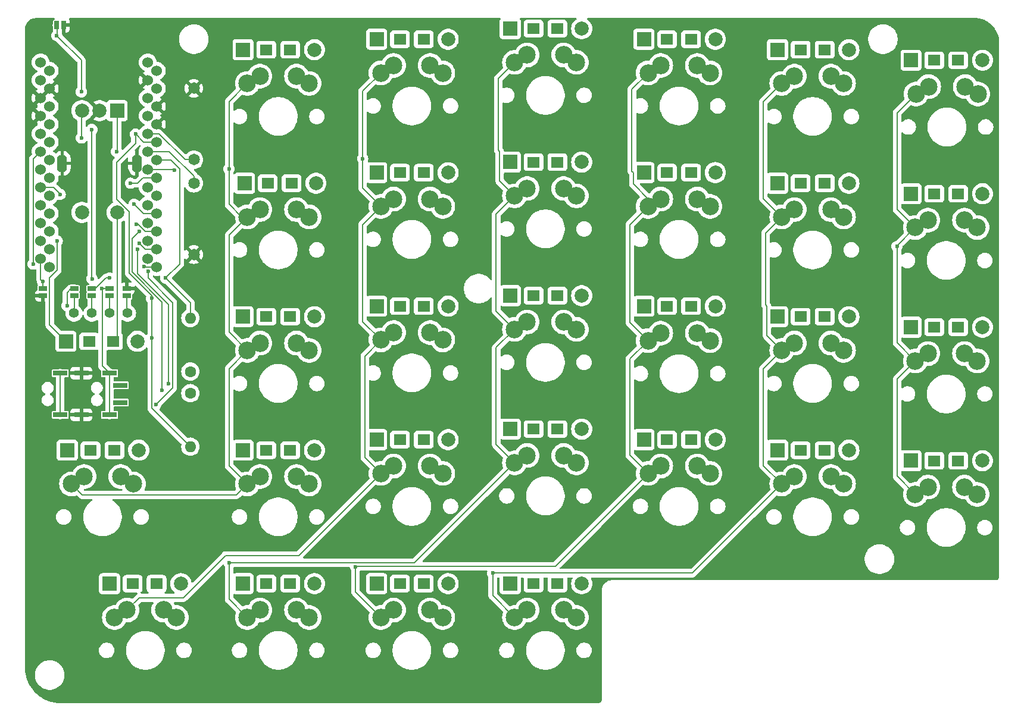
<source format=gbl>
%TF.GenerationSoftware,KiCad,Pcbnew,8.0.0-8.0.0-1~ubuntu23.10.1*%
%TF.CreationDate,2024-03-08T09:57:00+02:00*%
%TF.ProjectId,reversible,72657665-7273-4696-926c-652e6b696361,rev?*%
%TF.SameCoordinates,Original*%
%TF.FileFunction,Copper,L2,Bot*%
%TF.FilePolarity,Positive*%
%FSLAX46Y46*%
G04 Gerber Fmt 4.6, Leading zero omitted, Abs format (unit mm)*
G04 Created by KiCad (PCBNEW 8.0.0-8.0.0-1~ubuntu23.10.1) date 2024-03-08 09:57:00*
%MOMM*%
%LPD*%
G01*
G04 APERTURE LIST*
%TA.AperFunction,ComponentPad*%
%ADD10C,1.600000*%
%TD*%
%TA.AperFunction,ComponentPad*%
%ADD11O,1.600000X1.600000*%
%TD*%
%TA.AperFunction,ComponentPad*%
%ADD12R,1.998980X1.998980*%
%TD*%
%TA.AperFunction,ComponentPad*%
%ADD13R,1.800000X1.500000*%
%TD*%
%TA.AperFunction,ComponentPad*%
%ADD14C,1.998980*%
%TD*%
%TA.AperFunction,ComponentPad*%
%ADD15C,2.500000*%
%TD*%
%TA.AperFunction,ComponentPad*%
%ADD16R,2.000000X2.000000*%
%TD*%
%TA.AperFunction,ComponentPad*%
%ADD17C,2.000000*%
%TD*%
%TA.AperFunction,ComponentPad*%
%ADD18O,1.400000X2.600000*%
%TD*%
%TA.AperFunction,ComponentPad*%
%ADD19C,1.397000*%
%TD*%
%TA.AperFunction,ComponentPad*%
%ADD20C,1.651000*%
%TD*%
%TA.AperFunction,ComponentPad*%
%ADD21C,1.524000*%
%TD*%
%TA.AperFunction,ComponentPad*%
%ADD22R,2.100000X0.800000*%
%TD*%
%TA.AperFunction,SMDPad,CuDef*%
%ADD23R,1.143000X0.635000*%
%TD*%
%TA.AperFunction,SMDPad,CuDef*%
%ADD24R,0.635000X1.143000*%
%TD*%
%TA.AperFunction,ViaPad*%
%ADD25C,0.600000*%
%TD*%
%TA.AperFunction,Conductor*%
%ADD26C,0.200000*%
%TD*%
G04 APERTURE END LIST*
D10*
%TO.P,R2,1*%
%TO.N,VCC*%
X79000000Y-98880000D03*
D11*
%TO.P,R2,2*%
%TO.N,SDA*%
X79000000Y-106500000D03*
%TD*%
D12*
%TO.P,D22,1,K*%
%TO.N,row1*%
X162500000Y-69000000D03*
D13*
X165800000Y-69002540D03*
%TO.P,D22,2,A*%
%TO.N,Net-(D22-A)*%
X169200000Y-69002540D03*
D14*
X172660000Y-69000000D03*
%TD*%
D15*
%TO.P,SW27,1,1*%
%TO.N,col0*%
X182100000Y-75300000D03*
X183900000Y-74250000D03*
%TO.P,SW27,2,2*%
%TO.N,Net-(D27-A)*%
X189100000Y-74250000D03*
X190900000Y-75300000D03*
%TD*%
%TO.P,SW17,1,1*%
%TO.N,col2*%
X144100000Y-72300000D03*
X145900000Y-71250000D03*
%TO.P,SW17,2,2*%
%TO.N,Net-(D17-A)*%
X151100000Y-71250000D03*
X152900000Y-72300000D03*
%TD*%
D12*
%TO.P,D6,1,K*%
%TO.N,row0*%
X105500000Y-48497460D03*
D13*
X108800000Y-48500000D03*
%TO.P,D6,2,A*%
%TO.N,Net-(D6-A)*%
X112200000Y-48500000D03*
D14*
X115660000Y-48497460D03*
%TD*%
D12*
%TO.P,D15,1,K*%
%TO.N,row4*%
X86500000Y-125997460D03*
D13*
X89800000Y-126000000D03*
%TO.P,D15,2,A*%
%TO.N,Net-(D15-A)*%
X93200000Y-126000000D03*
D14*
X96660000Y-125997460D03*
%TD*%
D15*
%TO.P,SW24,1,1*%
%TO.N,col1*%
X163100000Y-111800000D03*
X164900000Y-110750000D03*
%TO.P,SW24,2,2*%
%TO.N,Net-(D24-A)*%
X170100000Y-110750000D03*
X171900000Y-111800000D03*
%TD*%
D12*
%TO.P,D24,1,K*%
%TO.N,row3*%
X162500000Y-106997460D03*
D13*
X165800000Y-107000000D03*
%TO.P,D24,2,A*%
%TO.N,Net-(D24-A)*%
X169200000Y-107000000D03*
D14*
X172660000Y-106997460D03*
%TD*%
D12*
%TO.P,D10,1,K*%
%TO.N,row4*%
X67500000Y-126000000D03*
D13*
X70799999Y-126002540D03*
%TO.P,D10,2,A*%
%TO.N,Net-(D10-A)*%
X74200001Y-126002540D03*
D14*
X77660000Y-126000000D03*
%TD*%
D15*
%TO.P,SW6,1,1*%
%TO.N,col4*%
X106100000Y-53300000D03*
X107900000Y-52250000D03*
%TO.P,SW6,2,2*%
%TO.N,Net-(D6-A)*%
X113100000Y-52250000D03*
X114900000Y-53300000D03*
%TD*%
%TO.P,SW19,1,1*%
%TO.N,col2*%
X144100000Y-110300000D03*
X145900000Y-109250000D03*
%TO.P,SW19,2,2*%
%TO.N,Net-(D19-A)*%
X151100000Y-109250000D03*
X152900000Y-110300000D03*
%TD*%
%TO.P,SW8,1,1*%
%TO.N,col4*%
X106100000Y-91300000D03*
X107900000Y-90250000D03*
%TO.P,SW8,2,2*%
%TO.N,Net-(D8-A)*%
X113100000Y-90250000D03*
X114900000Y-91300000D03*
%TD*%
D12*
%TO.P,D4,1,K*%
%TO.N,row3*%
X86500000Y-107000000D03*
D13*
X89800000Y-107002540D03*
%TO.P,D4,2,A*%
%TO.N,Net-(D4-A)*%
X93200000Y-107002540D03*
D14*
X96660000Y-107000000D03*
%TD*%
D16*
%TO.P,SW30,A,A*%
%TO.N,A*%
X68575675Y-58669765D03*
D17*
%TO.P,SW30,B,B*%
%TO.N,B*%
X63575675Y-58669765D03*
%TO.P,SW30,C,C*%
%TO.N,GND*%
X66075675Y-58669765D03*
D18*
%TO.P,SW30,MP1,GND*%
X71375675Y-66169765D03*
%TO.P,SW30,MP2,GND*%
X60775675Y-66169765D03*
D17*
%TO.P,SW30,S1,S1*%
%TO.N,Net-(D30-A)*%
X68575675Y-73169765D03*
%TO.P,SW30,S2,S2*%
%TO.N,col0*%
X63575675Y-73169765D03*
%TD*%
D12*
%TO.P,D19,1,K*%
%TO.N,row3*%
X143500000Y-105500000D03*
D13*
X146800000Y-105502540D03*
%TO.P,D19,2,A*%
%TO.N,Net-(D19-A)*%
X150200000Y-105502540D03*
D14*
X153660000Y-105500000D03*
%TD*%
D12*
%TO.P,D9,1,K*%
%TO.N,row3*%
X105500000Y-105500000D03*
D13*
X108800000Y-105502540D03*
%TO.P,D9,2,A*%
%TO.N,Net-(D9-A)*%
X112200000Y-105502540D03*
D14*
X115660000Y-105500000D03*
%TD*%
D15*
%TO.P,SW3,1,1*%
%TO.N,col5*%
X87100000Y-92800000D03*
X88900000Y-91750000D03*
%TO.P,SW3,2,2*%
%TO.N,Net-(D3-A)*%
X94100000Y-91750000D03*
X95900000Y-92800000D03*
%TD*%
%TO.P,SW29,1,1*%
%TO.N,col0*%
X182100000Y-113300000D03*
X183900000Y-112250000D03*
%TO.P,SW29,2,2*%
%TO.N,Net-(D29-A)*%
X189100000Y-112250000D03*
X190900000Y-113300000D03*
%TD*%
D12*
%TO.P,D17,1,K*%
%TO.N,row1*%
X143500000Y-67497460D03*
D13*
X146800000Y-67500000D03*
%TO.P,D17,2,A*%
%TO.N,Net-(D17-A)*%
X150200000Y-67500000D03*
D14*
X153660000Y-67497460D03*
%TD*%
D12*
%TO.P,D16,1,K*%
%TO.N,row0*%
X143500000Y-48497460D03*
D13*
X146800000Y-48500000D03*
%TO.P,D16,2,A*%
%TO.N,Net-(D16-A)*%
X150200000Y-48500000D03*
D14*
X153660000Y-48497460D03*
%TD*%
D12*
%TO.P,D2,1,K*%
%TO.N,row1*%
X86700000Y-68997460D03*
D13*
X90000000Y-69000000D03*
%TO.P,D2,2,A*%
%TO.N,Net-(D2-A)*%
X93400000Y-69000000D03*
D14*
X96860000Y-68997460D03*
%TD*%
D19*
%TO.P,P1,1,Pin_1*%
%TO.N,Net-(P1-Pin_1)*%
X62460000Y-87499620D03*
%TO.P,P1,2,Pin_2*%
%TO.N,Net-(P1-Pin_2)*%
X65000000Y-87499620D03*
%TO.P,P1,3,Pin_3*%
%TO.N,Net-(P1-Pin_3)*%
X67540000Y-87499620D03*
%TO.P,P1,4,Pin_4*%
%TO.N,Net-(P1-Pin_4)*%
X70080000Y-87499620D03*
%TD*%
D15*
%TO.P,SW28,1,1*%
%TO.N,col0*%
X182100000Y-94300000D03*
X183900000Y-93250000D03*
%TO.P,SW28,2,2*%
%TO.N,Net-(D28-A)*%
X189100000Y-93250000D03*
X190900000Y-94300000D03*
%TD*%
%TO.P,SW16,1,1*%
%TO.N,col2*%
X144100000Y-53300000D03*
X145900000Y-52250000D03*
%TO.P,SW16,2,2*%
%TO.N,Net-(D16-A)*%
X151100000Y-52250000D03*
X152900000Y-53300000D03*
%TD*%
D12*
%TO.P,D12,1,K*%
%TO.N,row1*%
X124500000Y-65997460D03*
D13*
X127800000Y-66000000D03*
%TO.P,D12,2,A*%
%TO.N,Net-(D12-A)*%
X131200000Y-66000000D03*
D14*
X134660000Y-65997460D03*
%TD*%
D12*
%TO.P,D18,1,K*%
%TO.N,row2*%
X143500000Y-86497460D03*
D13*
X146800000Y-86500000D03*
%TO.P,D18,2,A*%
%TO.N,Net-(D18-A)*%
X150200000Y-86500000D03*
D14*
X153660000Y-86497460D03*
%TD*%
D12*
%TO.P,D5,1,K*%
%TO.N,row4*%
X61500000Y-106997460D03*
D13*
X64800000Y-107000000D03*
%TO.P,D5,2,A*%
%TO.N,Alt*%
X68200000Y-107000000D03*
D14*
X71660000Y-106997460D03*
%TD*%
D12*
%TO.P,D11,1,K*%
%TO.N,row0*%
X124500000Y-46997460D03*
D13*
X127800000Y-47000000D03*
%TO.P,D11,2,A*%
%TO.N,Net-(D11-A)*%
X131200000Y-47000000D03*
D14*
X134660000Y-46997460D03*
%TD*%
D15*
%TO.P,SW14,1,1*%
%TO.N,col3*%
X125100000Y-108800000D03*
X126900000Y-107750000D03*
%TO.P,SW14,2,2*%
%TO.N,Net-(D14-A)*%
X132100000Y-107750000D03*
X133900000Y-108800000D03*
%TD*%
%TO.P,SW7,1,1*%
%TO.N,col4*%
X106100000Y-72300000D03*
X107900000Y-71250000D03*
%TO.P,SW7,2,2*%
%TO.N,Net-(D7-A)*%
X113100000Y-71250000D03*
X114900000Y-72300000D03*
%TD*%
D12*
%TO.P,D28,1,K*%
%TO.N,row2*%
X181500000Y-89497460D03*
D13*
X184800000Y-89500000D03*
%TO.P,D28,2,A*%
%TO.N,Net-(D28-A)*%
X188200000Y-89500000D03*
D14*
X191660000Y-89497460D03*
%TD*%
D15*
%TO.P,SW2,1,1*%
%TO.N,col5*%
X87100000Y-73800000D03*
X88900000Y-72750000D03*
%TO.P,SW2,2,2*%
%TO.N,Net-(D2-A)*%
X94100000Y-72750000D03*
X95900000Y-73800000D03*
%TD*%
%TO.P,SW20,1,1*%
%TO.N,col2*%
X106100000Y-130800000D03*
X107900000Y-129750000D03*
%TO.P,SW20,2,2*%
%TO.N,Net-(D20-A)*%
X113100000Y-129750000D03*
X114900000Y-130800000D03*
%TD*%
D12*
%TO.P,D27,1,K*%
%TO.N,row1*%
X181500000Y-70500000D03*
D13*
X184800000Y-70502540D03*
%TO.P,D27,2,A*%
%TO.N,Net-(D27-A)*%
X188200000Y-70502540D03*
D14*
X191660000Y-70500000D03*
%TD*%
D15*
%TO.P,SW13,1,1*%
%TO.N,col3*%
X125100000Y-89800000D03*
X126900000Y-88750000D03*
%TO.P,SW13,2,2*%
%TO.N,Net-(D13-A)*%
X132100000Y-88750000D03*
X133900000Y-89800000D03*
%TD*%
%TO.P,SW10,1,1*%
%TO.N,col4*%
X68200001Y-130800000D03*
X70000000Y-129750000D03*
%TO.P,SW10,2,2*%
%TO.N,Net-(D10-A)*%
X75200002Y-129750000D03*
X77000001Y-130800000D03*
%TD*%
D12*
%TO.P,D25,1,K*%
%TO.N,row4*%
X124500000Y-125997460D03*
D13*
X127800000Y-126000000D03*
%TO.P,D25,2,A*%
%TO.N,Net-(D25-A)*%
X131200000Y-126000000D03*
D14*
X134660000Y-125997460D03*
%TD*%
D15*
%TO.P,SW18,1,1*%
%TO.N,col2*%
X144100000Y-91400000D03*
X145900000Y-90350000D03*
%TO.P,SW18,2,2*%
%TO.N,Net-(D18-A)*%
X151100000Y-90350000D03*
X152900000Y-91400000D03*
%TD*%
%TO.P,SW23,1,1*%
%TO.N,col1*%
X163100000Y-92800000D03*
X164900000Y-91750000D03*
%TO.P,SW23,2,2*%
%TO.N,Net-(D23-A)*%
X170100000Y-91750000D03*
X171900000Y-92800000D03*
%TD*%
D12*
%TO.P,D21,1,K*%
%TO.N,row0*%
X162500000Y-49997460D03*
D13*
X165800000Y-50000000D03*
%TO.P,D21,2,A*%
%TO.N,Net-(D21-A)*%
X169200000Y-50000000D03*
D14*
X172660000Y-49997460D03*
%TD*%
D20*
%TO.P,C1,1*%
%TO.N,B*%
X79500000Y-65660000D03*
%TO.P,C1,2*%
%TO.N,GND*%
X79500000Y-55500000D03*
%TD*%
D15*
%TO.P,SW21,1,1*%
%TO.N,col1*%
X163100000Y-54800000D03*
X164900000Y-53750000D03*
%TO.P,SW21,2,2*%
%TO.N,Net-(D21-A)*%
X170100000Y-53750000D03*
X171900000Y-54800000D03*
%TD*%
%TO.P,SW15,1,1*%
%TO.N,col3*%
X87100000Y-130800000D03*
X88900000Y-129750000D03*
%TO.P,SW15,2,2*%
%TO.N,Net-(D15-A)*%
X94100000Y-129750000D03*
X95900000Y-130800000D03*
%TD*%
D21*
%TO.P,U1,1,TX0/PD3*%
%TO.N,unconnected-(U1-TX0{slash}PD3-Pad1)_0*%
X57701185Y-51804255D03*
%TO.N,unconnected-(U1-TX0{slash}PD3-Pad1)*%
X74240000Y-53000000D03*
%TO.P,U1,2,RX1/PD2*%
%TO.N,DATA*%
X57701185Y-54344255D03*
X74240000Y-55540000D03*
%TO.P,U1,3,GND*%
%TO.N,GND*%
X57701185Y-56884255D03*
X74240000Y-58080000D03*
%TO.P,U1,4,GND*%
X57701185Y-59424255D03*
X74240000Y-60620000D03*
%TO.P,U1,5,2/PD1*%
%TO.N,SDA*%
X57701185Y-61964255D03*
X74240000Y-63160000D03*
%TO.P,U1,6,3/PD0*%
%TO.N,SCL*%
X57701185Y-64504255D03*
X74240000Y-65700000D03*
%TO.P,U1,7,4/PD4*%
%TO.N,row0*%
X57701185Y-67044255D03*
X74240000Y-68240000D03*
%TO.P,U1,8,5/PC6*%
%TO.N,row1*%
X57701185Y-69584255D03*
X74240000Y-70780000D03*
%TO.P,U1,9,6/PD7*%
%TO.N,row2*%
X57701185Y-72124255D03*
X74240000Y-73320000D03*
%TO.P,U1,10,7/PE6*%
%TO.N,row3*%
X57701185Y-74664255D03*
X74240000Y-75860000D03*
%TO.P,U1,11,8/PB4*%
%TO.N,row4*%
X57701185Y-77204255D03*
X74240000Y-78400000D03*
%TO.P,U1,12,9/PB5*%
%TO.N,Hand*%
X57701185Y-79744255D03*
X74240000Y-80940000D03*
%TO.P,U1,13,10/PB6*%
%TO.N,col3*%
X59000000Y-80940000D03*
X72941185Y-79744255D03*
%TO.P,U1,14,16/PB2*%
%TO.N,col1*%
X59000000Y-78400000D03*
X72941185Y-77204255D03*
%TO.P,U1,15,14/PB3*%
%TO.N,col2*%
X59000000Y-75860000D03*
X72941185Y-74664255D03*
%TO.P,U1,16,15/PB1*%
%TO.N,col0*%
X59000000Y-73320000D03*
X72941185Y-72124255D03*
%TO.P,U1,17,A0/PF7*%
%TO.N,col4*%
X59000000Y-70780000D03*
X72941185Y-69584255D03*
%TO.P,U1,18,A1/PF6*%
%TO.N,col5*%
X59000000Y-68240000D03*
X72941185Y-67044255D03*
%TO.P,U1,19,A2/PF5*%
%TO.N,A*%
X59000000Y-65700000D03*
X72941185Y-64504255D03*
%TO.P,U1,20,A3/PF4*%
%TO.N,B*%
X59000000Y-63160000D03*
X72941185Y-61964255D03*
%TO.P,U1,21,VCC*%
%TO.N,VCC*%
X59000000Y-60620000D03*
X72941185Y-59424255D03*
%TO.P,U1,22,RST*%
%TO.N,RESET*%
X59000000Y-58080000D03*
X72941185Y-56884255D03*
%TO.P,U1,23,GND*%
%TO.N,GND*%
X59000000Y-55540000D03*
X72941185Y-54344255D03*
%TO.P,U1,24,RAW*%
%TO.N,unconnected-(U1-RAW-Pad24)_0*%
X59000000Y-53000000D03*
%TO.N,unconnected-(U1-RAW-Pad24)*%
X72941185Y-51804255D03*
%TD*%
D10*
%TO.P,R1,1*%
%TO.N,VCC*%
X79000000Y-95810000D03*
D11*
%TO.P,R1,2*%
%TO.N,SCL*%
X79000000Y-88190000D03*
%TD*%
D12*
%TO.P,D26,1,K*%
%TO.N,row0*%
X181500000Y-51500000D03*
D13*
X184800000Y-51502540D03*
%TO.P,D26,2,A*%
%TO.N,Net-(D26-A)*%
X188200000Y-51502540D03*
D14*
X191660000Y-51500000D03*
%TD*%
D15*
%TO.P,SW5,1,1*%
%TO.N,col5*%
X62100000Y-111800000D03*
X63900000Y-110750000D03*
%TO.P,SW5,2,2*%
%TO.N,Alt*%
X69100000Y-110750000D03*
X70900000Y-111800000D03*
%TD*%
%TO.P,SW4,1,1*%
%TO.N,col5*%
X87100000Y-111800000D03*
X88900000Y-110750000D03*
%TO.P,SW4,2,2*%
%TO.N,Net-(D4-A)*%
X94100000Y-110750000D03*
X95900000Y-111800000D03*
%TD*%
D12*
%TO.P,D29,1,K*%
%TO.N,row3*%
X181500000Y-108500000D03*
D13*
X184800000Y-108502540D03*
%TO.P,D29,2,A*%
%TO.N,Net-(D29-A)*%
X188200000Y-108502540D03*
D14*
X191660000Y-108500000D03*
%TD*%
D12*
%TO.P,D7,1,K*%
%TO.N,row1*%
X105500000Y-67500000D03*
D13*
X108800000Y-67502540D03*
%TO.P,D7,2,A*%
%TO.N,Net-(D7-A)*%
X112200000Y-67502540D03*
D14*
X115660000Y-67500000D03*
%TD*%
D15*
%TO.P,SW22,1,1*%
%TO.N,col1*%
X163100000Y-73800000D03*
X164900000Y-72750000D03*
%TO.P,SW22,2,2*%
%TO.N,Net-(D22-A)*%
X170100000Y-72750000D03*
X171900000Y-73800000D03*
%TD*%
%TO.P,SW9,1,1*%
%TO.N,col4*%
X106100000Y-110300000D03*
X107900000Y-109250000D03*
%TO.P,SW9,2,2*%
%TO.N,Net-(D9-A)*%
X113100000Y-109250000D03*
X114900000Y-110300000D03*
%TD*%
D12*
%TO.P,D30,1,K*%
%TO.N,row4*%
X61300000Y-91497460D03*
D13*
X64600000Y-91500000D03*
%TO.P,D30,2,A*%
%TO.N,Net-(D30-A)*%
X68000000Y-91500000D03*
D14*
X71460000Y-91497460D03*
%TD*%
D12*
%TO.P,D14,1,K*%
%TO.N,row3*%
X124500000Y-103997460D03*
D13*
X127800000Y-104000000D03*
%TO.P,D14,2,A*%
%TO.N,Net-(D14-A)*%
X131200000Y-104000000D03*
D14*
X134660000Y-103997460D03*
%TD*%
D15*
%TO.P,SW11,1,1*%
%TO.N,col3*%
X125100000Y-51800000D03*
X126900000Y-50750000D03*
%TO.P,SW11,2,2*%
%TO.N,Net-(D11-A)*%
X132100000Y-50750000D03*
X133900000Y-51800000D03*
%TD*%
%TO.P,SW12,1,1*%
%TO.N,col3*%
X125100000Y-70800000D03*
X126900000Y-69750000D03*
%TO.P,SW12,2,2*%
%TO.N,Net-(D12-A)*%
X132100000Y-69750000D03*
X133900000Y-70800000D03*
%TD*%
D12*
%TO.P,D8,1,K*%
%TO.N,row2*%
X105500000Y-86500000D03*
D13*
X108800000Y-86502540D03*
%TO.P,D8,2,A*%
%TO.N,Net-(D8-A)*%
X112200000Y-86502540D03*
D14*
X115660000Y-86500000D03*
%TD*%
D22*
%TO.P,J1,R1*%
%TO.N,GND*%
X63500000Y-101975000D03*
X63500000Y-96025000D03*
%TO.P,J1,R2*%
%TO.N,DATA*%
X60500000Y-101975000D03*
X60500000Y-96025000D03*
%TO.P,J1,S*%
%TO.N,unconnected-(J1-PadS)*%
X69000000Y-100225000D03*
%TO.N,unconnected-(J1-PadS)_0*%
X69000000Y-97775000D03*
%TO.P,J1,T*%
%TO.N,VCC*%
X67500000Y-101975000D03*
X67500000Y-96025000D03*
%TD*%
D12*
%TO.P,D20,1,K*%
%TO.N,row4*%
X105500000Y-125997460D03*
D13*
X108800000Y-126000000D03*
%TO.P,D20,2,A*%
%TO.N,Net-(D20-A)*%
X112200000Y-126000000D03*
D14*
X115660000Y-125997460D03*
%TD*%
D20*
%TO.P,C2,1*%
%TO.N,GND*%
X79500000Y-79160000D03*
%TO.P,C2,2*%
%TO.N,A*%
X79500000Y-69000000D03*
%TD*%
D12*
%TO.P,D1,1,K*%
%TO.N,row0*%
X86500000Y-49997460D03*
D13*
X89800000Y-50000000D03*
%TO.P,D1,2,A*%
%TO.N,Net-(D1-A)*%
X93200000Y-50000000D03*
D14*
X96660000Y-49997460D03*
%TD*%
D15*
%TO.P,SW1,1,1*%
%TO.N,col5*%
X87100000Y-54800000D03*
X88900000Y-53750000D03*
%TO.P,SW1,2,2*%
%TO.N,Net-(D1-A)*%
X94100000Y-53750000D03*
X95900000Y-54800000D03*
%TD*%
%TO.P,SW26,1,1*%
%TO.N,col0*%
X182200000Y-56300000D03*
X184000000Y-55250000D03*
%TO.P,SW26,2,2*%
%TO.N,Net-(D26-A)*%
X189200000Y-55250000D03*
X191000000Y-56300000D03*
%TD*%
D12*
%TO.P,D3,1,K*%
%TO.N,row2*%
X86500000Y-88000000D03*
D13*
X89800000Y-88002540D03*
%TO.P,D3,2,A*%
%TO.N,Net-(D3-A)*%
X93200000Y-88002540D03*
D14*
X96660000Y-88000000D03*
%TD*%
D12*
%TO.P,D23,1,K*%
%TO.N,row2*%
X162500000Y-87997460D03*
D13*
X165800000Y-88000000D03*
%TO.P,D23,2,A*%
%TO.N,Net-(D23-A)*%
X169200000Y-88000000D03*
D14*
X172660000Y-87997460D03*
%TD*%
D15*
%TO.P,SW25,1,1*%
%TO.N,col1*%
X125100000Y-130800000D03*
X126900000Y-129750000D03*
%TO.P,SW25,2,2*%
%TO.N,Net-(D25-A)*%
X132100000Y-129750000D03*
X133900000Y-130800000D03*
%TD*%
D12*
%TO.P,D13,1,K*%
%TO.N,row2*%
X124500000Y-85000000D03*
D13*
X127800000Y-85002540D03*
%TO.P,D13,2,A*%
%TO.N,Net-(D13-A)*%
X131200000Y-85002540D03*
D14*
X134660000Y-85000000D03*
%TD*%
D23*
%TO.P,JP8,1,1*%
%TO.N,Net-(P1-Pin_2)*%
X65000000Y-85000380D03*
%TO.P,JP8,2,2*%
%TO.N,SCL*%
X65000000Y-83999620D03*
%TD*%
D24*
%TO.P,JP1,1,1*%
%TO.N,RESET*%
X60000000Y-46500000D03*
%TO.P,JP1,2,2*%
%TO.N,GND*%
X61000760Y-46500000D03*
%TD*%
D23*
%TO.P,JP10,1,1*%
%TO.N,Net-(P1-Pin_4)*%
X70000000Y-84999620D03*
%TO.P,JP10,2,2*%
%TO.N,GND*%
X70000000Y-83998860D03*
%TD*%
%TO.P,JP12,1,1*%
%TO.N,Hand*%
X58000000Y-83999240D03*
%TO.P,JP12,2,2*%
%TO.N,GND*%
X58000000Y-85000000D03*
%TD*%
%TO.P,JP7,1,1*%
%TO.N,Net-(P1-Pin_1)*%
X62500000Y-85000760D03*
%TO.P,JP7,2,2*%
%TO.N,SDA*%
X62500000Y-84000000D03*
%TD*%
%TO.P,JP9,1,1*%
%TO.N,Net-(P1-Pin_3)*%
X67500000Y-85000000D03*
%TO.P,JP9,2,2*%
%TO.N,VCC*%
X67500000Y-83999240D03*
%TD*%
D25*
%TO.N,row1*%
X60500000Y-70600000D03*
%TO.N,GND*%
X63500000Y-100000000D03*
X63500000Y-98000000D03*
X60500000Y-85500000D03*
X72000000Y-86500000D03*
%TO.N,SDA*%
X73500000Y-85381372D03*
%TO.N,GND*%
X70500000Y-53000000D03*
X62000000Y-53000000D03*
%TO.N,col2*%
X71745440Y-75860000D03*
%TO.N,col1*%
X71500000Y-78400000D03*
%TO.N,GND*%
X57000000Y-60500000D03*
X57000000Y-58000000D03*
X66500000Y-67000000D03*
X69500000Y-67000000D03*
X63500000Y-67000000D03*
X61000000Y-58500000D03*
X71000000Y-58500000D03*
%TO.N,RESET*%
X63500000Y-56000000D03*
%TO.N,VCC*%
X65000000Y-61364255D03*
%TO.N,B*%
X63500000Y-62564255D03*
%TO.N,A*%
X68500000Y-64500000D03*
%TO.N,row0*%
X70500000Y-69000000D03*
%TO.N,row2*%
X71000000Y-72000000D03*
%TO.N,row3*%
X71362482Y-74862482D03*
%TO.N,row4*%
X60062000Y-77204255D03*
X71725780Y-77571130D03*
%TO.N,RESET*%
X60000000Y-48000000D03*
%TO.N,VCC*%
X66437998Y-83999240D03*
X65019379Y-82600000D03*
%TO.N,SCL*%
X75500000Y-82500000D03*
X56639185Y-80500000D03*
X67500000Y-82500000D03*
%TO.N,SDA*%
X73500000Y-91000000D03*
X71193738Y-62018020D03*
X61461500Y-86438500D03*
%TO.N,Hand*%
X72400000Y-80900000D03*
X58000000Y-83000000D03*
%TO.N,col5*%
X84500000Y-67000000D03*
X76775735Y-67124265D03*
%TO.N,col4*%
X103500000Y-65500000D03*
%TO.N,col3*%
X73000000Y-81540000D03*
X84500000Y-123000000D03*
X74100000Y-100500000D03*
%TO.N,col2*%
X75000000Y-98500000D03*
X102500000Y-123600000D03*
%TO.N,col1*%
X75900000Y-97500000D03*
X122000000Y-124500000D03*
%TO.N,col0*%
X179500000Y-78000000D03*
%TD*%
D26*
%TO.N,col3*%
X74100000Y-100500000D02*
X76500000Y-98100000D01*
X76500000Y-86000000D02*
X73000000Y-82500000D01*
X76500000Y-98100000D02*
X76500000Y-86000000D01*
X73000000Y-82500000D02*
X73000000Y-81540000D01*
%TO.N,col1*%
X75900000Y-86248529D02*
X71500000Y-81848529D01*
X71500000Y-81848529D02*
X71500000Y-78400000D01*
X75900000Y-97500000D02*
X75900000Y-86248529D01*
%TO.N,col2*%
X70702643Y-81616858D02*
X70702643Y-76902797D01*
X75000000Y-98500000D02*
X75000000Y-85914215D01*
X75000000Y-85914215D02*
X70702643Y-81616858D01*
X70702643Y-76902797D02*
X71745440Y-75860000D01*
%TO.N,B*%
X63500000Y-62564255D02*
X63500000Y-58745440D01*
X63500000Y-58745440D02*
X63575675Y-58669765D01*
%TO.N,RESET*%
X63500000Y-56000000D02*
X63500000Y-51500000D01*
X63500000Y-51500000D02*
X60000000Y-48000000D01*
%TO.N,SDA*%
X73500000Y-85381372D02*
X73500000Y-91000000D01*
X73500000Y-91000000D02*
X73500000Y-101000000D01*
X73500000Y-101000000D02*
X79000000Y-106500000D01*
X61461500Y-86438500D02*
X61461500Y-84569260D01*
X61461500Y-84569260D02*
X62030760Y-84000000D01*
X62030760Y-84000000D02*
X62500000Y-84000000D01*
%TO.N,VCC*%
X65019379Y-82600000D02*
X65000000Y-82580621D01*
X65000000Y-82580621D02*
X65000000Y-61364255D01*
%TO.N,SCL*%
X67500000Y-82500000D02*
X67000000Y-82500000D01*
X67000000Y-82500000D02*
X65500380Y-83999620D01*
X65500380Y-83999620D02*
X65000000Y-83999620D01*
%TO.N,VCC*%
X66437998Y-83999240D02*
X66500000Y-84061242D01*
X66500000Y-95000000D02*
X67500000Y-96000000D01*
X66437998Y-83999240D02*
X67500000Y-83999240D01*
X66500000Y-84061242D02*
X66500000Y-95000000D01*
X67500000Y-96000000D02*
X67500000Y-96025000D01*
%TO.N,row3*%
X71362482Y-74862482D02*
X71596451Y-74862482D01*
X72593969Y-75860000D02*
X74240000Y-75860000D01*
X71596451Y-74862482D02*
X72593969Y-75860000D01*
%TO.N,row1*%
X60500000Y-70600000D02*
X60500000Y-70500000D01*
X59584255Y-69584255D02*
X57701185Y-69584255D01*
X60500000Y-70500000D02*
X59584255Y-69584255D01*
%TO.N,row0*%
X72260000Y-68240000D02*
X74240000Y-68240000D01*
X71500000Y-69000000D02*
X72260000Y-68240000D01*
X70500000Y-69000000D02*
X71500000Y-69000000D01*
%TO.N,B*%
X79500000Y-65660000D02*
X78241895Y-65660000D01*
X78241895Y-65660000D02*
X74546150Y-61964255D01*
X74546150Y-61964255D02*
X72941185Y-61964255D01*
%TO.N,A*%
X68500000Y-64500000D02*
X68575675Y-64424325D01*
X68575675Y-64424325D02*
X68575675Y-58669765D01*
%TO.N,SDA*%
X73500000Y-85381372D02*
X73500000Y-84979901D01*
X68500000Y-71255612D02*
X68500000Y-66000000D01*
X73500000Y-84979901D02*
X70302643Y-81782544D01*
X70302643Y-81782544D02*
X70302643Y-73058255D01*
X70302643Y-73058255D02*
X68500000Y-71255612D01*
X68500000Y-66000000D02*
X71193738Y-63306262D01*
X71193738Y-63306262D02*
X71193738Y-62018020D01*
%TO.N,col5*%
X84500000Y-72000000D02*
X86300000Y-73800000D01*
X84500000Y-67000000D02*
X84500000Y-72000000D01*
X86300000Y-73800000D02*
X87100000Y-73800000D01*
X84500000Y-67000000D02*
X84500000Y-57400000D01*
X84500000Y-57400000D02*
X87100000Y-54800000D01*
X76775735Y-67124265D02*
X76695725Y-67044255D01*
X76695725Y-67044255D02*
X72941185Y-67044255D01*
%TO.N,SCL*%
X74240000Y-65700000D02*
X76200000Y-65700000D01*
X76200000Y-65700000D02*
X77500000Y-67000000D01*
X77500000Y-67000000D02*
X77500000Y-80500000D01*
X77500000Y-80500000D02*
X75500000Y-82500000D01*
%TO.N,A*%
X79500000Y-69000000D02*
X79500000Y-68000000D01*
X79500000Y-68000000D02*
X76004255Y-64504255D01*
X76004255Y-64504255D02*
X72941185Y-64504255D01*
%TO.N,Hand*%
X58000000Y-83000000D02*
X58000000Y-83999240D01*
X58000000Y-83000000D02*
X57701185Y-82701185D01*
X57701185Y-82701185D02*
X57701185Y-79744255D01*
%TO.N,SCL*%
X56639185Y-65566255D02*
X57701185Y-64504255D01*
X56639185Y-80500000D02*
X56639185Y-65566255D01*
%TO.N,Hand*%
X72400000Y-80900000D02*
X72440000Y-80940000D01*
X72440000Y-80940000D02*
X74240000Y-80940000D01*
%TO.N,col2*%
X71745440Y-75860000D02*
X71705440Y-75900000D01*
%TO.N,row4*%
X71725780Y-77571130D02*
X72554650Y-78400000D01*
X72554650Y-78400000D02*
X74240000Y-78400000D01*
%TO.N,SDA*%
X71193738Y-62018020D02*
X72335718Y-63160000D01*
X72335718Y-63160000D02*
X74240000Y-63160000D01*
%TO.N,col4*%
X106100000Y-110300000D02*
X94400000Y-122000000D01*
X94400000Y-122000000D02*
X84000000Y-122000000D01*
X84000000Y-122000000D02*
X78000000Y-128000000D01*
X78000000Y-128000000D02*
X71750000Y-128000000D01*
X71750000Y-128000000D02*
X70000000Y-129750000D01*
X68200001Y-130800000D02*
X69250001Y-129750000D01*
%TO.N,col3*%
X84500000Y-123000000D02*
X84500000Y-128200000D01*
X110900000Y-123000000D02*
X125100000Y-108800000D01*
X84500000Y-123000000D02*
X110900000Y-123000000D01*
X84500000Y-128200000D02*
X87100000Y-130800000D01*
%TO.N,col2*%
X102500000Y-127200000D02*
X106100000Y-130800000D01*
X102500000Y-123600000D02*
X102500000Y-127200000D01*
X102600000Y-123500000D02*
X130900000Y-123500000D01*
X102500000Y-123600000D02*
X102600000Y-123500000D01*
X130900000Y-123500000D02*
X144100000Y-110300000D01*
%TO.N,row4*%
X60062000Y-77204255D02*
X60062000Y-81379895D01*
X60062000Y-81379895D02*
X59000000Y-82441895D01*
X59000000Y-82441895D02*
X59000000Y-89197460D01*
X59000000Y-89197460D02*
X61300000Y-91497460D01*
%TO.N,row2*%
X71000000Y-72000000D02*
X72320000Y-73320000D01*
X72320000Y-73320000D02*
X74240000Y-73320000D01*
%TO.N,RESET*%
X60062000Y-47938000D02*
X60062000Y-46562000D01*
X60000000Y-48000000D02*
X60062000Y-47938000D01*
X60062000Y-46562000D02*
X60000000Y-46500000D01*
%TO.N,Net-(P1-Pin_1)*%
X62500000Y-85000760D02*
X62500000Y-87459620D01*
X62500000Y-87459620D02*
X62460000Y-87499620D01*
%TO.N,VCC*%
X67500000Y-96025000D02*
X67500000Y-101975000D01*
%TO.N,Net-(P1-Pin_2)*%
X65000000Y-85000380D02*
X65000000Y-87499620D01*
%TO.N,SCL*%
X75500000Y-82500000D02*
X79000000Y-86000000D01*
X79000000Y-86000000D02*
X79000000Y-88190000D01*
%TO.N,Net-(P1-Pin_3)*%
X67500000Y-85500000D02*
X67540000Y-85540000D01*
X67540000Y-85540000D02*
X67540000Y-87499620D01*
X67500000Y-85000000D02*
X67500000Y-85500000D01*
%TO.N,Net-(P1-Pin_4)*%
X70000000Y-87419620D02*
X70080000Y-87499620D01*
X70000000Y-84999620D02*
X70000000Y-87419620D01*
%TO.N,col5*%
X88150000Y-91750000D02*
X87100000Y-92800000D01*
X88900000Y-91750000D02*
X88150000Y-91750000D01*
X84500000Y-76400000D02*
X84500000Y-90200000D01*
X63150000Y-110750000D02*
X63900000Y-110750000D01*
X84500000Y-109200000D02*
X87100000Y-111800000D01*
X85550000Y-113350000D02*
X63650000Y-113350000D01*
X88900000Y-53750000D02*
X88150000Y-53750000D01*
X84500000Y-95400000D02*
X84500000Y-109200000D01*
X87100000Y-73800000D02*
X84500000Y-76400000D01*
X87100000Y-73800000D02*
X87850000Y-73800000D01*
X87850000Y-73800000D02*
X88900000Y-72750000D01*
X62100000Y-111800000D02*
X63150000Y-110750000D01*
X87100000Y-111800000D02*
X85550000Y-113350000D01*
X88150000Y-53750000D02*
X87100000Y-54800000D01*
X88900000Y-110750000D02*
X87850000Y-111800000D01*
X84500000Y-90200000D02*
X87100000Y-92800000D01*
X87100000Y-92800000D02*
X84500000Y-95400000D01*
X63650000Y-113350000D02*
X62100000Y-111800000D01*
X87850000Y-111800000D02*
X87100000Y-111800000D01*
%TO.N,col4*%
X69250001Y-129750000D02*
X70000000Y-129750000D01*
X103799100Y-107999100D02*
X106100000Y-110300000D01*
X106850000Y-91300000D02*
X107900000Y-90250000D01*
X107150000Y-71250000D02*
X106100000Y-72300000D01*
X106100000Y-91300000D02*
X106850000Y-91300000D01*
X107900000Y-71250000D02*
X107150000Y-71250000D01*
X106100000Y-53300000D02*
X103500000Y-55900000D01*
X106100000Y-91300000D02*
X103799100Y-93600900D01*
X106850000Y-110300000D02*
X107900000Y-109250000D01*
X103500000Y-69700000D02*
X106100000Y-72300000D01*
X103500000Y-55900000D02*
X103500000Y-69700000D01*
X106100000Y-72300000D02*
X103500000Y-74900000D01*
X107900000Y-52250000D02*
X107150000Y-52250000D01*
X103500000Y-88700000D02*
X106100000Y-91300000D01*
X106100000Y-110300000D02*
X106850000Y-110300000D01*
X107150000Y-52250000D02*
X106100000Y-53300000D01*
X103500000Y-74900000D02*
X103500000Y-88700000D01*
X103799100Y-93600900D02*
X103799100Y-107999100D01*
%TO.N,col3*%
X87850000Y-130800000D02*
X88900000Y-129750000D01*
X125850000Y-89800000D02*
X126900000Y-88750000D01*
X125850000Y-108800000D02*
X126900000Y-107750000D01*
X125850000Y-70800000D02*
X126900000Y-69750000D01*
X125100000Y-108800000D02*
X125850000Y-108800000D01*
X125100000Y-89800000D02*
X122500000Y-92400000D01*
X123000000Y-68700000D02*
X125100000Y-70800000D01*
X125100000Y-70800000D02*
X125850000Y-70800000D01*
X125100000Y-89800000D02*
X125850000Y-89800000D01*
X122500000Y-73400000D02*
X122500000Y-87200000D01*
X126150000Y-50750000D02*
X125100000Y-51800000D01*
X126900000Y-50750000D02*
X126150000Y-50750000D01*
X122500000Y-92400000D02*
X122500000Y-106200000D01*
X123000000Y-64500000D02*
X123000000Y-68700000D01*
X87100000Y-130800000D02*
X87850000Y-130800000D01*
X122799100Y-54100900D02*
X122799100Y-64299100D01*
X125100000Y-51800000D02*
X122799100Y-54100900D01*
X125100000Y-70800000D02*
X122500000Y-73400000D01*
X122799100Y-64299100D02*
X123000000Y-64500000D01*
X122500000Y-106200000D02*
X125100000Y-108800000D01*
X122500000Y-87200000D02*
X125100000Y-89800000D01*
%TO.N,col2*%
X144850000Y-110300000D02*
X145900000Y-109250000D01*
X106850000Y-130800000D02*
X107900000Y-129750000D01*
X144100000Y-91400000D02*
X141500000Y-94000000D01*
X145150000Y-71250000D02*
X144100000Y-72300000D01*
X141500000Y-88800000D02*
X144100000Y-91400000D01*
X142000000Y-69117766D02*
X144132234Y-71250000D01*
X141799100Y-55600900D02*
X141799100Y-67299100D01*
X141799100Y-67299100D02*
X142000000Y-67500000D01*
X142000000Y-67500000D02*
X142000000Y-69117766D01*
X106100000Y-130800000D02*
X106850000Y-130800000D01*
X145150000Y-52250000D02*
X144100000Y-53300000D01*
X144100000Y-110300000D02*
X144850000Y-110300000D01*
X145900000Y-52250000D02*
X145150000Y-52250000D01*
X144100000Y-72300000D02*
X141500000Y-74900000D01*
X144132234Y-71250000D02*
X145900000Y-71250000D01*
X141500000Y-107700000D02*
X144100000Y-110300000D01*
X141500000Y-94000000D02*
X141500000Y-107700000D01*
X144100000Y-53300000D02*
X141799100Y-55600900D01*
X145900000Y-71250000D02*
X145150000Y-71250000D01*
X144850000Y-91400000D02*
X145900000Y-90350000D01*
X141500000Y-74900000D02*
X141500000Y-88800000D01*
X144100000Y-91400000D02*
X144850000Y-91400000D01*
%TO.N,col1*%
X163100000Y-73800000D02*
X163850000Y-73800000D01*
X122000000Y-127700000D02*
X125100000Y-130800000D01*
X125850000Y-130800000D02*
X126900000Y-129750000D01*
X122000000Y-124500000D02*
X122000000Y-127700000D01*
X160799100Y-86299100D02*
X161000000Y-86500000D01*
X164900000Y-53750000D02*
X164150000Y-53750000D01*
X163850000Y-111800000D02*
X164900000Y-110750000D01*
X163100000Y-111800000D02*
X163850000Y-111800000D01*
X163850000Y-92800000D02*
X164900000Y-91750000D01*
X161000000Y-86500000D02*
X161000000Y-90700000D01*
X160500000Y-57400000D02*
X160500000Y-71200000D01*
X163100000Y-111800000D02*
X150400000Y-124500000D01*
X161000000Y-90700000D02*
X163100000Y-92800000D01*
X160500000Y-109200000D02*
X163100000Y-111800000D01*
X125100000Y-130800000D02*
X125850000Y-130800000D01*
X164150000Y-53750000D02*
X163100000Y-54800000D01*
X163100000Y-92800000D02*
X160500000Y-95400000D01*
X160799100Y-76100900D02*
X160799100Y-86299100D01*
X163100000Y-54800000D02*
X160500000Y-57400000D01*
X163100000Y-92800000D02*
X163850000Y-92800000D01*
X163100000Y-73800000D02*
X160799100Y-76100900D01*
X160500000Y-95400000D02*
X160500000Y-109200000D01*
X163850000Y-73800000D02*
X164900000Y-72750000D01*
X160500000Y-71200000D02*
X163100000Y-73800000D01*
X150400000Y-124500000D02*
X122000000Y-124500000D01*
%TO.N,col0*%
X179500000Y-77900000D02*
X179500000Y-91700000D01*
X179500000Y-110700000D02*
X182100000Y-113300000D01*
X183250000Y-55250000D02*
X182200000Y-56300000D01*
X179500000Y-96900000D02*
X179500000Y-110700000D01*
X184000000Y-55250000D02*
X183250000Y-55250000D01*
X182100000Y-94300000D02*
X179500000Y-96900000D01*
X182850000Y-75300000D02*
X183900000Y-74250000D01*
X182850000Y-113300000D02*
X183900000Y-112250000D01*
X179500000Y-91700000D02*
X182100000Y-94300000D01*
X179500000Y-59000000D02*
X179500000Y-72700000D01*
X182200000Y-56300000D02*
X179500000Y-59000000D01*
X182100000Y-94300000D02*
X182850000Y-94300000D01*
X182100000Y-75300000D02*
X182850000Y-75300000D01*
X182100000Y-75300000D02*
X179500000Y-77900000D01*
X182100000Y-113300000D02*
X182850000Y-113300000D01*
X179500000Y-72700000D02*
X182100000Y-75300000D01*
X182850000Y-94300000D02*
X183900000Y-93250000D01*
%TO.N,DATA*%
X60500000Y-96025000D02*
X60500000Y-101975000D01*
%TO.N,Net-(D30-A)*%
X71497460Y-91497460D02*
X71500000Y-91500000D01*
X68575675Y-90924325D02*
X68575675Y-73169765D01*
X68000000Y-91500000D02*
X68575675Y-90924325D01*
%TD*%
%TA.AperFunction,Conductor*%
%TO.N,GND*%
G36*
X65609750Y-58862758D02*
G01*
X65675576Y-58976772D01*
X65768668Y-59069864D01*
X65882682Y-59135690D01*
X65946263Y-59152727D01*
X65205617Y-59893374D01*
X65252443Y-59929820D01*
X65252445Y-59929821D01*
X65471060Y-60048129D01*
X65471071Y-60048134D01*
X65706181Y-60128848D01*
X65951382Y-60169765D01*
X66199968Y-60169765D01*
X66445168Y-60128848D01*
X66680278Y-60048134D01*
X66680289Y-60048129D01*
X66898905Y-59929821D01*
X66898911Y-59929816D01*
X66954782Y-59886330D01*
X67019776Y-59860686D01*
X67088316Y-59874252D01*
X67130212Y-59909870D01*
X67168827Y-59961452D01*
X67215668Y-60024024D01*
X67218130Y-60027312D01*
X67333339Y-60113558D01*
X67333346Y-60113562D01*
X67357155Y-60122442D01*
X67468192Y-60163856D01*
X67527802Y-60170265D01*
X67851175Y-60170264D01*
X67918214Y-60189948D01*
X67963969Y-60242752D01*
X67975175Y-60294264D01*
X67975175Y-63841385D01*
X67955490Y-63908424D01*
X67938856Y-63929066D01*
X67870184Y-63997737D01*
X67774211Y-64150476D01*
X67714631Y-64320745D01*
X67714630Y-64320750D01*
X67694435Y-64499996D01*
X67694435Y-64500003D01*
X67714630Y-64679249D01*
X67714631Y-64679254D01*
X67774211Y-64849523D01*
X67863576Y-64991745D01*
X67870184Y-65002262D01*
X67997738Y-65129816D01*
X68112833Y-65202135D01*
X68150478Y-65225789D01*
X68167550Y-65231763D01*
X68224326Y-65272485D01*
X68250074Y-65337437D01*
X68236618Y-65405999D01*
X68214278Y-65436486D01*
X68131286Y-65519478D01*
X68019481Y-65631282D01*
X68019479Y-65631284D01*
X68002901Y-65660000D01*
X67982608Y-65695149D01*
X67940423Y-65768215D01*
X67899499Y-65920943D01*
X67899499Y-65920945D01*
X67899499Y-66089046D01*
X67899500Y-66089059D01*
X67899500Y-71168942D01*
X67899499Y-71168960D01*
X67899499Y-71334666D01*
X67899498Y-71334666D01*
X67899499Y-71334669D01*
X67940423Y-71487397D01*
X67954414Y-71511630D01*
X67975050Y-71547373D01*
X68017466Y-71620840D01*
X68033938Y-71688740D01*
X68011085Y-71754767D01*
X67969096Y-71791894D01*
X67752168Y-71909289D01*
X67555932Y-72062026D01*
X67387508Y-72244982D01*
X67251501Y-72453158D01*
X67151611Y-72680883D01*
X67090567Y-72921940D01*
X67090565Y-72921952D01*
X67070032Y-73169759D01*
X67070032Y-73169770D01*
X67090565Y-73417577D01*
X67090567Y-73417589D01*
X67151611Y-73658646D01*
X67251501Y-73886371D01*
X67387508Y-74094547D01*
X67408545Y-74117399D01*
X67555931Y-74277503D01*
X67752166Y-74430239D01*
X67752169Y-74430241D01*
X67752171Y-74430242D01*
X67809735Y-74461394D01*
X67910192Y-74515758D01*
X67959783Y-74564977D01*
X67975175Y-74624813D01*
X67975175Y-81643416D01*
X67955490Y-81710455D01*
X67902686Y-81756210D01*
X67833528Y-81766154D01*
X67810221Y-81760458D01*
X67679257Y-81714632D01*
X67679249Y-81714630D01*
X67500004Y-81694435D01*
X67499996Y-81694435D01*
X67320750Y-81714630D01*
X67320745Y-81714631D01*
X67150476Y-81774211D01*
X66997737Y-81870184D01*
X66994903Y-81872445D01*
X66992724Y-81873334D01*
X66991842Y-81873889D01*
X66991744Y-81873734D01*
X66930216Y-81898854D01*
X66923072Y-81899218D01*
X66920945Y-81899498D01*
X66768210Y-81940424D01*
X66768209Y-81940425D01*
X66718096Y-81969359D01*
X66718095Y-81969360D01*
X66678426Y-81992263D01*
X66631285Y-82019479D01*
X66631282Y-82019481D01*
X66519478Y-82131286D01*
X66029883Y-82620880D01*
X65968560Y-82654365D01*
X65898868Y-82649381D01*
X65842935Y-82607509D01*
X65818982Y-82547082D01*
X65804748Y-82420750D01*
X65804747Y-82420745D01*
X65754561Y-82277322D01*
X65745168Y-82250478D01*
X65649195Y-82097738D01*
X65636819Y-82085362D01*
X65603334Y-82024039D01*
X65600500Y-81997681D01*
X65600500Y-61946667D01*
X65620185Y-61879628D01*
X65627555Y-61869352D01*
X65629810Y-61866522D01*
X65629816Y-61866517D01*
X65725789Y-61713777D01*
X65785368Y-61543510D01*
X65786799Y-61530809D01*
X65805565Y-61364258D01*
X65805565Y-61364251D01*
X65785369Y-61185005D01*
X65785368Y-61185000D01*
X65739337Y-61053451D01*
X65725789Y-61014733D01*
X65712403Y-60993430D01*
X65662062Y-60913312D01*
X65629816Y-60861993D01*
X65502262Y-60734439D01*
X65439876Y-60695239D01*
X65349523Y-60638466D01*
X65179254Y-60578886D01*
X65179249Y-60578885D01*
X65000004Y-60558690D01*
X64999996Y-60558690D01*
X64820750Y-60578885D01*
X64820745Y-60578886D01*
X64650476Y-60638466D01*
X64497737Y-60734439D01*
X64370182Y-60861994D01*
X64329493Y-60926751D01*
X64277158Y-60973042D01*
X64208105Y-60983689D01*
X64144257Y-60955314D01*
X64105885Y-60896924D01*
X64100500Y-60860778D01*
X64100500Y-60164585D01*
X64120185Y-60097546D01*
X64172989Y-60051791D01*
X64175802Y-60050669D01*
X64175794Y-60050650D01*
X64180479Y-60048595D01*
X64180485Y-60048593D01*
X64399184Y-59930239D01*
X64595419Y-59777503D01*
X64763839Y-59594550D01*
X64763844Y-59594542D01*
X64766986Y-59590506D01*
X64768725Y-59591859D01*
X64814770Y-59552529D01*
X64844053Y-59547834D01*
X65592712Y-58799174D01*
X65609750Y-58862758D01*
G37*
%TD.AperFunction*%
%TA.AperFunction,Conductor*%
G36*
X70095008Y-65356738D02*
G01*
X70150942Y-65398610D01*
X70175359Y-65464074D01*
X70175675Y-65472920D01*
X70175675Y-65919765D01*
X70875675Y-65919765D01*
X70875675Y-66419765D01*
X70175675Y-66419765D01*
X70175675Y-66864212D01*
X70205223Y-67050767D01*
X70263589Y-67230402D01*
X70349345Y-67398705D01*
X70460360Y-67551506D01*
X70460364Y-67551511D01*
X70593928Y-67685075D01*
X70593933Y-67685079D01*
X70746734Y-67796094D01*
X70915037Y-67881850D01*
X71094672Y-67940216D01*
X71125675Y-67945127D01*
X71125675Y-67202777D01*
X71182682Y-67235690D01*
X71309849Y-67269765D01*
X71441501Y-67269765D01*
X71568668Y-67235690D01*
X71625675Y-67202777D01*
X71625675Y-67973726D01*
X71605990Y-68040765D01*
X71589357Y-68061407D01*
X71287582Y-68363182D01*
X71226261Y-68396666D01*
X71199903Y-68399500D01*
X71082412Y-68399500D01*
X71015373Y-68379815D01*
X71005097Y-68372445D01*
X71002263Y-68370185D01*
X71002262Y-68370184D01*
X70917512Y-68316932D01*
X70849523Y-68274211D01*
X70679254Y-68214631D01*
X70679249Y-68214630D01*
X70500004Y-68194435D01*
X70499996Y-68194435D01*
X70320750Y-68214630D01*
X70320745Y-68214631D01*
X70150476Y-68274211D01*
X69997737Y-68370184D01*
X69870184Y-68497737D01*
X69774211Y-68650476D01*
X69714631Y-68820745D01*
X69714630Y-68820750D01*
X69694435Y-68999996D01*
X69694435Y-69000003D01*
X69714630Y-69179249D01*
X69714631Y-69179254D01*
X69774211Y-69349523D01*
X69860076Y-69486175D01*
X69870184Y-69502262D01*
X69997738Y-69629816D01*
X70021994Y-69645057D01*
X70135476Y-69716363D01*
X70150478Y-69725789D01*
X70302701Y-69779054D01*
X70320745Y-69785368D01*
X70320750Y-69785369D01*
X70499996Y-69805565D01*
X70500000Y-69805565D01*
X70500004Y-69805565D01*
X70679249Y-69785369D01*
X70679252Y-69785368D01*
X70679255Y-69785368D01*
X70849522Y-69725789D01*
X71002262Y-69629816D01*
X71002267Y-69629810D01*
X71005097Y-69627555D01*
X71007275Y-69626665D01*
X71008158Y-69626111D01*
X71008255Y-69626265D01*
X71069783Y-69601145D01*
X71082412Y-69600500D01*
X71413331Y-69600500D01*
X71413347Y-69600501D01*
X71561658Y-69600501D01*
X71628697Y-69620186D01*
X71674452Y-69672990D01*
X71685186Y-69713694D01*
X71693114Y-69804317D01*
X71693115Y-69804325D01*
X71750289Y-70017700D01*
X71750290Y-70017702D01*
X71750291Y-70017705D01*
X71804059Y-70133011D01*
X71843651Y-70217917D01*
X71843653Y-70217921D01*
X71970355Y-70398870D01*
X71970360Y-70398876D01*
X72126563Y-70555079D01*
X72126569Y-70555084D01*
X72307518Y-70681786D01*
X72307520Y-70681787D01*
X72307523Y-70681789D01*
X72416441Y-70732578D01*
X72436374Y-70741873D01*
X72488813Y-70788045D01*
X72507965Y-70855239D01*
X72487749Y-70922120D01*
X72436374Y-70966637D01*
X72307525Y-71026720D01*
X72307523Y-71026721D01*
X72126562Y-71153430D01*
X71970360Y-71309632D01*
X71843652Y-71490592D01*
X71841996Y-71493461D01*
X71840936Y-71494470D01*
X71840546Y-71495029D01*
X71840433Y-71494950D01*
X71791425Y-71541673D01*
X71722817Y-71554891D01*
X71657954Y-71528918D01*
X71634532Y-71502886D01*
X71634159Y-71503184D01*
X71629815Y-71497737D01*
X71502262Y-71370184D01*
X71349523Y-71274211D01*
X71179254Y-71214631D01*
X71179249Y-71214630D01*
X71000004Y-71194435D01*
X70999996Y-71194435D01*
X70820750Y-71214630D01*
X70820745Y-71214631D01*
X70650476Y-71274211D01*
X70497737Y-71370184D01*
X70370184Y-71497737D01*
X70274211Y-71650476D01*
X70214631Y-71820745D01*
X70214630Y-71820749D01*
X70213055Y-71834735D01*
X70185988Y-71899149D01*
X70128392Y-71938703D01*
X70058555Y-71940840D01*
X70002154Y-71908531D01*
X69136819Y-71043196D01*
X69103334Y-70981873D01*
X69100500Y-70955515D01*
X69100500Y-66300096D01*
X69120185Y-66233057D01*
X69136814Y-66212420D01*
X69963997Y-65385237D01*
X70025317Y-65351754D01*
X70095008Y-65356738D01*
G37*
%TD.AperFunction*%
%TA.AperFunction,Conductor*%
G36*
X71897258Y-63572016D02*
G01*
X71908295Y-63581813D01*
X71915636Y-63589155D01*
X71949117Y-63650480D01*
X71944128Y-63720171D01*
X71929524Y-63747953D01*
X71843651Y-63870593D01*
X71843650Y-63870595D01*
X71750292Y-64070803D01*
X71750289Y-64070809D01*
X71693115Y-64284184D01*
X71693115Y-64284189D01*
X71692561Y-64290520D01*
X71667106Y-64355588D01*
X71649564Y-64373999D01*
X71625675Y-64394401D01*
X71625675Y-65136753D01*
X71568668Y-65103840D01*
X71441501Y-65069765D01*
X71309849Y-65069765D01*
X71182682Y-65103840D01*
X71125675Y-65136753D01*
X71125675Y-64387719D01*
X71097340Y-64344318D01*
X71096840Y-64274450D01*
X71128381Y-64220852D01*
X71562451Y-63786783D01*
X71562454Y-63786782D01*
X71674258Y-63674978D01*
X71713222Y-63607486D01*
X71763785Y-63559274D01*
X71832392Y-63546049D01*
X71897258Y-63572016D01*
G37*
%TD.AperFunction*%
%TA.AperFunction,Conductor*%
G36*
X58593600Y-55593504D02*
G01*
X58621295Y-55696865D01*
X58674799Y-55789536D01*
X58750464Y-55865201D01*
X58843135Y-55918705D01*
X58946496Y-55946400D01*
X58947154Y-55946400D01*
X58775552Y-56118000D01*
X58758329Y-56176655D01*
X58741695Y-56197297D01*
X58107585Y-56831407D01*
X58107585Y-56830751D01*
X58079890Y-56727390D01*
X58026386Y-56634719D01*
X57950721Y-56559054D01*
X57858050Y-56505550D01*
X57754689Y-56477855D01*
X57754033Y-56477855D01*
X57925631Y-56306255D01*
X57942852Y-56247602D01*
X57959488Y-56226958D01*
X58593600Y-55592846D01*
X58593600Y-55593504D01*
G37*
%TD.AperFunction*%
%TA.AperFunction,Conductor*%
G36*
X190503026Y-45469520D02*
G01*
X190839984Y-45486074D01*
X190852086Y-45487266D01*
X191056901Y-45517648D01*
X191182764Y-45536318D01*
X191194698Y-45538692D01*
X191329085Y-45572354D01*
X191508363Y-45617261D01*
X191518975Y-45619919D01*
X191530614Y-45623449D01*
X191845388Y-45736076D01*
X191856609Y-45740724D01*
X192158837Y-45883667D01*
X192169545Y-45889391D01*
X192456282Y-46061255D01*
X192466397Y-46068013D01*
X192635305Y-46193284D01*
X192734918Y-46267162D01*
X192744324Y-46274882D01*
X192992025Y-46499385D01*
X193000614Y-46507974D01*
X193189272Y-46716126D01*
X193225117Y-46755675D01*
X193232837Y-46765081D01*
X193431984Y-47033599D01*
X193438744Y-47043717D01*
X193565765Y-47255639D01*
X193610601Y-47330442D01*
X193616336Y-47341170D01*
X193690387Y-47497738D01*
X193759270Y-47643379D01*
X193763927Y-47654622D01*
X193876548Y-47969379D01*
X193880080Y-47981024D01*
X193961307Y-48305301D01*
X193963681Y-48317235D01*
X194012732Y-48647909D01*
X194013925Y-48660020D01*
X194030476Y-48996939D01*
X194030625Y-49003074D01*
X193999529Y-124926107D01*
X193999500Y-124926569D01*
X193999500Y-124993038D01*
X193998720Y-125006921D01*
X193998636Y-125007669D01*
X193988540Y-125097264D01*
X193982362Y-125124333D01*
X193954648Y-125203537D01*
X193942600Y-125228555D01*
X193897957Y-125299604D01*
X193880644Y-125321313D01*
X193821313Y-125380644D01*
X193799604Y-125397957D01*
X193728555Y-125442600D01*
X193703537Y-125454648D01*
X193624333Y-125482362D01*
X193597264Y-125488540D01*
X193517075Y-125497576D01*
X193506921Y-125498720D01*
X193493038Y-125499500D01*
X138892682Y-125499500D01*
X138680235Y-125530044D01*
X138680225Y-125530047D01*
X138474284Y-125590517D01*
X138279061Y-125679672D01*
X138279048Y-125679679D01*
X138098485Y-125795720D01*
X137936275Y-125936275D01*
X137795720Y-126098485D01*
X137679679Y-126279048D01*
X137679672Y-126279061D01*
X137590517Y-126474284D01*
X137530047Y-126680225D01*
X137530044Y-126680235D01*
X137499500Y-126892682D01*
X137499500Y-142493038D01*
X137498720Y-142506923D01*
X137488540Y-142597264D01*
X137482362Y-142624333D01*
X137454648Y-142703537D01*
X137442600Y-142728555D01*
X137397957Y-142799604D01*
X137380644Y-142821313D01*
X137321313Y-142880644D01*
X137299604Y-142897957D01*
X137228555Y-142942600D01*
X137203537Y-142954648D01*
X137124333Y-142982362D01*
X137097264Y-142988540D01*
X137017075Y-142997576D01*
X137006921Y-142998720D01*
X136993038Y-142999500D01*
X60502561Y-142999500D01*
X60497437Y-142999394D01*
X60481141Y-142998720D01*
X60468107Y-142998180D01*
X60092273Y-142982636D01*
X60082059Y-142981790D01*
X59682197Y-142931947D01*
X59672089Y-142930260D01*
X59277714Y-142847569D01*
X59267778Y-142845053D01*
X58881576Y-142730075D01*
X58871883Y-142726747D01*
X58496497Y-142580271D01*
X58487112Y-142576154D01*
X58125119Y-142399186D01*
X58116105Y-142394309D01*
X57769935Y-142188037D01*
X57761355Y-142182431D01*
X57433412Y-141948284D01*
X57425325Y-141941989D01*
X57117844Y-141681566D01*
X57110304Y-141674625D01*
X56825374Y-141389695D01*
X56818433Y-141382155D01*
X56779571Y-141336271D01*
X56558005Y-141074668D01*
X56551715Y-141066587D01*
X56550268Y-141064561D01*
X56317564Y-140738638D01*
X56311962Y-140730064D01*
X56224109Y-140582628D01*
X56108094Y-140387928D01*
X56105690Y-140383894D01*
X56100813Y-140374880D01*
X55923845Y-140012887D01*
X55919728Y-140003502D01*
X55891446Y-139931021D01*
X55773247Y-139628104D01*
X55769928Y-139618436D01*
X55654942Y-139232208D01*
X55652430Y-139222285D01*
X55634691Y-139137684D01*
X55634687Y-139137667D01*
X56899500Y-139137667D01*
X56899501Y-139137684D01*
X56935438Y-139410655D01*
X56935439Y-139410660D01*
X56935440Y-139410666D01*
X56935441Y-139410668D01*
X57006704Y-139676630D01*
X57112075Y-139931017D01*
X57112080Y-139931028D01*
X57156680Y-140008276D01*
X57249751Y-140169479D01*
X57249753Y-140169482D01*
X57249754Y-140169483D01*
X57417370Y-140387926D01*
X57417376Y-140387933D01*
X57612066Y-140582623D01*
X57612072Y-140582628D01*
X57830521Y-140750249D01*
X57983778Y-140838732D01*
X58068971Y-140887919D01*
X58068976Y-140887921D01*
X58068979Y-140887923D01*
X58323368Y-140993295D01*
X58589334Y-141064560D01*
X58862326Y-141100500D01*
X58862333Y-141100500D01*
X59137667Y-141100500D01*
X59137674Y-141100500D01*
X59410666Y-141064560D01*
X59676632Y-140993295D01*
X59931021Y-140887923D01*
X60169479Y-140750249D01*
X60387928Y-140582628D01*
X60582628Y-140387928D01*
X60750249Y-140169479D01*
X60887923Y-139931021D01*
X60993295Y-139676632D01*
X61064560Y-139410666D01*
X61100500Y-139137674D01*
X61100500Y-138862326D01*
X61064560Y-138589334D01*
X60993295Y-138323368D01*
X60887923Y-138068979D01*
X60887921Y-138068976D01*
X60887919Y-138068971D01*
X60796768Y-137911095D01*
X60750249Y-137830521D01*
X60582628Y-137612072D01*
X60582623Y-137612066D01*
X60387933Y-137417376D01*
X60387926Y-137417370D01*
X60169483Y-137249754D01*
X60169482Y-137249753D01*
X60169479Y-137249751D01*
X60074407Y-137194861D01*
X59931028Y-137112080D01*
X59931017Y-137112075D01*
X59676630Y-137006704D01*
X59543649Y-136971072D01*
X59410666Y-136935440D01*
X59410660Y-136935439D01*
X59410655Y-136935438D01*
X59137684Y-136899501D01*
X59137679Y-136899500D01*
X59137674Y-136899500D01*
X58862326Y-136899500D01*
X58862320Y-136899500D01*
X58862315Y-136899501D01*
X58589344Y-136935438D01*
X58589337Y-136935439D01*
X58589334Y-136935440D01*
X58533125Y-136950500D01*
X58323369Y-137006704D01*
X58068982Y-137112075D01*
X58068971Y-137112080D01*
X57830516Y-137249754D01*
X57612073Y-137417370D01*
X57612066Y-137417376D01*
X57417376Y-137612066D01*
X57417370Y-137612073D01*
X57249754Y-137830516D01*
X57112080Y-138068971D01*
X57112075Y-138068982D01*
X57006704Y-138323369D01*
X56935441Y-138589331D01*
X56935438Y-138589344D01*
X56899501Y-138862315D01*
X56899500Y-138862332D01*
X56899500Y-139137667D01*
X55634687Y-139137667D01*
X55569737Y-138827901D01*
X55568054Y-138817817D01*
X55518207Y-138417919D01*
X55517364Y-138407746D01*
X55500606Y-138002562D01*
X55500500Y-137997438D01*
X55500500Y-135586687D01*
X65998601Y-135586687D01*
X66025721Y-135757913D01*
X66079291Y-135922788D01*
X66079292Y-135922791D01*
X66098993Y-135961455D01*
X66157999Y-136077260D01*
X66259900Y-136217514D01*
X66382487Y-136340101D01*
X66522741Y-136442002D01*
X66598503Y-136480604D01*
X66677209Y-136520708D01*
X66677212Y-136520709D01*
X66759649Y-136547494D01*
X66842089Y-136574280D01*
X66921392Y-136586840D01*
X67013314Y-136601400D01*
X67013319Y-136601400D01*
X67186688Y-136601400D01*
X67269696Y-136588252D01*
X67357913Y-136574280D01*
X67522792Y-136520708D01*
X67677261Y-136442002D01*
X67817515Y-136340101D01*
X67940102Y-136217514D01*
X68042003Y-136077260D01*
X68120709Y-135922791D01*
X68174281Y-135757912D01*
X68190664Y-135654471D01*
X69849501Y-135654471D01*
X69884087Y-135961437D01*
X69884090Y-135961455D01*
X69952832Y-136262635D01*
X69952836Y-136262647D01*
X70054863Y-136554222D01*
X70054869Y-136554236D01*
X70188904Y-136832562D01*
X70188906Y-136832565D01*
X70353266Y-137094143D01*
X70545881Y-137335674D01*
X70764327Y-137554120D01*
X71005858Y-137746735D01*
X71267436Y-137911095D01*
X71545772Y-138045135D01*
X71545778Y-138045137D01*
X71837353Y-138147164D01*
X71837365Y-138147168D01*
X72138549Y-138215911D01*
X72138555Y-138215911D01*
X72138563Y-138215913D01*
X72314714Y-138235760D01*
X72445530Y-138250499D01*
X72445533Y-138250500D01*
X72445536Y-138250500D01*
X72754469Y-138250500D01*
X72754470Y-138250499D01*
X72911357Y-138232822D01*
X73061438Y-138215913D01*
X73061443Y-138215912D01*
X73061453Y-138215911D01*
X73362637Y-138147168D01*
X73654230Y-138045135D01*
X73932566Y-137911095D01*
X74194144Y-137746735D01*
X74435675Y-137554120D01*
X74654121Y-137335674D01*
X74846736Y-137094143D01*
X75011096Y-136832565D01*
X75145136Y-136554229D01*
X75247169Y-136262636D01*
X75315912Y-135961452D01*
X75320269Y-135922788D01*
X75350500Y-135654471D01*
X75350501Y-135654467D01*
X75350501Y-135586687D01*
X76998601Y-135586687D01*
X77025721Y-135757913D01*
X77079291Y-135922788D01*
X77079292Y-135922791D01*
X77098993Y-135961455D01*
X77157999Y-136077260D01*
X77259900Y-136217514D01*
X77382487Y-136340101D01*
X77522741Y-136442002D01*
X77598503Y-136480604D01*
X77677209Y-136520708D01*
X77677212Y-136520709D01*
X77759649Y-136547494D01*
X77842089Y-136574280D01*
X77921392Y-136586840D01*
X78013314Y-136601400D01*
X78013319Y-136601400D01*
X78186688Y-136601400D01*
X78269696Y-136588252D01*
X78357913Y-136574280D01*
X78522792Y-136520708D01*
X78677261Y-136442002D01*
X78817515Y-136340101D01*
X78940102Y-136217514D01*
X79042003Y-136077260D01*
X79120709Y-135922791D01*
X79174281Y-135757912D01*
X79190665Y-135654465D01*
X79201401Y-135586687D01*
X84898600Y-135586687D01*
X84925720Y-135757913D01*
X84979290Y-135922788D01*
X84979291Y-135922791D01*
X84998992Y-135961455D01*
X85057998Y-136077260D01*
X85159899Y-136217514D01*
X85282486Y-136340101D01*
X85422740Y-136442002D01*
X85498502Y-136480604D01*
X85577208Y-136520708D01*
X85577211Y-136520709D01*
X85659648Y-136547494D01*
X85742088Y-136574280D01*
X85821391Y-136586840D01*
X85913313Y-136601400D01*
X85913318Y-136601400D01*
X86086687Y-136601400D01*
X86169695Y-136588252D01*
X86257912Y-136574280D01*
X86422791Y-136520708D01*
X86577260Y-136442002D01*
X86717514Y-136340101D01*
X86840101Y-136217514D01*
X86942002Y-136077260D01*
X87020708Y-135922791D01*
X87074280Y-135757912D01*
X87090663Y-135654471D01*
X88749500Y-135654471D01*
X88784086Y-135961437D01*
X88784089Y-135961455D01*
X88852831Y-136262635D01*
X88852835Y-136262647D01*
X88954862Y-136554222D01*
X88954868Y-136554236D01*
X89088903Y-136832562D01*
X89088905Y-136832565D01*
X89253265Y-137094143D01*
X89445880Y-137335674D01*
X89664326Y-137554120D01*
X89905857Y-137746735D01*
X90167435Y-137911095D01*
X90445771Y-138045135D01*
X90445777Y-138045137D01*
X90737352Y-138147164D01*
X90737364Y-138147168D01*
X91038548Y-138215911D01*
X91038554Y-138215911D01*
X91038562Y-138215913D01*
X91214713Y-138235760D01*
X91345529Y-138250499D01*
X91345532Y-138250500D01*
X91345535Y-138250500D01*
X91654468Y-138250500D01*
X91654469Y-138250499D01*
X91811356Y-138232822D01*
X91961437Y-138215913D01*
X91961442Y-138215912D01*
X91961452Y-138215911D01*
X92262636Y-138147168D01*
X92554229Y-138045135D01*
X92832565Y-137911095D01*
X93094143Y-137746735D01*
X93335674Y-137554120D01*
X93554120Y-137335674D01*
X93746735Y-137094143D01*
X93911095Y-136832565D01*
X94045135Y-136554229D01*
X94147168Y-136262636D01*
X94215911Y-135961452D01*
X94220268Y-135922788D01*
X94250499Y-135654471D01*
X94250500Y-135654467D01*
X94250500Y-135586687D01*
X95898600Y-135586687D01*
X95925720Y-135757913D01*
X95979290Y-135922788D01*
X95979291Y-135922791D01*
X95998992Y-135961455D01*
X96057998Y-136077260D01*
X96159899Y-136217514D01*
X96282486Y-136340101D01*
X96422740Y-136442002D01*
X96498502Y-136480604D01*
X96577208Y-136520708D01*
X96577211Y-136520709D01*
X96659648Y-136547494D01*
X96742088Y-136574280D01*
X96821391Y-136586840D01*
X96913313Y-136601400D01*
X96913318Y-136601400D01*
X97086687Y-136601400D01*
X97169695Y-136588252D01*
X97257912Y-136574280D01*
X97422791Y-136520708D01*
X97577260Y-136442002D01*
X97717514Y-136340101D01*
X97840101Y-136217514D01*
X97942002Y-136077260D01*
X98020708Y-135922791D01*
X98074280Y-135757912D01*
X98090664Y-135654465D01*
X98101400Y-135586687D01*
X103898600Y-135586687D01*
X103925720Y-135757913D01*
X103979290Y-135922788D01*
X103979291Y-135922791D01*
X103998992Y-135961455D01*
X104057998Y-136077260D01*
X104159899Y-136217514D01*
X104282486Y-136340101D01*
X104422740Y-136442002D01*
X104498502Y-136480604D01*
X104577208Y-136520708D01*
X104577211Y-136520709D01*
X104659648Y-136547494D01*
X104742088Y-136574280D01*
X104821391Y-136586840D01*
X104913313Y-136601400D01*
X104913318Y-136601400D01*
X105086687Y-136601400D01*
X105169695Y-136588252D01*
X105257912Y-136574280D01*
X105422791Y-136520708D01*
X105577260Y-136442002D01*
X105717514Y-136340101D01*
X105840101Y-136217514D01*
X105942002Y-136077260D01*
X106020708Y-135922791D01*
X106074280Y-135757912D01*
X106090663Y-135654471D01*
X107749500Y-135654471D01*
X107784086Y-135961437D01*
X107784089Y-135961455D01*
X107852831Y-136262635D01*
X107852835Y-136262647D01*
X107954862Y-136554222D01*
X107954868Y-136554236D01*
X108088903Y-136832562D01*
X108088905Y-136832565D01*
X108253265Y-137094143D01*
X108445880Y-137335674D01*
X108664326Y-137554120D01*
X108905857Y-137746735D01*
X109167435Y-137911095D01*
X109445771Y-138045135D01*
X109445777Y-138045137D01*
X109737352Y-138147164D01*
X109737364Y-138147168D01*
X110038548Y-138215911D01*
X110038554Y-138215911D01*
X110038562Y-138215913D01*
X110214713Y-138235760D01*
X110345529Y-138250499D01*
X110345532Y-138250500D01*
X110345535Y-138250500D01*
X110654468Y-138250500D01*
X110654469Y-138250499D01*
X110811356Y-138232822D01*
X110961437Y-138215913D01*
X110961442Y-138215912D01*
X110961452Y-138215911D01*
X111262636Y-138147168D01*
X111554229Y-138045135D01*
X111832565Y-137911095D01*
X112094143Y-137746735D01*
X112335674Y-137554120D01*
X112554120Y-137335674D01*
X112746735Y-137094143D01*
X112911095Y-136832565D01*
X113045135Y-136554229D01*
X113147168Y-136262636D01*
X113215911Y-135961452D01*
X113220268Y-135922788D01*
X113250499Y-135654471D01*
X113250500Y-135654467D01*
X113250500Y-135586687D01*
X114898600Y-135586687D01*
X114925720Y-135757913D01*
X114979290Y-135922788D01*
X114979291Y-135922791D01*
X114998992Y-135961455D01*
X115057998Y-136077260D01*
X115159899Y-136217514D01*
X115282486Y-136340101D01*
X115422740Y-136442002D01*
X115498502Y-136480604D01*
X115577208Y-136520708D01*
X115577211Y-136520709D01*
X115659648Y-136547494D01*
X115742088Y-136574280D01*
X115821391Y-136586840D01*
X115913313Y-136601400D01*
X115913318Y-136601400D01*
X116086687Y-136601400D01*
X116169695Y-136588252D01*
X116257912Y-136574280D01*
X116422791Y-136520708D01*
X116577260Y-136442002D01*
X116717514Y-136340101D01*
X116840101Y-136217514D01*
X116942002Y-136077260D01*
X117020708Y-135922791D01*
X117074280Y-135757912D01*
X117090664Y-135654465D01*
X117101400Y-135586687D01*
X122898600Y-135586687D01*
X122925720Y-135757913D01*
X122979290Y-135922788D01*
X122979291Y-135922791D01*
X122998992Y-135961455D01*
X123057998Y-136077260D01*
X123159899Y-136217514D01*
X123282486Y-136340101D01*
X123422740Y-136442002D01*
X123498502Y-136480604D01*
X123577208Y-136520708D01*
X123577211Y-136520709D01*
X123659648Y-136547494D01*
X123742088Y-136574280D01*
X123821391Y-136586840D01*
X123913313Y-136601400D01*
X123913318Y-136601400D01*
X124086687Y-136601400D01*
X124169695Y-136588252D01*
X124257912Y-136574280D01*
X124422791Y-136520708D01*
X124577260Y-136442002D01*
X124717514Y-136340101D01*
X124840101Y-136217514D01*
X124942002Y-136077260D01*
X125020708Y-135922791D01*
X125074280Y-135757912D01*
X125090663Y-135654471D01*
X126749500Y-135654471D01*
X126784086Y-135961437D01*
X126784089Y-135961455D01*
X126852831Y-136262635D01*
X126852835Y-136262647D01*
X126954862Y-136554222D01*
X126954868Y-136554236D01*
X127088903Y-136832562D01*
X127088905Y-136832565D01*
X127253265Y-137094143D01*
X127445880Y-137335674D01*
X127664326Y-137554120D01*
X127905857Y-137746735D01*
X128167435Y-137911095D01*
X128445771Y-138045135D01*
X128445777Y-138045137D01*
X128737352Y-138147164D01*
X128737364Y-138147168D01*
X129038548Y-138215911D01*
X129038554Y-138215911D01*
X129038562Y-138215913D01*
X129214713Y-138235760D01*
X129345529Y-138250499D01*
X129345532Y-138250500D01*
X129345535Y-138250500D01*
X129654468Y-138250500D01*
X129654469Y-138250499D01*
X129811356Y-138232822D01*
X129961437Y-138215913D01*
X129961442Y-138215912D01*
X129961452Y-138215911D01*
X130262636Y-138147168D01*
X130554229Y-138045135D01*
X130832565Y-137911095D01*
X131094143Y-137746735D01*
X131335674Y-137554120D01*
X131554120Y-137335674D01*
X131746735Y-137094143D01*
X131911095Y-136832565D01*
X132045135Y-136554229D01*
X132147168Y-136262636D01*
X132215911Y-135961452D01*
X132220268Y-135922788D01*
X132250499Y-135654471D01*
X132250500Y-135654467D01*
X132250500Y-135586687D01*
X133898600Y-135586687D01*
X133925720Y-135757913D01*
X133979290Y-135922788D01*
X133979291Y-135922791D01*
X133998992Y-135961455D01*
X134057998Y-136077260D01*
X134159899Y-136217514D01*
X134282486Y-136340101D01*
X134422740Y-136442002D01*
X134498502Y-136480604D01*
X134577208Y-136520708D01*
X134577211Y-136520709D01*
X134659648Y-136547494D01*
X134742088Y-136574280D01*
X134821391Y-136586840D01*
X134913313Y-136601400D01*
X134913318Y-136601400D01*
X135086687Y-136601400D01*
X135169695Y-136588252D01*
X135257912Y-136574280D01*
X135422791Y-136520708D01*
X135577260Y-136442002D01*
X135717514Y-136340101D01*
X135840101Y-136217514D01*
X135942002Y-136077260D01*
X136020708Y-135922791D01*
X136074280Y-135757912D01*
X136090664Y-135654465D01*
X136101400Y-135586687D01*
X136101400Y-135413312D01*
X136085622Y-135313702D01*
X136074280Y-135242088D01*
X136020708Y-135077209D01*
X136020708Y-135077208D01*
X135942001Y-134922739D01*
X135840101Y-134782486D01*
X135717514Y-134659899D01*
X135577260Y-134557998D01*
X135422791Y-134479291D01*
X135422788Y-134479290D01*
X135257913Y-134425720D01*
X135086687Y-134398600D01*
X135086682Y-134398600D01*
X134913318Y-134398600D01*
X134913313Y-134398600D01*
X134742086Y-134425720D01*
X134577211Y-134479290D01*
X134577208Y-134479291D01*
X134422739Y-134557998D01*
X134342719Y-134616136D01*
X134282486Y-134659899D01*
X134282484Y-134659901D01*
X134282483Y-134659901D01*
X134159901Y-134782483D01*
X134159901Y-134782484D01*
X134159899Y-134782486D01*
X134116136Y-134842719D01*
X134057998Y-134922739D01*
X133979291Y-135077208D01*
X133979290Y-135077211D01*
X133925720Y-135242086D01*
X133898600Y-135413312D01*
X133898600Y-135586687D01*
X132250500Y-135586687D01*
X132250500Y-135345532D01*
X132250499Y-135345528D01*
X132215913Y-135038562D01*
X132215910Y-135038544D01*
X132147168Y-134737364D01*
X132147164Y-134737352D01*
X132079146Y-134542968D01*
X132045135Y-134445771D01*
X131911095Y-134167435D01*
X131746735Y-133905857D01*
X131554120Y-133664326D01*
X131335674Y-133445880D01*
X131094143Y-133253265D01*
X130832565Y-133088905D01*
X130832562Y-133088903D01*
X130554236Y-132954868D01*
X130554222Y-132954862D01*
X130262647Y-132852835D01*
X130262635Y-132852831D01*
X129961455Y-132784089D01*
X129961437Y-132784086D01*
X129654471Y-132749500D01*
X129654465Y-132749500D01*
X129345535Y-132749500D01*
X129345528Y-132749500D01*
X129038562Y-132784086D01*
X129038544Y-132784089D01*
X128737364Y-132852831D01*
X128737352Y-132852835D01*
X128445777Y-132954862D01*
X128445763Y-132954868D01*
X128167437Y-133088903D01*
X127905858Y-133253264D01*
X127664326Y-133445879D01*
X127445879Y-133664326D01*
X127253264Y-133905858D01*
X127088903Y-134167437D01*
X126954868Y-134445763D01*
X126954862Y-134445777D01*
X126852835Y-134737352D01*
X126852831Y-134737364D01*
X126784089Y-135038544D01*
X126784086Y-135038562D01*
X126749500Y-135345528D01*
X126749500Y-135654471D01*
X125090663Y-135654471D01*
X125090664Y-135654465D01*
X125101400Y-135586687D01*
X125101400Y-135413312D01*
X125085622Y-135313702D01*
X125074280Y-135242088D01*
X125020708Y-135077209D01*
X125020708Y-135077208D01*
X124942001Y-134922739D01*
X124840101Y-134782486D01*
X124717514Y-134659899D01*
X124577260Y-134557998D01*
X124422791Y-134479291D01*
X124422788Y-134479290D01*
X124257913Y-134425720D01*
X124086687Y-134398600D01*
X124086682Y-134398600D01*
X123913318Y-134398600D01*
X123913313Y-134398600D01*
X123742086Y-134425720D01*
X123577211Y-134479290D01*
X123577208Y-134479291D01*
X123422739Y-134557998D01*
X123342719Y-134616136D01*
X123282486Y-134659899D01*
X123282484Y-134659901D01*
X123282483Y-134659901D01*
X123159901Y-134782483D01*
X123159901Y-134782484D01*
X123159899Y-134782486D01*
X123116136Y-134842719D01*
X123057998Y-134922739D01*
X122979291Y-135077208D01*
X122979290Y-135077211D01*
X122925720Y-135242086D01*
X122898600Y-135413312D01*
X122898600Y-135586687D01*
X117101400Y-135586687D01*
X117101400Y-135413312D01*
X117085622Y-135313702D01*
X117074280Y-135242088D01*
X117020708Y-135077209D01*
X117020708Y-135077208D01*
X116942001Y-134922739D01*
X116840101Y-134782486D01*
X116717514Y-134659899D01*
X116577260Y-134557998D01*
X116422791Y-134479291D01*
X116422788Y-134479290D01*
X116257913Y-134425720D01*
X116086687Y-134398600D01*
X116086682Y-134398600D01*
X115913318Y-134398600D01*
X115913313Y-134398600D01*
X115742086Y-134425720D01*
X115577211Y-134479290D01*
X115577208Y-134479291D01*
X115422739Y-134557998D01*
X115342719Y-134616136D01*
X115282486Y-134659899D01*
X115282484Y-134659901D01*
X115282483Y-134659901D01*
X115159901Y-134782483D01*
X115159901Y-134782484D01*
X115159899Y-134782486D01*
X115116136Y-134842719D01*
X115057998Y-134922739D01*
X114979291Y-135077208D01*
X114979290Y-135077211D01*
X114925720Y-135242086D01*
X114898600Y-135413312D01*
X114898600Y-135586687D01*
X113250500Y-135586687D01*
X113250500Y-135345532D01*
X113250499Y-135345528D01*
X113215913Y-135038562D01*
X113215910Y-135038544D01*
X113147168Y-134737364D01*
X113147164Y-134737352D01*
X113079146Y-134542968D01*
X113045135Y-134445771D01*
X112911095Y-134167435D01*
X112746735Y-133905857D01*
X112554120Y-133664326D01*
X112335674Y-133445880D01*
X112094143Y-133253265D01*
X111832565Y-133088905D01*
X111832562Y-133088903D01*
X111554236Y-132954868D01*
X111554222Y-132954862D01*
X111262647Y-132852835D01*
X111262635Y-132852831D01*
X110961455Y-132784089D01*
X110961437Y-132784086D01*
X110654471Y-132749500D01*
X110654465Y-132749500D01*
X110345535Y-132749500D01*
X110345528Y-132749500D01*
X110038562Y-132784086D01*
X110038544Y-132784089D01*
X109737364Y-132852831D01*
X109737352Y-132852835D01*
X109445777Y-132954862D01*
X109445763Y-132954868D01*
X109167437Y-133088903D01*
X108905858Y-133253264D01*
X108664326Y-133445879D01*
X108445879Y-133664326D01*
X108253264Y-133905858D01*
X108088903Y-134167437D01*
X107954868Y-134445763D01*
X107954862Y-134445777D01*
X107852835Y-134737352D01*
X107852831Y-134737364D01*
X107784089Y-135038544D01*
X107784086Y-135038562D01*
X107749500Y-135345528D01*
X107749500Y-135654471D01*
X106090663Y-135654471D01*
X106090664Y-135654465D01*
X106101400Y-135586687D01*
X106101400Y-135413312D01*
X106085622Y-135313702D01*
X106074280Y-135242088D01*
X106020708Y-135077209D01*
X106020708Y-135077208D01*
X105942001Y-134922739D01*
X105840101Y-134782486D01*
X105717514Y-134659899D01*
X105577260Y-134557998D01*
X105422791Y-134479291D01*
X105422788Y-134479290D01*
X105257913Y-134425720D01*
X105086687Y-134398600D01*
X105086682Y-134398600D01*
X104913318Y-134398600D01*
X104913313Y-134398600D01*
X104742086Y-134425720D01*
X104577211Y-134479290D01*
X104577208Y-134479291D01*
X104422739Y-134557998D01*
X104342719Y-134616136D01*
X104282486Y-134659899D01*
X104282484Y-134659901D01*
X104282483Y-134659901D01*
X104159901Y-134782483D01*
X104159901Y-134782484D01*
X104159899Y-134782486D01*
X104116136Y-134842719D01*
X104057998Y-134922739D01*
X103979291Y-135077208D01*
X103979290Y-135077211D01*
X103925720Y-135242086D01*
X103898600Y-135413312D01*
X103898600Y-135586687D01*
X98101400Y-135586687D01*
X98101400Y-135413312D01*
X98085622Y-135313702D01*
X98074280Y-135242088D01*
X98020708Y-135077209D01*
X98020708Y-135077208D01*
X97942001Y-134922739D01*
X97840101Y-134782486D01*
X97717514Y-134659899D01*
X97577260Y-134557998D01*
X97422791Y-134479291D01*
X97422788Y-134479290D01*
X97257913Y-134425720D01*
X97086687Y-134398600D01*
X97086682Y-134398600D01*
X96913318Y-134398600D01*
X96913313Y-134398600D01*
X96742086Y-134425720D01*
X96577211Y-134479290D01*
X96577208Y-134479291D01*
X96422739Y-134557998D01*
X96342719Y-134616136D01*
X96282486Y-134659899D01*
X96282484Y-134659901D01*
X96282483Y-134659901D01*
X96159901Y-134782483D01*
X96159901Y-134782484D01*
X96159899Y-134782486D01*
X96116136Y-134842719D01*
X96057998Y-134922739D01*
X95979291Y-135077208D01*
X95979290Y-135077211D01*
X95925720Y-135242086D01*
X95898600Y-135413312D01*
X95898600Y-135586687D01*
X94250500Y-135586687D01*
X94250500Y-135345532D01*
X94250499Y-135345528D01*
X94215913Y-135038562D01*
X94215910Y-135038544D01*
X94147168Y-134737364D01*
X94147164Y-134737352D01*
X94079146Y-134542968D01*
X94045135Y-134445771D01*
X93911095Y-134167435D01*
X93746735Y-133905857D01*
X93554120Y-133664326D01*
X93335674Y-133445880D01*
X93094143Y-133253265D01*
X92832565Y-133088905D01*
X92832562Y-133088903D01*
X92554236Y-132954868D01*
X92554222Y-132954862D01*
X92262647Y-132852835D01*
X92262635Y-132852831D01*
X91961455Y-132784089D01*
X91961437Y-132784086D01*
X91654471Y-132749500D01*
X91654465Y-132749500D01*
X91345535Y-132749500D01*
X91345528Y-132749500D01*
X91038562Y-132784086D01*
X91038544Y-132784089D01*
X90737364Y-132852831D01*
X90737352Y-132852835D01*
X90445777Y-132954862D01*
X90445763Y-132954868D01*
X90167437Y-133088903D01*
X89905858Y-133253264D01*
X89664326Y-133445879D01*
X89445879Y-133664326D01*
X89253264Y-133905858D01*
X89088903Y-134167437D01*
X88954868Y-134445763D01*
X88954862Y-134445777D01*
X88852835Y-134737352D01*
X88852831Y-134737364D01*
X88784089Y-135038544D01*
X88784086Y-135038562D01*
X88749500Y-135345528D01*
X88749500Y-135654471D01*
X87090663Y-135654471D01*
X87090664Y-135654465D01*
X87101400Y-135586687D01*
X87101400Y-135413312D01*
X87085622Y-135313702D01*
X87074280Y-135242088D01*
X87020708Y-135077209D01*
X87020708Y-135077208D01*
X86942001Y-134922739D01*
X86840101Y-134782486D01*
X86717514Y-134659899D01*
X86577260Y-134557998D01*
X86422791Y-134479291D01*
X86422788Y-134479290D01*
X86257913Y-134425720D01*
X86086687Y-134398600D01*
X86086682Y-134398600D01*
X85913318Y-134398600D01*
X85913313Y-134398600D01*
X85742086Y-134425720D01*
X85577211Y-134479290D01*
X85577208Y-134479291D01*
X85422739Y-134557998D01*
X85342719Y-134616136D01*
X85282486Y-134659899D01*
X85282484Y-134659901D01*
X85282483Y-134659901D01*
X85159901Y-134782483D01*
X85159901Y-134782484D01*
X85159899Y-134782486D01*
X85116136Y-134842719D01*
X85057998Y-134922739D01*
X84979291Y-135077208D01*
X84979290Y-135077211D01*
X84925720Y-135242086D01*
X84898600Y-135413312D01*
X84898600Y-135586687D01*
X79201401Y-135586687D01*
X79201401Y-135413312D01*
X79185623Y-135313702D01*
X79174281Y-135242088D01*
X79120709Y-135077209D01*
X79120709Y-135077208D01*
X79042002Y-134922739D01*
X78940102Y-134782486D01*
X78817515Y-134659899D01*
X78677261Y-134557998D01*
X78522792Y-134479291D01*
X78522789Y-134479290D01*
X78357914Y-134425720D01*
X78186688Y-134398600D01*
X78186683Y-134398600D01*
X78013319Y-134398600D01*
X78013314Y-134398600D01*
X77842087Y-134425720D01*
X77677212Y-134479290D01*
X77677209Y-134479291D01*
X77522740Y-134557998D01*
X77442720Y-134616136D01*
X77382487Y-134659899D01*
X77382485Y-134659901D01*
X77382484Y-134659901D01*
X77259902Y-134782483D01*
X77259902Y-134782484D01*
X77259900Y-134782486D01*
X77216137Y-134842719D01*
X77157999Y-134922739D01*
X77079292Y-135077208D01*
X77079291Y-135077211D01*
X77025721Y-135242086D01*
X76998601Y-135413312D01*
X76998601Y-135586687D01*
X75350501Y-135586687D01*
X75350501Y-135345532D01*
X75350500Y-135345528D01*
X75315914Y-135038562D01*
X75315911Y-135038544D01*
X75247169Y-134737364D01*
X75247165Y-134737352D01*
X75179147Y-134542968D01*
X75145136Y-134445771D01*
X75011096Y-134167435D01*
X74846736Y-133905857D01*
X74654121Y-133664326D01*
X74435675Y-133445880D01*
X74194144Y-133253265D01*
X73932566Y-133088905D01*
X73932563Y-133088903D01*
X73654237Y-132954868D01*
X73654223Y-132954862D01*
X73362648Y-132852835D01*
X73362636Y-132852831D01*
X73061456Y-132784089D01*
X73061438Y-132784086D01*
X72754472Y-132749500D01*
X72754466Y-132749500D01*
X72445536Y-132749500D01*
X72445529Y-132749500D01*
X72138563Y-132784086D01*
X72138545Y-132784089D01*
X71837365Y-132852831D01*
X71837353Y-132852835D01*
X71545778Y-132954862D01*
X71545764Y-132954868D01*
X71267438Y-133088903D01*
X71005859Y-133253264D01*
X70764327Y-133445879D01*
X70545880Y-133664326D01*
X70353265Y-133905858D01*
X70188904Y-134167437D01*
X70054869Y-134445763D01*
X70054863Y-134445777D01*
X69952836Y-134737352D01*
X69952832Y-134737364D01*
X69884090Y-135038544D01*
X69884087Y-135038562D01*
X69849501Y-135345528D01*
X69849501Y-135654471D01*
X68190664Y-135654471D01*
X68190665Y-135654465D01*
X68201401Y-135586687D01*
X68201401Y-135413312D01*
X68185623Y-135313702D01*
X68174281Y-135242088D01*
X68120709Y-135077209D01*
X68120709Y-135077208D01*
X68042002Y-134922739D01*
X67940102Y-134782486D01*
X67817515Y-134659899D01*
X67677261Y-134557998D01*
X67522792Y-134479291D01*
X67522789Y-134479290D01*
X67357914Y-134425720D01*
X67186688Y-134398600D01*
X67186683Y-134398600D01*
X67013319Y-134398600D01*
X67013314Y-134398600D01*
X66842087Y-134425720D01*
X66677212Y-134479290D01*
X66677209Y-134479291D01*
X66522740Y-134557998D01*
X66442720Y-134616136D01*
X66382487Y-134659899D01*
X66382485Y-134659901D01*
X66382484Y-134659901D01*
X66259902Y-134782483D01*
X66259902Y-134782484D01*
X66259900Y-134782486D01*
X66216137Y-134842719D01*
X66157999Y-134922739D01*
X66079292Y-135077208D01*
X66079291Y-135077211D01*
X66025721Y-135242086D01*
X65998601Y-135413312D01*
X65998601Y-135586687D01*
X55500500Y-135586687D01*
X55500500Y-130800004D01*
X66444593Y-130800004D01*
X66464197Y-131061620D01*
X66464198Y-131061625D01*
X66522577Y-131317402D01*
X66522579Y-131317411D01*
X66522581Y-131317416D01*
X66618433Y-131561643D01*
X66749615Y-131788857D01*
X66881737Y-131954533D01*
X66913199Y-131993985D01*
X67094754Y-132162441D01*
X67105522Y-132172433D01*
X67322297Y-132320228D01*
X67322302Y-132320230D01*
X67322303Y-132320231D01*
X67322304Y-132320232D01*
X67447844Y-132380688D01*
X67558674Y-132434061D01*
X67558675Y-132434061D01*
X67558678Y-132434063D01*
X67809386Y-132511396D01*
X68068819Y-132550500D01*
X68331183Y-132550500D01*
X68590616Y-132511396D01*
X68841324Y-132434063D01*
X69077705Y-132320228D01*
X69294480Y-132172433D01*
X69486806Y-131993981D01*
X69650387Y-131788857D01*
X69781074Y-131562499D01*
X69831641Y-131514284D01*
X69888461Y-131500500D01*
X70131182Y-131500500D01*
X70390615Y-131461396D01*
X70641323Y-131384063D01*
X70877704Y-131270228D01*
X71094479Y-131122433D01*
X71286805Y-130943981D01*
X71450386Y-130738857D01*
X71581568Y-130511643D01*
X71677420Y-130267416D01*
X71735802Y-130011630D01*
X71755408Y-129750000D01*
X71744618Y-129606019D01*
X71735803Y-129488379D01*
X71735802Y-129488374D01*
X71735802Y-129488370D01*
X71677420Y-129232584D01*
X71619489Y-129084980D01*
X71613321Y-129015384D01*
X71645759Y-128953501D01*
X71647237Y-128951998D01*
X71962417Y-128636819D01*
X72023740Y-128603334D01*
X72050098Y-128600500D01*
X73627589Y-128600500D01*
X73694628Y-128620185D01*
X73740383Y-128672989D01*
X73750327Y-128742147D01*
X73734976Y-128786500D01*
X73618434Y-128988356D01*
X73522584Y-129232578D01*
X73522578Y-129232597D01*
X73464199Y-129488374D01*
X73464198Y-129488379D01*
X73444594Y-129749995D01*
X73444594Y-129750004D01*
X73464198Y-130011620D01*
X73464199Y-130011625D01*
X73522578Y-130267402D01*
X73522580Y-130267411D01*
X73522582Y-130267416D01*
X73618434Y-130511643D01*
X73749616Y-130738857D01*
X73881738Y-130904533D01*
X73913200Y-130943985D01*
X74094755Y-131112441D01*
X74105523Y-131122433D01*
X74322298Y-131270228D01*
X74322303Y-131270230D01*
X74322304Y-131270231D01*
X74322305Y-131270232D01*
X74420256Y-131317402D01*
X74558675Y-131384061D01*
X74558676Y-131384061D01*
X74558679Y-131384063D01*
X74809387Y-131461396D01*
X75068820Y-131500500D01*
X75311541Y-131500500D01*
X75378580Y-131520185D01*
X75418927Y-131562499D01*
X75549615Y-131788857D01*
X75681737Y-131954533D01*
X75713199Y-131993985D01*
X75894754Y-132162441D01*
X75905522Y-132172433D01*
X76122297Y-132320228D01*
X76122302Y-132320230D01*
X76122303Y-132320231D01*
X76122304Y-132320232D01*
X76247844Y-132380688D01*
X76358674Y-132434061D01*
X76358675Y-132434061D01*
X76358678Y-132434063D01*
X76609386Y-132511396D01*
X76868819Y-132550500D01*
X77131183Y-132550500D01*
X77390616Y-132511396D01*
X77641324Y-132434063D01*
X77877705Y-132320228D01*
X78094480Y-132172433D01*
X78286806Y-131993981D01*
X78450387Y-131788857D01*
X78581569Y-131561643D01*
X78677421Y-131317416D01*
X78735803Y-131061630D01*
X78744619Y-130943985D01*
X78755409Y-130800004D01*
X78755409Y-130799995D01*
X78735804Y-130538379D01*
X78735803Y-130538374D01*
X78735803Y-130538370D01*
X78677421Y-130282584D01*
X78581569Y-130038357D01*
X78450387Y-129811143D01*
X78286806Y-129606019D01*
X78286805Y-129606018D01*
X78286802Y-129606014D01*
X78094480Y-129427567D01*
X77877705Y-129279772D01*
X77877701Y-129279770D01*
X77877698Y-129279768D01*
X77877697Y-129279767D01*
X77641326Y-129165938D01*
X77641328Y-129165938D01*
X77390624Y-129088606D01*
X77390620Y-129088605D01*
X77390616Y-129088604D01*
X77265824Y-129069794D01*
X77131188Y-129049500D01*
X77131183Y-129049500D01*
X76888462Y-129049500D01*
X76821423Y-129029815D01*
X76781075Y-128987500D01*
X76665028Y-128786500D01*
X76648555Y-128718600D01*
X76671408Y-128652573D01*
X76726329Y-128609382D01*
X76772415Y-128600500D01*
X77913331Y-128600500D01*
X77913347Y-128600501D01*
X77920943Y-128600501D01*
X78079054Y-128600501D01*
X78079057Y-128600501D01*
X78231785Y-128559577D01*
X78282509Y-128530291D01*
X78368716Y-128480520D01*
X78480520Y-128368716D01*
X78480520Y-128368714D01*
X78490724Y-128358511D01*
X78490728Y-128358506D01*
X83563515Y-123285718D01*
X83624836Y-123252235D01*
X83694528Y-123257219D01*
X83750461Y-123299091D01*
X83768236Y-123332447D01*
X83774210Y-123349521D01*
X83870185Y-123502263D01*
X83872445Y-123505097D01*
X83873334Y-123507275D01*
X83873889Y-123508158D01*
X83873734Y-123508255D01*
X83898855Y-123569783D01*
X83899500Y-123582412D01*
X83899500Y-128113330D01*
X83899499Y-128113348D01*
X83899499Y-128279054D01*
X83899498Y-128279054D01*
X83899499Y-128279057D01*
X83940423Y-128431785D01*
X83968560Y-128480519D01*
X84014204Y-128559577D01*
X84019479Y-128568714D01*
X84019481Y-128568717D01*
X84138349Y-128687585D01*
X84138355Y-128687590D01*
X85452761Y-130001996D01*
X85486246Y-130063319D01*
X85481262Y-130133011D01*
X85480509Y-130134978D01*
X85422579Y-130282585D01*
X85364197Y-130538374D01*
X85364196Y-130538379D01*
X85344592Y-130799995D01*
X85344592Y-130800004D01*
X85364196Y-131061620D01*
X85364197Y-131061625D01*
X85422576Y-131317402D01*
X85422578Y-131317411D01*
X85422580Y-131317416D01*
X85518432Y-131561643D01*
X85649614Y-131788857D01*
X85781736Y-131954533D01*
X85813198Y-131993985D01*
X85994753Y-132162441D01*
X86005521Y-132172433D01*
X86222296Y-132320228D01*
X86222301Y-132320230D01*
X86222302Y-132320231D01*
X86222303Y-132320232D01*
X86347843Y-132380688D01*
X86458673Y-132434061D01*
X86458674Y-132434061D01*
X86458677Y-132434063D01*
X86709385Y-132511396D01*
X86968818Y-132550500D01*
X87231182Y-132550500D01*
X87490615Y-132511396D01*
X87741323Y-132434063D01*
X87977704Y-132320228D01*
X88194479Y-132172433D01*
X88386805Y-131993981D01*
X88550386Y-131788857D01*
X88681073Y-131562499D01*
X88731640Y-131514284D01*
X88788460Y-131500500D01*
X89031182Y-131500500D01*
X89290615Y-131461396D01*
X89541323Y-131384063D01*
X89777704Y-131270228D01*
X89994479Y-131122433D01*
X90186805Y-130943981D01*
X90350386Y-130738857D01*
X90481568Y-130511643D01*
X90577420Y-130267416D01*
X90635802Y-130011630D01*
X90655408Y-129750004D01*
X92344592Y-129750004D01*
X92364196Y-130011620D01*
X92364197Y-130011625D01*
X92422576Y-130267402D01*
X92422578Y-130267411D01*
X92422580Y-130267416D01*
X92518432Y-130511643D01*
X92649614Y-130738857D01*
X92781736Y-130904533D01*
X92813198Y-130943985D01*
X92994753Y-131112441D01*
X93005521Y-131122433D01*
X93222296Y-131270228D01*
X93222301Y-131270230D01*
X93222302Y-131270231D01*
X93222303Y-131270232D01*
X93320254Y-131317402D01*
X93458673Y-131384061D01*
X93458674Y-131384061D01*
X93458677Y-131384063D01*
X93709385Y-131461396D01*
X93968818Y-131500500D01*
X94211540Y-131500500D01*
X94278579Y-131520185D01*
X94318926Y-131562499D01*
X94449614Y-131788857D01*
X94581736Y-131954533D01*
X94613198Y-131993985D01*
X94794753Y-132162441D01*
X94805521Y-132172433D01*
X95022296Y-132320228D01*
X95022301Y-132320230D01*
X95022302Y-132320231D01*
X95022303Y-132320232D01*
X95147843Y-132380688D01*
X95258673Y-132434061D01*
X95258674Y-132434061D01*
X95258677Y-132434063D01*
X95509385Y-132511396D01*
X95768818Y-132550500D01*
X96031182Y-132550500D01*
X96290615Y-132511396D01*
X96541323Y-132434063D01*
X96777704Y-132320228D01*
X96994479Y-132172433D01*
X97186805Y-131993981D01*
X97350386Y-131788857D01*
X97481568Y-131561643D01*
X97577420Y-131317416D01*
X97635802Y-131061630D01*
X97644618Y-130943985D01*
X97655408Y-130800004D01*
X97655408Y-130799995D01*
X97635803Y-130538379D01*
X97635802Y-130538374D01*
X97635802Y-130538370D01*
X97577420Y-130282584D01*
X97481568Y-130038357D01*
X97350386Y-129811143D01*
X97186805Y-129606019D01*
X97186804Y-129606018D01*
X97186801Y-129606014D01*
X96994479Y-129427567D01*
X96777704Y-129279772D01*
X96777700Y-129279770D01*
X96777697Y-129279768D01*
X96777696Y-129279767D01*
X96541325Y-129165938D01*
X96541327Y-129165938D01*
X96290623Y-129088606D01*
X96290619Y-129088605D01*
X96290615Y-129088604D01*
X96165823Y-129069794D01*
X96031187Y-129049500D01*
X96031182Y-129049500D01*
X95788460Y-129049500D01*
X95721421Y-129029815D01*
X95681073Y-128987500D01*
X95660576Y-128951998D01*
X95550386Y-128761143D01*
X95386805Y-128556019D01*
X95386804Y-128556018D01*
X95386801Y-128556014D01*
X95194479Y-128377567D01*
X95166514Y-128358501D01*
X94977704Y-128229772D01*
X94977700Y-128229770D01*
X94977697Y-128229768D01*
X94977696Y-128229767D01*
X94741325Y-128115938D01*
X94741327Y-128115938D01*
X94490623Y-128038606D01*
X94490619Y-128038605D01*
X94490615Y-128038604D01*
X94365823Y-128019794D01*
X94231187Y-127999500D01*
X94231182Y-127999500D01*
X93968818Y-127999500D01*
X93968812Y-127999500D01*
X93807247Y-128023853D01*
X93709385Y-128038604D01*
X93709382Y-128038605D01*
X93709376Y-128038606D01*
X93458673Y-128115938D01*
X93222303Y-128229767D01*
X93222302Y-128229768D01*
X93005520Y-128377567D01*
X92813198Y-128556014D01*
X92649614Y-128761143D01*
X92518432Y-128988356D01*
X92422582Y-129232578D01*
X92422576Y-129232597D01*
X92364197Y-129488374D01*
X92364196Y-129488379D01*
X92344592Y-129749995D01*
X92344592Y-129750004D01*
X90655408Y-129750004D01*
X90655408Y-129750000D01*
X90644618Y-129606019D01*
X90635803Y-129488379D01*
X90635802Y-129488374D01*
X90635802Y-129488370D01*
X90577420Y-129232584D01*
X90481568Y-128988357D01*
X90350386Y-128761143D01*
X90186805Y-128556019D01*
X90186804Y-128556018D01*
X90186801Y-128556014D01*
X89994479Y-128377567D01*
X89966514Y-128358501D01*
X89777704Y-128229772D01*
X89777700Y-128229770D01*
X89777697Y-128229768D01*
X89777696Y-128229767D01*
X89541325Y-128115938D01*
X89541327Y-128115938D01*
X89290623Y-128038606D01*
X89290619Y-128038605D01*
X89290615Y-128038604D01*
X89165823Y-128019794D01*
X89031187Y-127999500D01*
X89031182Y-127999500D01*
X88768818Y-127999500D01*
X88768812Y-127999500D01*
X88607247Y-128023853D01*
X88509385Y-128038604D01*
X88509382Y-128038605D01*
X88509376Y-128038606D01*
X88258673Y-128115938D01*
X88022303Y-128229767D01*
X88022302Y-128229768D01*
X87805520Y-128377567D01*
X87613198Y-128556014D01*
X87449614Y-128761143D01*
X87318927Y-128987500D01*
X87268360Y-129035716D01*
X87211540Y-129049500D01*
X86968812Y-129049500D01*
X86807247Y-129073853D01*
X86709385Y-129088604D01*
X86709382Y-129088605D01*
X86709376Y-129088606D01*
X86458676Y-129165937D01*
X86441085Y-129174409D01*
X86372144Y-129185760D01*
X86308009Y-129158037D01*
X86299604Y-129150369D01*
X85136819Y-127987584D01*
X85103334Y-127926261D01*
X85100500Y-127899903D01*
X85100500Y-127560529D01*
X85120185Y-127493490D01*
X85172989Y-127447735D01*
X85242147Y-127437791D01*
X85267833Y-127444347D01*
X85393027Y-127491041D01*
X85393026Y-127491041D01*
X85399954Y-127491785D01*
X85452637Y-127497450D01*
X87547362Y-127497449D01*
X87606973Y-127491041D01*
X87741821Y-127440746D01*
X87857036Y-127354496D01*
X87943286Y-127239281D01*
X87993581Y-127104433D01*
X87999990Y-127044823D01*
X87999990Y-126797870D01*
X88399500Y-126797870D01*
X88399501Y-126797876D01*
X88405908Y-126857483D01*
X88456202Y-126992328D01*
X88456206Y-126992335D01*
X88542452Y-127107544D01*
X88542455Y-127107547D01*
X88657664Y-127193793D01*
X88657671Y-127193797D01*
X88792517Y-127244091D01*
X88792516Y-127244091D01*
X88799444Y-127244835D01*
X88852127Y-127250500D01*
X90747872Y-127250499D01*
X90807483Y-127244091D01*
X90942331Y-127193796D01*
X91057546Y-127107546D01*
X91143796Y-126992331D01*
X91194091Y-126857483D01*
X91200500Y-126797873D01*
X91200500Y-126797870D01*
X91799500Y-126797870D01*
X91799501Y-126797876D01*
X91805908Y-126857483D01*
X91856202Y-126992328D01*
X91856206Y-126992335D01*
X91942452Y-127107544D01*
X91942455Y-127107547D01*
X92057664Y-127193793D01*
X92057671Y-127193797D01*
X92192517Y-127244091D01*
X92192516Y-127244091D01*
X92199444Y-127244835D01*
X92252127Y-127250500D01*
X94147872Y-127250499D01*
X94207483Y-127244091D01*
X94342331Y-127193796D01*
X94457546Y-127107546D01*
X94543796Y-126992331D01*
X94594091Y-126857483D01*
X94600500Y-126797873D01*
X94600499Y-125997465D01*
X95154869Y-125997465D01*
X95175396Y-126245192D01*
X95236421Y-126486175D01*
X95336276Y-126713822D01*
X95472240Y-126921932D01*
X95640599Y-127104817D01*
X95640609Y-127104826D01*
X95788285Y-127219767D01*
X95831034Y-127253040D01*
X95836766Y-127257501D01*
X95836771Y-127257505D01*
X96015994Y-127354496D01*
X96055396Y-127375819D01*
X96055399Y-127375820D01*
X96290508Y-127456533D01*
X96290510Y-127456533D01*
X96290512Y-127456534D01*
X96535707Y-127497450D01*
X96535708Y-127497450D01*
X96784292Y-127497450D01*
X96784293Y-127497450D01*
X97029488Y-127456534D01*
X97264604Y-127375819D01*
X97483229Y-127257505D01*
X97679397Y-127104821D01*
X97847760Y-126921931D01*
X97983723Y-126713823D01*
X98083579Y-126486175D01*
X98144603Y-126245196D01*
X98159640Y-126063724D01*
X98165131Y-125997465D01*
X98165131Y-125997454D01*
X98147706Y-125787172D01*
X98144603Y-125749724D01*
X98083579Y-125508745D01*
X97983723Y-125281097D01*
X97933789Y-125204667D01*
X97847759Y-125072987D01*
X97679400Y-124890102D01*
X97679390Y-124890093D01*
X97483233Y-124737418D01*
X97483228Y-124737414D01*
X97264605Y-124619101D01*
X97264600Y-124619099D01*
X97029491Y-124538386D01*
X96837915Y-124506418D01*
X96784293Y-124497470D01*
X96535707Y-124497470D01*
X96520570Y-124499996D01*
X96290508Y-124538386D01*
X96055399Y-124619099D01*
X96055394Y-124619101D01*
X95836771Y-124737414D01*
X95836766Y-124737418D01*
X95640609Y-124890093D01*
X95640599Y-124890102D01*
X95472240Y-125072987D01*
X95336276Y-125281097D01*
X95236421Y-125508744D01*
X95175396Y-125749727D01*
X95154869Y-125997454D01*
X95154869Y-125997465D01*
X94600499Y-125997465D01*
X94600499Y-125202128D01*
X94594091Y-125142517D01*
X94582599Y-125111706D01*
X94543797Y-125007671D01*
X94543793Y-125007664D01*
X94457547Y-124892455D01*
X94457544Y-124892452D01*
X94342335Y-124806206D01*
X94342328Y-124806202D01*
X94207482Y-124755908D01*
X94207483Y-124755908D01*
X94147883Y-124749501D01*
X94147881Y-124749500D01*
X94147873Y-124749500D01*
X94147864Y-124749500D01*
X92252129Y-124749500D01*
X92252123Y-124749501D01*
X92192516Y-124755908D01*
X92057671Y-124806202D01*
X92057664Y-124806206D01*
X91942455Y-124892452D01*
X91942452Y-124892455D01*
X91856206Y-125007664D01*
X91856202Y-125007671D01*
X91805908Y-125142517D01*
X91799501Y-125202116D01*
X91799501Y-125202123D01*
X91799500Y-125202135D01*
X91799500Y-126797870D01*
X91200500Y-126797870D01*
X91200499Y-125202128D01*
X91194091Y-125142517D01*
X91182599Y-125111706D01*
X91143797Y-125007671D01*
X91143793Y-125007664D01*
X91057547Y-124892455D01*
X91057544Y-124892452D01*
X90942335Y-124806206D01*
X90942328Y-124806202D01*
X90807482Y-124755908D01*
X90807483Y-124755908D01*
X90747883Y-124749501D01*
X90747881Y-124749500D01*
X90747873Y-124749500D01*
X90747864Y-124749500D01*
X88852129Y-124749500D01*
X88852123Y-124749501D01*
X88792516Y-124755908D01*
X88657671Y-124806202D01*
X88657664Y-124806206D01*
X88542455Y-124892452D01*
X88542452Y-124892455D01*
X88456206Y-125007664D01*
X88456202Y-125007671D01*
X88405908Y-125142517D01*
X88399501Y-125202116D01*
X88399501Y-125202123D01*
X88399500Y-125202135D01*
X88399500Y-126797870D01*
X87999990Y-126797870D01*
X87999989Y-124950098D01*
X87994066Y-124894995D01*
X87993581Y-124890486D01*
X87943287Y-124755641D01*
X87943283Y-124755634D01*
X87857037Y-124640425D01*
X87857034Y-124640422D01*
X87741825Y-124554176D01*
X87741818Y-124554172D01*
X87606972Y-124503878D01*
X87606973Y-124503878D01*
X87547373Y-124497471D01*
X87547371Y-124497470D01*
X87547363Y-124497470D01*
X87547354Y-124497470D01*
X85452639Y-124497470D01*
X85452633Y-124497471D01*
X85393025Y-124503879D01*
X85267832Y-124550572D01*
X85198140Y-124555556D01*
X85136818Y-124522070D01*
X85103333Y-124460747D01*
X85100500Y-124434390D01*
X85100500Y-123724500D01*
X85120185Y-123657461D01*
X85172989Y-123611706D01*
X85224500Y-123600500D01*
X101583678Y-123600500D01*
X101650717Y-123620185D01*
X101696472Y-123672989D01*
X101706898Y-123710617D01*
X101714630Y-123779249D01*
X101774210Y-123949521D01*
X101870185Y-124102263D01*
X101872445Y-124105097D01*
X101873334Y-124107275D01*
X101873889Y-124108158D01*
X101873734Y-124108255D01*
X101898855Y-124169783D01*
X101899500Y-124182412D01*
X101899500Y-127113330D01*
X101899499Y-127113348D01*
X101899499Y-127279054D01*
X101899498Y-127279054D01*
X101922478Y-127364813D01*
X101940423Y-127431785D01*
X101955698Y-127458242D01*
X101960402Y-127466388D01*
X101960403Y-127466392D01*
X102019475Y-127568709D01*
X102019481Y-127568717D01*
X102138349Y-127687585D01*
X102138355Y-127687590D01*
X104452761Y-130001996D01*
X104486246Y-130063319D01*
X104481262Y-130133011D01*
X104480509Y-130134978D01*
X104422579Y-130282585D01*
X104364197Y-130538374D01*
X104364196Y-130538379D01*
X104344592Y-130799995D01*
X104344592Y-130800004D01*
X104364196Y-131061620D01*
X104364197Y-131061625D01*
X104422576Y-131317402D01*
X104422578Y-131317411D01*
X104422580Y-131317416D01*
X104518432Y-131561643D01*
X104649614Y-131788857D01*
X104781736Y-131954533D01*
X104813198Y-131993985D01*
X104994753Y-132162441D01*
X105005521Y-132172433D01*
X105222296Y-132320228D01*
X105222301Y-132320230D01*
X105222302Y-132320231D01*
X105222303Y-132320232D01*
X105347843Y-132380688D01*
X105458673Y-132434061D01*
X105458674Y-132434061D01*
X105458677Y-132434063D01*
X105709385Y-132511396D01*
X105968818Y-132550500D01*
X106231182Y-132550500D01*
X106490615Y-132511396D01*
X106741323Y-132434063D01*
X106977704Y-132320228D01*
X107194479Y-132172433D01*
X107386805Y-131993981D01*
X107550386Y-131788857D01*
X107681073Y-131562499D01*
X107731640Y-131514284D01*
X107788460Y-131500500D01*
X108031182Y-131500500D01*
X108290615Y-131461396D01*
X108541323Y-131384063D01*
X108777704Y-131270228D01*
X108994479Y-131122433D01*
X109186805Y-130943981D01*
X109350386Y-130738857D01*
X109481568Y-130511643D01*
X109577420Y-130267416D01*
X109635802Y-130011630D01*
X109655408Y-129750004D01*
X111344592Y-129750004D01*
X111364196Y-130011620D01*
X111364197Y-130011625D01*
X111422576Y-130267402D01*
X111422578Y-130267411D01*
X111422580Y-130267416D01*
X111518432Y-130511643D01*
X111649614Y-130738857D01*
X111781736Y-130904533D01*
X111813198Y-130943985D01*
X111994753Y-131112441D01*
X112005521Y-131122433D01*
X112222296Y-131270228D01*
X112222301Y-131270230D01*
X112222302Y-131270231D01*
X112222303Y-131270232D01*
X112320254Y-131317402D01*
X112458673Y-131384061D01*
X112458674Y-131384061D01*
X112458677Y-131384063D01*
X112709385Y-131461396D01*
X112968818Y-131500500D01*
X113211540Y-131500500D01*
X113278579Y-131520185D01*
X113318926Y-131562499D01*
X113449614Y-131788857D01*
X113581736Y-131954533D01*
X113613198Y-131993985D01*
X113794753Y-132162441D01*
X113805521Y-132172433D01*
X114022296Y-132320228D01*
X114022301Y-132320230D01*
X114022302Y-132320231D01*
X114022303Y-132320232D01*
X114147843Y-132380688D01*
X114258673Y-132434061D01*
X114258674Y-132434061D01*
X114258677Y-132434063D01*
X114509385Y-132511396D01*
X114768818Y-132550500D01*
X115031182Y-132550500D01*
X115290615Y-132511396D01*
X115541323Y-132434063D01*
X115777704Y-132320228D01*
X115994479Y-132172433D01*
X116186805Y-131993981D01*
X116350386Y-131788857D01*
X116481568Y-131561643D01*
X116577420Y-131317416D01*
X116635802Y-131061630D01*
X116644618Y-130943985D01*
X116655408Y-130800004D01*
X116655408Y-130799995D01*
X116635803Y-130538379D01*
X116635802Y-130538374D01*
X116635802Y-130538370D01*
X116577420Y-130282584D01*
X116481568Y-130038357D01*
X116350386Y-129811143D01*
X116186805Y-129606019D01*
X116186804Y-129606018D01*
X116186801Y-129606014D01*
X115994479Y-129427567D01*
X115777704Y-129279772D01*
X115777700Y-129279770D01*
X115777697Y-129279768D01*
X115777696Y-129279767D01*
X115541325Y-129165938D01*
X115541327Y-129165938D01*
X115290623Y-129088606D01*
X115290619Y-129088605D01*
X115290615Y-129088604D01*
X115165823Y-129069794D01*
X115031187Y-129049500D01*
X115031182Y-129049500D01*
X114788460Y-129049500D01*
X114721421Y-129029815D01*
X114681073Y-128987500D01*
X114660576Y-128951998D01*
X114550386Y-128761143D01*
X114386805Y-128556019D01*
X114386804Y-128556018D01*
X114386801Y-128556014D01*
X114194479Y-128377567D01*
X114166514Y-128358501D01*
X113977704Y-128229772D01*
X113977700Y-128229770D01*
X113977697Y-128229768D01*
X113977696Y-128229767D01*
X113741325Y-128115938D01*
X113741327Y-128115938D01*
X113490623Y-128038606D01*
X113490619Y-128038605D01*
X113490615Y-128038604D01*
X113365823Y-128019794D01*
X113231187Y-127999500D01*
X113231182Y-127999500D01*
X112968818Y-127999500D01*
X112968812Y-127999500D01*
X112807247Y-128023853D01*
X112709385Y-128038604D01*
X112709382Y-128038605D01*
X112709376Y-128038606D01*
X112458673Y-128115938D01*
X112222303Y-128229767D01*
X112222302Y-128229768D01*
X112005520Y-128377567D01*
X111813198Y-128556014D01*
X111649614Y-128761143D01*
X111518432Y-128988356D01*
X111422582Y-129232578D01*
X111422576Y-129232597D01*
X111364197Y-129488374D01*
X111364196Y-129488379D01*
X111344592Y-129749995D01*
X111344592Y-129750004D01*
X109655408Y-129750004D01*
X109655408Y-129750000D01*
X109644618Y-129606019D01*
X109635803Y-129488379D01*
X109635802Y-129488374D01*
X109635802Y-129488370D01*
X109577420Y-129232584D01*
X109481568Y-128988357D01*
X109350386Y-128761143D01*
X109186805Y-128556019D01*
X109186804Y-128556018D01*
X109186801Y-128556014D01*
X108994479Y-128377567D01*
X108966514Y-128358501D01*
X108777704Y-128229772D01*
X108777700Y-128229770D01*
X108777697Y-128229768D01*
X108777696Y-128229767D01*
X108541325Y-128115938D01*
X108541327Y-128115938D01*
X108290623Y-128038606D01*
X108290619Y-128038605D01*
X108290615Y-128038604D01*
X108165823Y-128019794D01*
X108031187Y-127999500D01*
X108031182Y-127999500D01*
X107768818Y-127999500D01*
X107768812Y-127999500D01*
X107607247Y-128023853D01*
X107509385Y-128038604D01*
X107509382Y-128038605D01*
X107509376Y-128038606D01*
X107258673Y-128115938D01*
X107022303Y-128229767D01*
X107022302Y-128229768D01*
X106805520Y-128377567D01*
X106613198Y-128556014D01*
X106449614Y-128761143D01*
X106318927Y-128987500D01*
X106268360Y-129035716D01*
X106211540Y-129049500D01*
X105968812Y-129049500D01*
X105807247Y-129073853D01*
X105709385Y-129088604D01*
X105709382Y-129088605D01*
X105709376Y-129088606D01*
X105458676Y-129165937D01*
X105441085Y-129174409D01*
X105372144Y-129185760D01*
X105308009Y-129158037D01*
X105299604Y-129150369D01*
X103194055Y-127044820D01*
X104000010Y-127044820D01*
X104000011Y-127044826D01*
X104006418Y-127104433D01*
X104056712Y-127239278D01*
X104056716Y-127239285D01*
X104142962Y-127354494D01*
X104142965Y-127354497D01*
X104258174Y-127440743D01*
X104258181Y-127440747D01*
X104393027Y-127491041D01*
X104393026Y-127491041D01*
X104399954Y-127491785D01*
X104452637Y-127497450D01*
X106547362Y-127497449D01*
X106606973Y-127491041D01*
X106741821Y-127440746D01*
X106857036Y-127354496D01*
X106943286Y-127239281D01*
X106993581Y-127104433D01*
X106999990Y-127044823D01*
X106999990Y-126797870D01*
X107399500Y-126797870D01*
X107399501Y-126797876D01*
X107405908Y-126857483D01*
X107456202Y-126992328D01*
X107456206Y-126992335D01*
X107542452Y-127107544D01*
X107542455Y-127107547D01*
X107657664Y-127193793D01*
X107657671Y-127193797D01*
X107792517Y-127244091D01*
X107792516Y-127244091D01*
X107799444Y-127244835D01*
X107852127Y-127250500D01*
X109747872Y-127250499D01*
X109807483Y-127244091D01*
X109942331Y-127193796D01*
X110057546Y-127107546D01*
X110143796Y-126992331D01*
X110194091Y-126857483D01*
X110200500Y-126797873D01*
X110200500Y-126797870D01*
X110799500Y-126797870D01*
X110799501Y-126797876D01*
X110805908Y-126857483D01*
X110856202Y-126992328D01*
X110856206Y-126992335D01*
X110942452Y-127107544D01*
X110942455Y-127107547D01*
X111057664Y-127193793D01*
X111057671Y-127193797D01*
X111192517Y-127244091D01*
X111192516Y-127244091D01*
X111199444Y-127244835D01*
X111252127Y-127250500D01*
X113147872Y-127250499D01*
X113207483Y-127244091D01*
X113342331Y-127193796D01*
X113457546Y-127107546D01*
X113543796Y-126992331D01*
X113594091Y-126857483D01*
X113600500Y-126797873D01*
X113600499Y-125997465D01*
X114154869Y-125997465D01*
X114175396Y-126245192D01*
X114236421Y-126486175D01*
X114336276Y-126713822D01*
X114472240Y-126921932D01*
X114640599Y-127104817D01*
X114640609Y-127104826D01*
X114788285Y-127219767D01*
X114831034Y-127253040D01*
X114836766Y-127257501D01*
X114836771Y-127257505D01*
X115015994Y-127354496D01*
X115055396Y-127375819D01*
X115055399Y-127375820D01*
X115290508Y-127456533D01*
X115290510Y-127456533D01*
X115290512Y-127456534D01*
X115535707Y-127497450D01*
X115535708Y-127497450D01*
X115784292Y-127497450D01*
X115784293Y-127497450D01*
X116029488Y-127456534D01*
X116264604Y-127375819D01*
X116483229Y-127257505D01*
X116679397Y-127104821D01*
X116847760Y-126921931D01*
X116983723Y-126713823D01*
X117083579Y-126486175D01*
X117144603Y-126245196D01*
X117159640Y-126063724D01*
X117165131Y-125997465D01*
X117165131Y-125997454D01*
X117147706Y-125787172D01*
X117144603Y-125749724D01*
X117083579Y-125508745D01*
X116983723Y-125281097D01*
X116933789Y-125204667D01*
X116847759Y-125072987D01*
X116679400Y-124890102D01*
X116679390Y-124890093D01*
X116483233Y-124737418D01*
X116483228Y-124737414D01*
X116264605Y-124619101D01*
X116264600Y-124619099D01*
X116029491Y-124538386D01*
X115837915Y-124506418D01*
X115784293Y-124497470D01*
X115535707Y-124497470D01*
X115520570Y-124499996D01*
X115290508Y-124538386D01*
X115055399Y-124619099D01*
X115055394Y-124619101D01*
X114836771Y-124737414D01*
X114836766Y-124737418D01*
X114640609Y-124890093D01*
X114640599Y-124890102D01*
X114472240Y-125072987D01*
X114336276Y-125281097D01*
X114236421Y-125508744D01*
X114175396Y-125749727D01*
X114154869Y-125997454D01*
X114154869Y-125997465D01*
X113600499Y-125997465D01*
X113600499Y-125202128D01*
X113594091Y-125142517D01*
X113582599Y-125111706D01*
X113543797Y-125007671D01*
X113543793Y-125007664D01*
X113457547Y-124892455D01*
X113457544Y-124892452D01*
X113342335Y-124806206D01*
X113342328Y-124806202D01*
X113207482Y-124755908D01*
X113207483Y-124755908D01*
X113147883Y-124749501D01*
X113147881Y-124749500D01*
X113147873Y-124749500D01*
X113147864Y-124749500D01*
X111252129Y-124749500D01*
X111252123Y-124749501D01*
X111192516Y-124755908D01*
X111057671Y-124806202D01*
X111057664Y-124806206D01*
X110942455Y-124892452D01*
X110942452Y-124892455D01*
X110856206Y-125007664D01*
X110856202Y-125007671D01*
X110805908Y-125142517D01*
X110799501Y-125202116D01*
X110799501Y-125202123D01*
X110799500Y-125202135D01*
X110799500Y-126797870D01*
X110200500Y-126797870D01*
X110200499Y-125202128D01*
X110194091Y-125142517D01*
X110182599Y-125111706D01*
X110143797Y-125007671D01*
X110143793Y-125007664D01*
X110057547Y-124892455D01*
X110057544Y-124892452D01*
X109942335Y-124806206D01*
X109942328Y-124806202D01*
X109807482Y-124755908D01*
X109807483Y-124755908D01*
X109747883Y-124749501D01*
X109747881Y-124749500D01*
X109747873Y-124749500D01*
X109747864Y-124749500D01*
X107852129Y-124749500D01*
X107852123Y-124749501D01*
X107792516Y-124755908D01*
X107657671Y-124806202D01*
X107657664Y-124806206D01*
X107542455Y-124892452D01*
X107542452Y-124892455D01*
X107456206Y-125007664D01*
X107456202Y-125007671D01*
X107405908Y-125142517D01*
X107399501Y-125202116D01*
X107399501Y-125202123D01*
X107399500Y-125202135D01*
X107399500Y-126797870D01*
X106999990Y-126797870D01*
X106999989Y-124950098D01*
X106994066Y-124894995D01*
X106993581Y-124890486D01*
X106943287Y-124755641D01*
X106943283Y-124755634D01*
X106857037Y-124640425D01*
X106857034Y-124640422D01*
X106741825Y-124554176D01*
X106741818Y-124554172D01*
X106606972Y-124503878D01*
X106606973Y-124503878D01*
X106547373Y-124497471D01*
X106547371Y-124497470D01*
X106547363Y-124497470D01*
X106547354Y-124497470D01*
X104452639Y-124497470D01*
X104452633Y-124497471D01*
X104393026Y-124503878D01*
X104258181Y-124554172D01*
X104258174Y-124554176D01*
X104142965Y-124640422D01*
X104142962Y-124640425D01*
X104056716Y-124755634D01*
X104056712Y-124755641D01*
X104006418Y-124890487D01*
X104001740Y-124934007D01*
X104000011Y-124950093D01*
X104000010Y-124950105D01*
X104000010Y-127044820D01*
X103194055Y-127044820D01*
X103136819Y-126987584D01*
X103103334Y-126926261D01*
X103100500Y-126899903D01*
X103100500Y-124224500D01*
X103120185Y-124157461D01*
X103172989Y-124111706D01*
X103224500Y-124100500D01*
X121116937Y-124100500D01*
X121183976Y-124120185D01*
X121229731Y-124172989D01*
X121239675Y-124242147D01*
X121233978Y-124265455D01*
X121214633Y-124320737D01*
X121214630Y-124320750D01*
X121194435Y-124499996D01*
X121194435Y-124500003D01*
X121214630Y-124679249D01*
X121214631Y-124679254D01*
X121274211Y-124849523D01*
X121370185Y-125002263D01*
X121372445Y-125005097D01*
X121373334Y-125007275D01*
X121373889Y-125008158D01*
X121373734Y-125008255D01*
X121398855Y-125069783D01*
X121399500Y-125082412D01*
X121399500Y-127613330D01*
X121399499Y-127613348D01*
X121399499Y-127779054D01*
X121399498Y-127779054D01*
X121440424Y-127931789D01*
X121440425Y-127931790D01*
X121461455Y-127968214D01*
X121461456Y-127968216D01*
X121519475Y-128068709D01*
X121519481Y-128068717D01*
X121638349Y-128187585D01*
X121638355Y-128187590D01*
X123452761Y-130001996D01*
X123486246Y-130063319D01*
X123481262Y-130133011D01*
X123480509Y-130134978D01*
X123422579Y-130282585D01*
X123364197Y-130538374D01*
X123364196Y-130538379D01*
X123344592Y-130799995D01*
X123344592Y-130800004D01*
X123364196Y-131061620D01*
X123364197Y-131061625D01*
X123422576Y-131317402D01*
X123422578Y-131317411D01*
X123422580Y-131317416D01*
X123518432Y-131561643D01*
X123649614Y-131788857D01*
X123781736Y-131954533D01*
X123813198Y-131993985D01*
X123994753Y-132162441D01*
X124005521Y-132172433D01*
X124222296Y-132320228D01*
X124222301Y-132320230D01*
X124222302Y-132320231D01*
X124222303Y-132320232D01*
X124347843Y-132380688D01*
X124458673Y-132434061D01*
X124458674Y-132434061D01*
X124458677Y-132434063D01*
X124709385Y-132511396D01*
X124968818Y-132550500D01*
X125231182Y-132550500D01*
X125490615Y-132511396D01*
X125741323Y-132434063D01*
X125977704Y-132320228D01*
X126194479Y-132172433D01*
X126386805Y-131993981D01*
X126550386Y-131788857D01*
X126681073Y-131562499D01*
X126731640Y-131514284D01*
X126788460Y-131500500D01*
X127031182Y-131500500D01*
X127290615Y-131461396D01*
X127541323Y-131384063D01*
X127777704Y-131270228D01*
X127994479Y-131122433D01*
X128186805Y-130943981D01*
X128350386Y-130738857D01*
X128481568Y-130511643D01*
X128577420Y-130267416D01*
X128635802Y-130011630D01*
X128655408Y-129750004D01*
X130344592Y-129750004D01*
X130364196Y-130011620D01*
X130364197Y-130011625D01*
X130422576Y-130267402D01*
X130422578Y-130267411D01*
X130422580Y-130267416D01*
X130518432Y-130511643D01*
X130649614Y-130738857D01*
X130781736Y-130904533D01*
X130813198Y-130943985D01*
X130994753Y-131112441D01*
X131005521Y-131122433D01*
X131222296Y-131270228D01*
X131222301Y-131270230D01*
X131222302Y-131270231D01*
X131222303Y-131270232D01*
X131320254Y-131317402D01*
X131458673Y-131384061D01*
X131458674Y-131384061D01*
X131458677Y-131384063D01*
X131709385Y-131461396D01*
X131968818Y-131500500D01*
X132211540Y-131500500D01*
X132278579Y-131520185D01*
X132318926Y-131562499D01*
X132449614Y-131788857D01*
X132581736Y-131954533D01*
X132613198Y-131993985D01*
X132794753Y-132162441D01*
X132805521Y-132172433D01*
X133022296Y-132320228D01*
X133022301Y-132320230D01*
X133022302Y-132320231D01*
X133022303Y-132320232D01*
X133147843Y-132380688D01*
X133258673Y-132434061D01*
X133258674Y-132434061D01*
X133258677Y-132434063D01*
X133509385Y-132511396D01*
X133768818Y-132550500D01*
X134031182Y-132550500D01*
X134290615Y-132511396D01*
X134541323Y-132434063D01*
X134777704Y-132320228D01*
X134994479Y-132172433D01*
X135186805Y-131993981D01*
X135350386Y-131788857D01*
X135481568Y-131561643D01*
X135577420Y-131317416D01*
X135635802Y-131061630D01*
X135644618Y-130943985D01*
X135655408Y-130800004D01*
X135655408Y-130799995D01*
X135635803Y-130538379D01*
X135635802Y-130538374D01*
X135635802Y-130538370D01*
X135577420Y-130282584D01*
X135481568Y-130038357D01*
X135350386Y-129811143D01*
X135186805Y-129606019D01*
X135186804Y-129606018D01*
X135186801Y-129606014D01*
X134994479Y-129427567D01*
X134777704Y-129279772D01*
X134777700Y-129279770D01*
X134777697Y-129279768D01*
X134777696Y-129279767D01*
X134541325Y-129165938D01*
X134541327Y-129165938D01*
X134290623Y-129088606D01*
X134290619Y-129088605D01*
X134290615Y-129088604D01*
X134165823Y-129069794D01*
X134031187Y-129049500D01*
X134031182Y-129049500D01*
X133788460Y-129049500D01*
X133721421Y-129029815D01*
X133681073Y-128987500D01*
X133660576Y-128951998D01*
X133550386Y-128761143D01*
X133386805Y-128556019D01*
X133386804Y-128556018D01*
X133386801Y-128556014D01*
X133194479Y-128377567D01*
X133166514Y-128358501D01*
X132977704Y-128229772D01*
X132977700Y-128229770D01*
X132977697Y-128229768D01*
X132977696Y-128229767D01*
X132741325Y-128115938D01*
X132741327Y-128115938D01*
X132490623Y-128038606D01*
X132490619Y-128038605D01*
X132490615Y-128038604D01*
X132365823Y-128019794D01*
X132231187Y-127999500D01*
X132231182Y-127999500D01*
X131968818Y-127999500D01*
X131968812Y-127999500D01*
X131807247Y-128023853D01*
X131709385Y-128038604D01*
X131709382Y-128038605D01*
X131709376Y-128038606D01*
X131458673Y-128115938D01*
X131222303Y-128229767D01*
X131222302Y-128229768D01*
X131005520Y-128377567D01*
X130813198Y-128556014D01*
X130649614Y-128761143D01*
X130518432Y-128988356D01*
X130422582Y-129232578D01*
X130422576Y-129232597D01*
X130364197Y-129488374D01*
X130364196Y-129488379D01*
X130344592Y-129749995D01*
X130344592Y-129750004D01*
X128655408Y-129750004D01*
X128655408Y-129750000D01*
X128644618Y-129606019D01*
X128635803Y-129488379D01*
X128635802Y-129488374D01*
X128635802Y-129488370D01*
X128577420Y-129232584D01*
X128481568Y-128988357D01*
X128350386Y-128761143D01*
X128186805Y-128556019D01*
X128186804Y-128556018D01*
X128186801Y-128556014D01*
X127994479Y-128377567D01*
X127966514Y-128358501D01*
X127777704Y-128229772D01*
X127777700Y-128229770D01*
X127777697Y-128229768D01*
X127777696Y-128229767D01*
X127541325Y-128115938D01*
X127541327Y-128115938D01*
X127290623Y-128038606D01*
X127290619Y-128038605D01*
X127290615Y-128038604D01*
X127165823Y-128019794D01*
X127031187Y-127999500D01*
X127031182Y-127999500D01*
X126768818Y-127999500D01*
X126768812Y-127999500D01*
X126607247Y-128023853D01*
X126509385Y-128038604D01*
X126509382Y-128038605D01*
X126509376Y-128038606D01*
X126258673Y-128115938D01*
X126022303Y-128229767D01*
X126022302Y-128229768D01*
X125805520Y-128377567D01*
X125613198Y-128556014D01*
X125449614Y-128761143D01*
X125318927Y-128987500D01*
X125268360Y-129035716D01*
X125211540Y-129049500D01*
X124968812Y-129049500D01*
X124807247Y-129073853D01*
X124709385Y-129088604D01*
X124709382Y-129088605D01*
X124709376Y-129088606D01*
X124458676Y-129165937D01*
X124441085Y-129174409D01*
X124372144Y-129185760D01*
X124308009Y-129158037D01*
X124299604Y-129150369D01*
X122636819Y-127487584D01*
X122603334Y-127426261D01*
X122600500Y-127399903D01*
X122600500Y-125224500D01*
X122620185Y-125157461D01*
X122672989Y-125111706D01*
X122724500Y-125100500D01*
X122876010Y-125100500D01*
X122943049Y-125120185D01*
X122988804Y-125172989D01*
X123000010Y-125224500D01*
X123000010Y-127044820D01*
X123000011Y-127044826D01*
X123006418Y-127104433D01*
X123056712Y-127239278D01*
X123056716Y-127239285D01*
X123142962Y-127354494D01*
X123142965Y-127354497D01*
X123258174Y-127440743D01*
X123258181Y-127440747D01*
X123393027Y-127491041D01*
X123393026Y-127491041D01*
X123399954Y-127491785D01*
X123452637Y-127497450D01*
X125547362Y-127497449D01*
X125606973Y-127491041D01*
X125741821Y-127440746D01*
X125857036Y-127354496D01*
X125943286Y-127239281D01*
X125993581Y-127104433D01*
X125999990Y-127044823D01*
X125999989Y-125224499D01*
X126019674Y-125157461D01*
X126072477Y-125111706D01*
X126123989Y-125100500D01*
X126275500Y-125100500D01*
X126342539Y-125120185D01*
X126388294Y-125172989D01*
X126399500Y-125224500D01*
X126399500Y-126797870D01*
X126399501Y-126797876D01*
X126405908Y-126857483D01*
X126456202Y-126992328D01*
X126456206Y-126992335D01*
X126542452Y-127107544D01*
X126542455Y-127107547D01*
X126657664Y-127193793D01*
X126657671Y-127193797D01*
X126792517Y-127244091D01*
X126792516Y-127244091D01*
X126799444Y-127244835D01*
X126852127Y-127250500D01*
X128747872Y-127250499D01*
X128807483Y-127244091D01*
X128942331Y-127193796D01*
X129057546Y-127107546D01*
X129143796Y-126992331D01*
X129194091Y-126857483D01*
X129200500Y-126797873D01*
X129200499Y-125224499D01*
X129220184Y-125157461D01*
X129272987Y-125111706D01*
X129324499Y-125100500D01*
X129675500Y-125100500D01*
X129742539Y-125120185D01*
X129788294Y-125172989D01*
X129799500Y-125224500D01*
X129799500Y-126797870D01*
X129799501Y-126797876D01*
X129805908Y-126857483D01*
X129856202Y-126992328D01*
X129856206Y-126992335D01*
X129942452Y-127107544D01*
X129942455Y-127107547D01*
X130057664Y-127193793D01*
X130057671Y-127193797D01*
X130192517Y-127244091D01*
X130192516Y-127244091D01*
X130199444Y-127244835D01*
X130252127Y-127250500D01*
X132147872Y-127250499D01*
X132207483Y-127244091D01*
X132342331Y-127193796D01*
X132457546Y-127107546D01*
X132543796Y-126992331D01*
X132594091Y-126857483D01*
X132600500Y-126797873D01*
X132600499Y-125224499D01*
X132620184Y-125157461D01*
X132672987Y-125111706D01*
X132724499Y-125100500D01*
X133225912Y-125100500D01*
X133292951Y-125120185D01*
X133338706Y-125172989D01*
X133348650Y-125242147D01*
X133337449Y-125276010D01*
X133338337Y-125276400D01*
X133236421Y-125508744D01*
X133175396Y-125749727D01*
X133154869Y-125997454D01*
X133154869Y-125997465D01*
X133175396Y-126245192D01*
X133236421Y-126486175D01*
X133336276Y-126713822D01*
X133472240Y-126921932D01*
X133640599Y-127104817D01*
X133640609Y-127104826D01*
X133788285Y-127219767D01*
X133831034Y-127253040D01*
X133836766Y-127257501D01*
X133836771Y-127257505D01*
X134015994Y-127354496D01*
X134055396Y-127375819D01*
X134055399Y-127375820D01*
X134290508Y-127456533D01*
X134290510Y-127456533D01*
X134290512Y-127456534D01*
X134535707Y-127497450D01*
X134535708Y-127497450D01*
X134784292Y-127497450D01*
X134784293Y-127497450D01*
X135029488Y-127456534D01*
X135264604Y-127375819D01*
X135483229Y-127257505D01*
X135679397Y-127104821D01*
X135847760Y-126921931D01*
X135983723Y-126713823D01*
X136083579Y-126486175D01*
X136144603Y-126245196D01*
X136159640Y-126063724D01*
X136165131Y-125997465D01*
X136165131Y-125997454D01*
X136147706Y-125787172D01*
X136144603Y-125749724D01*
X136083579Y-125508745D01*
X136017313Y-125357675D01*
X135981663Y-125276400D01*
X135983353Y-125275658D01*
X135970438Y-125215187D01*
X135995102Y-125149815D01*
X136051194Y-125108155D01*
X136094088Y-125100500D01*
X150313331Y-125100500D01*
X150313347Y-125100501D01*
X150320943Y-125100501D01*
X150479054Y-125100501D01*
X150479057Y-125100501D01*
X150631785Y-125059577D01*
X150681904Y-125030639D01*
X150768716Y-124980520D01*
X150880520Y-124868716D01*
X150880520Y-124868714D01*
X150890728Y-124858507D01*
X150890730Y-124858504D01*
X153111567Y-122637667D01*
X174899500Y-122637667D01*
X174899501Y-122637684D01*
X174935438Y-122910655D01*
X174935439Y-122910660D01*
X174935440Y-122910666D01*
X174935441Y-122910668D01*
X175006704Y-123176630D01*
X175112075Y-123431017D01*
X175112080Y-123431028D01*
X175192191Y-123569783D01*
X175249751Y-123669479D01*
X175249753Y-123669482D01*
X175249754Y-123669483D01*
X175417370Y-123887926D01*
X175417376Y-123887933D01*
X175612066Y-124082623D01*
X175612073Y-124082629D01*
X175645470Y-124108255D01*
X175830521Y-124250249D01*
X175983778Y-124338732D01*
X176068971Y-124387919D01*
X176068976Y-124387921D01*
X176068979Y-124387923D01*
X176323368Y-124493295D01*
X176589334Y-124564560D01*
X176862326Y-124600500D01*
X176862333Y-124600500D01*
X177137667Y-124600500D01*
X177137674Y-124600500D01*
X177410666Y-124564560D01*
X177676632Y-124493295D01*
X177931021Y-124387923D01*
X178169479Y-124250249D01*
X178387928Y-124082628D01*
X178582628Y-123887928D01*
X178750249Y-123669479D01*
X178887923Y-123431021D01*
X178993295Y-123176632D01*
X179064560Y-122910666D01*
X179100500Y-122637674D01*
X179100500Y-122362326D01*
X179064560Y-122089334D01*
X178993295Y-121823368D01*
X178887923Y-121568979D01*
X178887921Y-121568976D01*
X178887919Y-121568971D01*
X178838732Y-121483778D01*
X178750249Y-121330521D01*
X178582628Y-121112072D01*
X178582623Y-121112066D01*
X178387933Y-120917376D01*
X178387926Y-120917370D01*
X178169483Y-120749754D01*
X178169482Y-120749753D01*
X178169479Y-120749751D01*
X178074407Y-120694861D01*
X177931028Y-120612080D01*
X177931017Y-120612075D01*
X177676630Y-120506704D01*
X177543649Y-120471072D01*
X177410666Y-120435440D01*
X177410660Y-120435439D01*
X177410655Y-120435438D01*
X177137684Y-120399501D01*
X177137679Y-120399500D01*
X177137674Y-120399500D01*
X176862326Y-120399500D01*
X176862320Y-120399500D01*
X176862315Y-120399501D01*
X176589344Y-120435438D01*
X176589337Y-120435439D01*
X176589334Y-120435440D01*
X176533125Y-120450500D01*
X176323369Y-120506704D01*
X176068982Y-120612075D01*
X176068971Y-120612080D01*
X175830516Y-120749754D01*
X175612073Y-120917370D01*
X175612066Y-120917376D01*
X175417376Y-121112066D01*
X175417370Y-121112073D01*
X175249754Y-121330516D01*
X175112080Y-121568971D01*
X175112075Y-121568982D01*
X175006704Y-121823369D01*
X174935441Y-122089331D01*
X174935438Y-122089344D01*
X174899501Y-122362315D01*
X174899500Y-122362332D01*
X174899500Y-122637667D01*
X153111567Y-122637667D01*
X159162546Y-116586687D01*
X160898600Y-116586687D01*
X160925720Y-116757913D01*
X160979290Y-116922788D01*
X160979291Y-116922791D01*
X161057998Y-117077260D01*
X161159899Y-117217514D01*
X161282486Y-117340101D01*
X161422740Y-117442002D01*
X161498502Y-117480604D01*
X161577208Y-117520708D01*
X161577211Y-117520709D01*
X161632103Y-117538544D01*
X161742088Y-117574280D01*
X161821391Y-117586840D01*
X161913313Y-117601400D01*
X161913318Y-117601400D01*
X162086687Y-117601400D01*
X162169695Y-117588252D01*
X162257912Y-117574280D01*
X162422791Y-117520708D01*
X162577260Y-117442002D01*
X162717514Y-117340101D01*
X162840101Y-117217514D01*
X162942002Y-117077260D01*
X163020708Y-116922791D01*
X163074280Y-116757912D01*
X163090663Y-116654471D01*
X164749500Y-116654471D01*
X164784086Y-116961437D01*
X164784089Y-116961455D01*
X164852831Y-117262635D01*
X164852835Y-117262647D01*
X164954862Y-117554222D01*
X164954868Y-117554236D01*
X165088903Y-117832562D01*
X165139642Y-117913312D01*
X165253265Y-118094143D01*
X165445880Y-118335674D01*
X165664326Y-118554120D01*
X165905857Y-118746735D01*
X166167435Y-118911095D01*
X166445771Y-119045135D01*
X166542968Y-119079146D01*
X166737352Y-119147164D01*
X166737364Y-119147168D01*
X167038548Y-119215911D01*
X167038554Y-119215911D01*
X167038562Y-119215913D01*
X167243206Y-119238970D01*
X167345529Y-119250499D01*
X167345532Y-119250500D01*
X167345535Y-119250500D01*
X167654468Y-119250500D01*
X167654469Y-119250499D01*
X167811356Y-119232822D01*
X167961437Y-119215913D01*
X167961442Y-119215912D01*
X167961452Y-119215911D01*
X168262636Y-119147168D01*
X168554229Y-119045135D01*
X168832565Y-118911095D01*
X169094143Y-118746735D01*
X169335674Y-118554120D01*
X169554120Y-118335674D01*
X169746735Y-118094143D01*
X169751420Y-118086687D01*
X179898600Y-118086687D01*
X179925720Y-118257913D01*
X179979290Y-118422788D01*
X179979291Y-118422791D01*
X180057998Y-118577260D01*
X180159899Y-118717514D01*
X180282486Y-118840101D01*
X180422740Y-118942002D01*
X180498502Y-118980604D01*
X180577208Y-119020708D01*
X180577211Y-119020709D01*
X180652376Y-119045131D01*
X180742088Y-119074280D01*
X180821391Y-119086840D01*
X180913313Y-119101400D01*
X180913318Y-119101400D01*
X181086687Y-119101400D01*
X181169695Y-119088252D01*
X181257912Y-119074280D01*
X181422791Y-119020708D01*
X181577260Y-118942002D01*
X181717514Y-118840101D01*
X181840101Y-118717514D01*
X181942002Y-118577260D01*
X182020708Y-118422791D01*
X182074280Y-118257912D01*
X182090663Y-118154471D01*
X183749500Y-118154471D01*
X183784086Y-118461437D01*
X183784089Y-118461455D01*
X183852831Y-118762635D01*
X183852835Y-118762647D01*
X183954862Y-119054222D01*
X183954868Y-119054236D01*
X184088903Y-119332562D01*
X184088905Y-119332565D01*
X184253265Y-119594143D01*
X184445880Y-119835674D01*
X184664326Y-120054120D01*
X184905857Y-120246735D01*
X185167435Y-120411095D01*
X185445771Y-120545135D01*
X185445777Y-120545137D01*
X185737352Y-120647164D01*
X185737364Y-120647168D01*
X186038548Y-120715911D01*
X186038554Y-120715911D01*
X186038562Y-120715913D01*
X186243206Y-120738970D01*
X186345529Y-120750499D01*
X186345532Y-120750500D01*
X186345535Y-120750500D01*
X186654468Y-120750500D01*
X186654469Y-120750499D01*
X186811356Y-120732822D01*
X186961437Y-120715913D01*
X186961442Y-120715912D01*
X186961452Y-120715911D01*
X187262636Y-120647168D01*
X187554229Y-120545135D01*
X187832565Y-120411095D01*
X188094143Y-120246735D01*
X188335674Y-120054120D01*
X188554120Y-119835674D01*
X188746735Y-119594143D01*
X188911095Y-119332565D01*
X189045135Y-119054229D01*
X189147168Y-118762636D01*
X189215911Y-118461452D01*
X189220268Y-118422788D01*
X189250499Y-118154471D01*
X189250500Y-118154467D01*
X189250500Y-118086687D01*
X190898600Y-118086687D01*
X190925720Y-118257913D01*
X190979290Y-118422788D01*
X190979291Y-118422791D01*
X191057998Y-118577260D01*
X191159899Y-118717514D01*
X191282486Y-118840101D01*
X191422740Y-118942002D01*
X191498502Y-118980604D01*
X191577208Y-119020708D01*
X191577211Y-119020709D01*
X191652376Y-119045131D01*
X191742088Y-119074280D01*
X191821391Y-119086840D01*
X191913313Y-119101400D01*
X191913318Y-119101400D01*
X192086687Y-119101400D01*
X192169695Y-119088252D01*
X192257912Y-119074280D01*
X192422791Y-119020708D01*
X192577260Y-118942002D01*
X192717514Y-118840101D01*
X192840101Y-118717514D01*
X192942002Y-118577260D01*
X193020708Y-118422791D01*
X193074280Y-118257912D01*
X193090664Y-118154465D01*
X193101400Y-118086687D01*
X193101400Y-117913312D01*
X193075612Y-117750499D01*
X193074280Y-117742088D01*
X193020708Y-117577209D01*
X193020708Y-117577208D01*
X192942001Y-117422739D01*
X192933541Y-117411095D01*
X192840101Y-117282486D01*
X192717514Y-117159899D01*
X192577260Y-117057998D01*
X192569649Y-117054120D01*
X192422791Y-116979291D01*
X192422788Y-116979290D01*
X192257913Y-116925720D01*
X192086687Y-116898600D01*
X192086682Y-116898600D01*
X191913318Y-116898600D01*
X191913313Y-116898600D01*
X191742086Y-116925720D01*
X191577211Y-116979290D01*
X191577208Y-116979291D01*
X191422739Y-117057998D01*
X191396228Y-117077260D01*
X191282486Y-117159899D01*
X191282484Y-117159901D01*
X191282483Y-117159901D01*
X191159901Y-117282483D01*
X191159901Y-117282484D01*
X191159899Y-117282486D01*
X191118041Y-117340098D01*
X191057998Y-117422739D01*
X190979291Y-117577208D01*
X190979290Y-117577211D01*
X190925720Y-117742086D01*
X190898600Y-117913312D01*
X190898600Y-118086687D01*
X189250500Y-118086687D01*
X189250500Y-117845532D01*
X189250499Y-117845528D01*
X189249038Y-117832565D01*
X189235895Y-117715910D01*
X189215913Y-117538562D01*
X189215910Y-117538544D01*
X189147168Y-117237364D01*
X189147164Y-117237352D01*
X189079146Y-117042968D01*
X189045135Y-116945771D01*
X188911095Y-116667435D01*
X188746735Y-116405857D01*
X188554120Y-116164326D01*
X188335674Y-115945880D01*
X188306657Y-115922740D01*
X188274334Y-115896963D01*
X188094143Y-115753265D01*
X187832565Y-115588905D01*
X187832562Y-115588903D01*
X187554236Y-115454868D01*
X187554222Y-115454862D01*
X187262647Y-115352835D01*
X187262635Y-115352831D01*
X186961455Y-115284089D01*
X186961437Y-115284086D01*
X186654471Y-115249500D01*
X186654465Y-115249500D01*
X186345535Y-115249500D01*
X186345528Y-115249500D01*
X186038562Y-115284086D01*
X186038544Y-115284089D01*
X185737364Y-115352831D01*
X185737352Y-115352835D01*
X185445777Y-115454862D01*
X185445763Y-115454868D01*
X185167437Y-115588903D01*
X184905858Y-115753264D01*
X184664326Y-115945879D01*
X184445879Y-116164326D01*
X184253264Y-116405858D01*
X184088903Y-116667437D01*
X183954868Y-116945763D01*
X183954862Y-116945777D01*
X183852835Y-117237352D01*
X183852831Y-117237364D01*
X183784089Y-117538544D01*
X183784086Y-117538562D01*
X183749500Y-117845528D01*
X183749500Y-118154471D01*
X182090663Y-118154471D01*
X182090664Y-118154465D01*
X182101400Y-118086687D01*
X182101400Y-117913312D01*
X182075612Y-117750499D01*
X182074280Y-117742088D01*
X182020708Y-117577209D01*
X182020708Y-117577208D01*
X181942001Y-117422739D01*
X181933541Y-117411095D01*
X181840101Y-117282486D01*
X181717514Y-117159899D01*
X181577260Y-117057998D01*
X181569649Y-117054120D01*
X181422791Y-116979291D01*
X181422788Y-116979290D01*
X181257913Y-116925720D01*
X181086687Y-116898600D01*
X181086682Y-116898600D01*
X180913318Y-116898600D01*
X180913313Y-116898600D01*
X180742086Y-116925720D01*
X180577211Y-116979290D01*
X180577208Y-116979291D01*
X180422739Y-117057998D01*
X180396228Y-117077260D01*
X180282486Y-117159899D01*
X180282484Y-117159901D01*
X180282483Y-117159901D01*
X180159901Y-117282483D01*
X180159901Y-117282484D01*
X180159899Y-117282486D01*
X180118041Y-117340098D01*
X180057998Y-117422739D01*
X179979291Y-117577208D01*
X179979290Y-117577211D01*
X179925720Y-117742086D01*
X179898600Y-117913312D01*
X179898600Y-118086687D01*
X169751420Y-118086687D01*
X169911095Y-117832565D01*
X170045135Y-117554229D01*
X170147168Y-117262636D01*
X170215911Y-116961452D01*
X170220268Y-116922788D01*
X170249038Y-116667437D01*
X170250500Y-116654465D01*
X170250500Y-116586687D01*
X171898600Y-116586687D01*
X171925720Y-116757913D01*
X171979290Y-116922788D01*
X171979291Y-116922791D01*
X172057998Y-117077260D01*
X172159899Y-117217514D01*
X172282486Y-117340101D01*
X172422740Y-117442002D01*
X172498502Y-117480604D01*
X172577208Y-117520708D01*
X172577211Y-117520709D01*
X172632103Y-117538544D01*
X172742088Y-117574280D01*
X172821391Y-117586840D01*
X172913313Y-117601400D01*
X172913318Y-117601400D01*
X173086687Y-117601400D01*
X173169695Y-117588252D01*
X173257912Y-117574280D01*
X173422791Y-117520708D01*
X173577260Y-117442002D01*
X173717514Y-117340101D01*
X173840101Y-117217514D01*
X173942002Y-117077260D01*
X174020708Y-116922791D01*
X174074280Y-116757912D01*
X174090664Y-116654465D01*
X174101400Y-116586687D01*
X174101400Y-116413312D01*
X174075612Y-116250499D01*
X174074280Y-116242088D01*
X174020708Y-116077209D01*
X174020708Y-116077208D01*
X173942001Y-115922739D01*
X173933541Y-115911095D01*
X173840101Y-115782486D01*
X173717514Y-115659899D01*
X173577260Y-115557998D01*
X173569649Y-115554120D01*
X173422791Y-115479291D01*
X173422788Y-115479290D01*
X173257913Y-115425720D01*
X173086687Y-115398600D01*
X173086682Y-115398600D01*
X172913318Y-115398600D01*
X172913313Y-115398600D01*
X172742086Y-115425720D01*
X172577211Y-115479290D01*
X172577208Y-115479291D01*
X172422739Y-115557998D01*
X172396228Y-115577260D01*
X172282486Y-115659899D01*
X172282484Y-115659901D01*
X172282483Y-115659901D01*
X172159901Y-115782483D01*
X172159901Y-115782484D01*
X172159899Y-115782486D01*
X172118041Y-115840098D01*
X172057998Y-115922739D01*
X171979291Y-116077208D01*
X171979290Y-116077211D01*
X171925720Y-116242086D01*
X171898600Y-116413312D01*
X171898600Y-116586687D01*
X170250500Y-116586687D01*
X170250500Y-116345535D01*
X170230083Y-116164326D01*
X170215913Y-116038562D01*
X170215910Y-116038544D01*
X170147168Y-115737364D01*
X170147164Y-115737352D01*
X170079146Y-115542968D01*
X170045135Y-115445771D01*
X169911095Y-115167435D01*
X169746735Y-114905857D01*
X169554120Y-114664326D01*
X169335674Y-114445880D01*
X169306657Y-114422740D01*
X169274334Y-114396963D01*
X169094143Y-114253265D01*
X168832565Y-114088905D01*
X168832562Y-114088903D01*
X168554236Y-113954868D01*
X168554222Y-113954862D01*
X168262647Y-113852835D01*
X168262635Y-113852831D01*
X167961455Y-113784089D01*
X167961437Y-113784086D01*
X167654471Y-113749500D01*
X167654465Y-113749500D01*
X167345535Y-113749500D01*
X167345528Y-113749500D01*
X167038562Y-113784086D01*
X167038544Y-113784089D01*
X166737364Y-113852831D01*
X166737352Y-113852835D01*
X166445777Y-113954862D01*
X166445763Y-113954868D01*
X166167437Y-114088903D01*
X165905858Y-114253264D01*
X165664326Y-114445879D01*
X165445879Y-114664326D01*
X165253264Y-114905858D01*
X165088903Y-115167437D01*
X164954868Y-115445763D01*
X164954862Y-115445777D01*
X164852835Y-115737352D01*
X164852831Y-115737364D01*
X164784089Y-116038544D01*
X164784086Y-116038562D01*
X164749500Y-116345528D01*
X164749500Y-116654471D01*
X163090663Y-116654471D01*
X163090664Y-116654465D01*
X163101400Y-116586687D01*
X163101400Y-116413312D01*
X163075612Y-116250499D01*
X163074280Y-116242088D01*
X163020708Y-116077209D01*
X163020708Y-116077208D01*
X162942001Y-115922739D01*
X162933541Y-115911095D01*
X162840101Y-115782486D01*
X162717514Y-115659899D01*
X162577260Y-115557998D01*
X162569649Y-115554120D01*
X162422791Y-115479291D01*
X162422788Y-115479290D01*
X162257913Y-115425720D01*
X162086687Y-115398600D01*
X162086682Y-115398600D01*
X161913318Y-115398600D01*
X161913313Y-115398600D01*
X161742086Y-115425720D01*
X161577211Y-115479290D01*
X161577208Y-115479291D01*
X161422739Y-115557998D01*
X161396228Y-115577260D01*
X161282486Y-115659899D01*
X161282484Y-115659901D01*
X161282483Y-115659901D01*
X161159901Y-115782483D01*
X161159901Y-115782484D01*
X161159899Y-115782486D01*
X161118041Y-115840098D01*
X161057998Y-115922739D01*
X160979291Y-116077208D01*
X160979290Y-116077211D01*
X160925720Y-116242086D01*
X160898600Y-116413312D01*
X160898600Y-116586687D01*
X159162546Y-116586687D01*
X162299605Y-113449628D01*
X162360926Y-113416145D01*
X162430618Y-113421129D01*
X162441079Y-113425588D01*
X162458677Y-113434063D01*
X162709385Y-113511396D01*
X162968818Y-113550500D01*
X163231182Y-113550500D01*
X163490615Y-113511396D01*
X163741323Y-113434063D01*
X163977704Y-113320228D01*
X164194479Y-113172433D01*
X164386805Y-112993981D01*
X164550386Y-112788857D01*
X164681073Y-112562499D01*
X164731640Y-112514284D01*
X164788460Y-112500500D01*
X165031182Y-112500500D01*
X165290615Y-112461396D01*
X165541323Y-112384063D01*
X165777704Y-112270228D01*
X165994479Y-112122433D01*
X166186805Y-111943981D01*
X166350386Y-111738857D01*
X166481568Y-111511643D01*
X166577420Y-111267416D01*
X166635802Y-111011630D01*
X166639295Y-110965017D01*
X166655408Y-110750004D01*
X168344592Y-110750004D01*
X168364196Y-111011620D01*
X168364197Y-111011625D01*
X168364197Y-111011629D01*
X168364198Y-111011630D01*
X168370298Y-111038356D01*
X168422576Y-111267402D01*
X168422578Y-111267411D01*
X168422580Y-111267416D01*
X168518432Y-111511643D01*
X168649614Y-111738857D01*
X168781736Y-111904533D01*
X168813198Y-111943985D01*
X168987825Y-112106014D01*
X169005521Y-112122433D01*
X169222296Y-112270228D01*
X169222301Y-112270230D01*
X169222302Y-112270231D01*
X169222303Y-112270232D01*
X169320283Y-112317416D01*
X169458673Y-112384061D01*
X169458674Y-112384061D01*
X169458677Y-112384063D01*
X169709385Y-112461396D01*
X169968818Y-112500500D01*
X170211540Y-112500500D01*
X170278579Y-112520185D01*
X170318926Y-112562499D01*
X170449614Y-112788857D01*
X170556382Y-112922740D01*
X170613198Y-112993985D01*
X170794753Y-113162441D01*
X170805521Y-113172433D01*
X171022296Y-113320228D01*
X171022301Y-113320230D01*
X171022302Y-113320231D01*
X171022303Y-113320232D01*
X171147843Y-113380688D01*
X171258673Y-113434061D01*
X171258674Y-113434061D01*
X171258677Y-113434063D01*
X171509385Y-113511396D01*
X171768818Y-113550500D01*
X172031182Y-113550500D01*
X172290615Y-113511396D01*
X172541323Y-113434063D01*
X172777704Y-113320228D01*
X172994479Y-113172433D01*
X173186805Y-112993981D01*
X173350386Y-112788857D01*
X173481568Y-112561643D01*
X173577420Y-112317416D01*
X173635802Y-112061630D01*
X173636636Y-112050499D01*
X173655408Y-111800004D01*
X173655408Y-111799995D01*
X173635803Y-111538379D01*
X173635802Y-111538374D01*
X173635802Y-111538370D01*
X173577420Y-111282584D01*
X173481568Y-111038357D01*
X173350386Y-110811143D01*
X173186805Y-110606019D01*
X173186804Y-110606018D01*
X173186801Y-110606014D01*
X172994479Y-110427567D01*
X172935591Y-110387418D01*
X172777704Y-110279772D01*
X172777700Y-110279770D01*
X172777697Y-110279768D01*
X172777696Y-110279767D01*
X172541325Y-110165938D01*
X172541327Y-110165938D01*
X172290623Y-110088606D01*
X172290619Y-110088605D01*
X172290615Y-110088604D01*
X172165823Y-110069794D01*
X172031187Y-110049500D01*
X172031182Y-110049500D01*
X171788460Y-110049500D01*
X171721421Y-110029815D01*
X171681073Y-109987500D01*
X171657625Y-109946887D01*
X171550386Y-109761143D01*
X171386805Y-109556019D01*
X171386804Y-109556018D01*
X171386801Y-109556014D01*
X171194479Y-109377567D01*
X171106261Y-109317421D01*
X170977704Y-109229772D01*
X170977700Y-109229770D01*
X170977697Y-109229768D01*
X170977696Y-109229767D01*
X170741325Y-109115938D01*
X170741327Y-109115938D01*
X170490623Y-109038606D01*
X170490619Y-109038605D01*
X170490615Y-109038604D01*
X170365823Y-109019794D01*
X170231187Y-108999500D01*
X170231182Y-108999500D01*
X169968818Y-108999500D01*
X169968812Y-108999500D01*
X169807247Y-109023853D01*
X169709385Y-109038604D01*
X169709382Y-109038605D01*
X169709376Y-109038606D01*
X169458673Y-109115938D01*
X169222303Y-109229767D01*
X169222302Y-109229768D01*
X169005520Y-109377567D01*
X168813198Y-109556014D01*
X168649614Y-109761143D01*
X168518432Y-109988356D01*
X168422582Y-110232578D01*
X168422576Y-110232597D01*
X168364197Y-110488374D01*
X168364196Y-110488379D01*
X168344592Y-110749995D01*
X168344592Y-110750004D01*
X166655408Y-110750004D01*
X166655408Y-110749995D01*
X166635803Y-110488379D01*
X166635802Y-110488374D01*
X166635802Y-110488370D01*
X166577420Y-110232584D01*
X166481568Y-109988357D01*
X166350386Y-109761143D01*
X166186805Y-109556019D01*
X166186804Y-109556018D01*
X166186801Y-109556014D01*
X165994479Y-109377567D01*
X165906261Y-109317421D01*
X165777704Y-109229772D01*
X165777700Y-109229770D01*
X165777697Y-109229768D01*
X165777696Y-109229767D01*
X165541325Y-109115938D01*
X165541327Y-109115938D01*
X165290623Y-109038606D01*
X165290619Y-109038605D01*
X165290615Y-109038604D01*
X165165823Y-109019794D01*
X165031187Y-108999500D01*
X165031182Y-108999500D01*
X164768818Y-108999500D01*
X164768812Y-108999500D01*
X164607247Y-109023853D01*
X164509385Y-109038604D01*
X164509382Y-109038605D01*
X164509376Y-109038606D01*
X164258673Y-109115938D01*
X164022303Y-109229767D01*
X164022302Y-109229768D01*
X163805520Y-109377567D01*
X163613198Y-109556014D01*
X163456077Y-109753039D01*
X163449614Y-109761143D01*
X163344456Y-109943283D01*
X163318927Y-109987500D01*
X163268360Y-110035716D01*
X163211540Y-110049500D01*
X162968812Y-110049500D01*
X162807247Y-110073853D01*
X162709385Y-110088604D01*
X162709382Y-110088605D01*
X162709376Y-110088606D01*
X162458676Y-110165937D01*
X162441085Y-110174409D01*
X162372144Y-110185760D01*
X162308009Y-110158037D01*
X162299604Y-110150369D01*
X161136819Y-108987584D01*
X161103334Y-108926261D01*
X161100500Y-108899903D01*
X161100500Y-108560529D01*
X161120185Y-108493490D01*
X161172989Y-108447735D01*
X161242147Y-108437791D01*
X161267833Y-108444347D01*
X161393027Y-108491041D01*
X161393026Y-108491041D01*
X161399954Y-108491785D01*
X161452637Y-108497450D01*
X163547362Y-108497449D01*
X163606973Y-108491041D01*
X163741821Y-108440746D01*
X163857036Y-108354496D01*
X163943286Y-108239281D01*
X163993581Y-108104433D01*
X163999990Y-108044823D01*
X163999990Y-107797870D01*
X164399500Y-107797870D01*
X164399501Y-107797876D01*
X164405908Y-107857483D01*
X164456202Y-107992328D01*
X164456206Y-107992335D01*
X164542452Y-108107544D01*
X164542455Y-108107547D01*
X164657664Y-108193793D01*
X164657671Y-108193797D01*
X164792517Y-108244091D01*
X164792516Y-108244091D01*
X164799444Y-108244835D01*
X164852127Y-108250500D01*
X166747872Y-108250499D01*
X166807483Y-108244091D01*
X166942331Y-108193796D01*
X167057546Y-108107546D01*
X167143796Y-107992331D01*
X167194091Y-107857483D01*
X167200500Y-107797873D01*
X167200500Y-107797870D01*
X167799500Y-107797870D01*
X167799501Y-107797876D01*
X167805908Y-107857483D01*
X167856202Y-107992328D01*
X167856206Y-107992335D01*
X167942452Y-108107544D01*
X167942455Y-108107547D01*
X168057664Y-108193793D01*
X168057671Y-108193797D01*
X168192517Y-108244091D01*
X168192516Y-108244091D01*
X168199444Y-108244835D01*
X168252127Y-108250500D01*
X170147872Y-108250499D01*
X170207483Y-108244091D01*
X170342331Y-108193796D01*
X170457546Y-108107546D01*
X170543796Y-107992331D01*
X170594091Y-107857483D01*
X170600500Y-107797873D01*
X170600499Y-106997465D01*
X171154869Y-106997465D01*
X171175396Y-107245192D01*
X171175396Y-107245195D01*
X171175397Y-107245196D01*
X171191490Y-107308746D01*
X171236421Y-107486175D01*
X171336276Y-107713822D01*
X171472240Y-107921932D01*
X171640599Y-108104817D01*
X171640609Y-108104826D01*
X171788285Y-108219767D01*
X171831034Y-108253040D01*
X171836766Y-108257501D01*
X171836771Y-108257505D01*
X172040609Y-108367817D01*
X172055396Y-108375819D01*
X172055399Y-108375820D01*
X172290508Y-108456533D01*
X172290510Y-108456533D01*
X172290512Y-108456534D01*
X172535707Y-108497450D01*
X172535708Y-108497450D01*
X172784292Y-108497450D01*
X172784293Y-108497450D01*
X173029488Y-108456534D01*
X173264604Y-108375819D01*
X173483229Y-108257505D01*
X173679397Y-108104821D01*
X173847760Y-107921931D01*
X173983723Y-107713823D01*
X174083579Y-107486175D01*
X174144603Y-107245196D01*
X174154841Y-107121639D01*
X174165131Y-106997465D01*
X174165131Y-106997454D01*
X174144878Y-106753040D01*
X174144603Y-106749724D01*
X174083579Y-106508745D01*
X173983723Y-106281097D01*
X173933789Y-106204667D01*
X173847759Y-106072987D01*
X173679400Y-105890102D01*
X173679390Y-105890093D01*
X173483233Y-105737418D01*
X173483228Y-105737414D01*
X173264605Y-105619101D01*
X173264600Y-105619099D01*
X173029491Y-105538386D01*
X172837915Y-105506418D01*
X172784293Y-105497470D01*
X172535707Y-105497470D01*
X172520582Y-105499994D01*
X172290508Y-105538386D01*
X172055399Y-105619099D01*
X172055394Y-105619101D01*
X171836771Y-105737414D01*
X171836766Y-105737418D01*
X171640609Y-105890093D01*
X171640599Y-105890102D01*
X171472240Y-106072987D01*
X171336276Y-106281097D01*
X171236421Y-106508744D01*
X171175396Y-106749727D01*
X171154869Y-106997454D01*
X171154869Y-106997465D01*
X170600499Y-106997465D01*
X170600499Y-106202128D01*
X170594091Y-106142517D01*
X170586044Y-106120943D01*
X170543797Y-106007671D01*
X170543793Y-106007664D01*
X170457547Y-105892455D01*
X170457544Y-105892452D01*
X170342335Y-105806206D01*
X170342328Y-105806202D01*
X170207482Y-105755908D01*
X170207483Y-105755908D01*
X170147883Y-105749501D01*
X170147881Y-105749500D01*
X170147873Y-105749500D01*
X170147864Y-105749500D01*
X168252129Y-105749500D01*
X168252123Y-105749501D01*
X168192516Y-105755908D01*
X168057671Y-105806202D01*
X168057664Y-105806206D01*
X167942455Y-105892452D01*
X167942452Y-105892455D01*
X167856206Y-106007664D01*
X167856202Y-106007671D01*
X167805908Y-106142517D01*
X167802194Y-106177068D01*
X167799501Y-106202123D01*
X167799500Y-106202135D01*
X167799500Y-107797870D01*
X167200500Y-107797870D01*
X167200499Y-106202128D01*
X167194091Y-106142517D01*
X167186044Y-106120943D01*
X167143797Y-106007671D01*
X167143793Y-106007664D01*
X167057547Y-105892455D01*
X167057544Y-105892452D01*
X166942335Y-105806206D01*
X166942328Y-105806202D01*
X166807482Y-105755908D01*
X166807483Y-105755908D01*
X166747883Y-105749501D01*
X166747881Y-105749500D01*
X166747873Y-105749500D01*
X166747864Y-105749500D01*
X164852129Y-105749500D01*
X164852123Y-105749501D01*
X164792516Y-105755908D01*
X164657671Y-105806202D01*
X164657664Y-105806206D01*
X164542455Y-105892452D01*
X164542452Y-105892455D01*
X164456206Y-106007664D01*
X164456202Y-106007671D01*
X164405908Y-106142517D01*
X164402194Y-106177068D01*
X164399501Y-106202123D01*
X164399500Y-106202135D01*
X164399500Y-107797870D01*
X163999990Y-107797870D01*
X163999989Y-105950098D01*
X163994066Y-105894995D01*
X163993581Y-105890486D01*
X163943287Y-105755641D01*
X163943283Y-105755634D01*
X163857037Y-105640425D01*
X163857034Y-105640422D01*
X163741825Y-105554176D01*
X163741818Y-105554172D01*
X163606972Y-105503878D01*
X163606973Y-105503878D01*
X163547373Y-105497471D01*
X163547371Y-105497470D01*
X163547363Y-105497470D01*
X163547354Y-105497470D01*
X161452639Y-105497470D01*
X161452633Y-105497471D01*
X161393025Y-105503879D01*
X161267832Y-105550572D01*
X161198140Y-105555556D01*
X161136818Y-105522070D01*
X161103333Y-105460747D01*
X161100500Y-105434390D01*
X161100500Y-98451243D01*
X161120185Y-98384204D01*
X161172989Y-98338449D01*
X161242147Y-98328505D01*
X161297384Y-98350925D01*
X161340789Y-98382461D01*
X161422735Y-98441999D01*
X161422737Y-98442000D01*
X161422740Y-98442002D01*
X161475169Y-98468716D01*
X161577208Y-98520708D01*
X161577211Y-98520709D01*
X161632103Y-98538544D01*
X161742088Y-98574280D01*
X161821391Y-98586840D01*
X161913313Y-98601400D01*
X161913318Y-98601400D01*
X162086687Y-98601400D01*
X162169695Y-98588252D01*
X162257912Y-98574280D01*
X162422791Y-98520708D01*
X162577260Y-98442002D01*
X162717514Y-98340101D01*
X162840101Y-98217514D01*
X162942002Y-98077260D01*
X163020708Y-97922791D01*
X163074280Y-97757912D01*
X163090663Y-97654471D01*
X164749500Y-97654471D01*
X164784086Y-97961437D01*
X164784089Y-97961455D01*
X164852831Y-98262635D01*
X164852835Y-98262647D01*
X164954862Y-98554222D01*
X164954868Y-98554236D01*
X165088903Y-98832562D01*
X165099560Y-98849522D01*
X165253265Y-99094143D01*
X165349146Y-99214374D01*
X165443617Y-99332837D01*
X165445880Y-99335674D01*
X165664326Y-99554120D01*
X165905857Y-99746735D01*
X166167435Y-99911095D01*
X166445771Y-100045135D01*
X166542968Y-100079146D01*
X166737352Y-100147164D01*
X166737364Y-100147168D01*
X167038548Y-100215911D01*
X167038554Y-100215911D01*
X167038562Y-100215913D01*
X167243206Y-100238970D01*
X167345529Y-100250499D01*
X167345532Y-100250500D01*
X167345535Y-100250500D01*
X167654468Y-100250500D01*
X167654469Y-100250499D01*
X167811356Y-100232822D01*
X167961437Y-100215913D01*
X167961442Y-100215912D01*
X167961452Y-100215911D01*
X168262636Y-100147168D01*
X168554229Y-100045135D01*
X168832565Y-99911095D01*
X169094143Y-99746735D01*
X169335674Y-99554120D01*
X169554120Y-99335674D01*
X169746735Y-99094143D01*
X169911095Y-98832565D01*
X170045135Y-98554229D01*
X170147168Y-98262636D01*
X170215911Y-97961452D01*
X170218816Y-97935674D01*
X170246029Y-97694143D01*
X170250500Y-97654465D01*
X170250500Y-97586687D01*
X171898600Y-97586687D01*
X171925720Y-97757913D01*
X171979290Y-97922788D01*
X171979291Y-97922791D01*
X172050475Y-98062496D01*
X172057998Y-98077260D01*
X172159899Y-98217514D01*
X172282486Y-98340101D01*
X172422740Y-98442002D01*
X172475169Y-98468716D01*
X172577208Y-98520708D01*
X172577211Y-98520709D01*
X172632103Y-98538544D01*
X172742088Y-98574280D01*
X172821391Y-98586840D01*
X172913313Y-98601400D01*
X172913318Y-98601400D01*
X173086687Y-98601400D01*
X173169695Y-98588252D01*
X173257912Y-98574280D01*
X173422791Y-98520708D01*
X173577260Y-98442002D01*
X173717514Y-98340101D01*
X173840101Y-98217514D01*
X173942002Y-98077260D01*
X174020708Y-97922791D01*
X174074280Y-97757912D01*
X174090855Y-97653261D01*
X174101400Y-97586687D01*
X174101400Y-97413312D01*
X174084590Y-97307182D01*
X174074280Y-97242088D01*
X174026695Y-97095635D01*
X174020709Y-97077211D01*
X174020708Y-97077208D01*
X173975787Y-96989046D01*
X173942002Y-96922740D01*
X173840101Y-96782486D01*
X173717514Y-96659899D01*
X173577260Y-96557998D01*
X173529188Y-96533504D01*
X173422791Y-96479291D01*
X173422788Y-96479290D01*
X173257913Y-96425720D01*
X173086687Y-96398600D01*
X173086682Y-96398600D01*
X172913318Y-96398600D01*
X172913313Y-96398600D01*
X172742086Y-96425720D01*
X172577211Y-96479290D01*
X172577208Y-96479291D01*
X172422739Y-96557998D01*
X172355814Y-96606623D01*
X172282486Y-96659899D01*
X172282484Y-96659901D01*
X172282483Y-96659901D01*
X172159901Y-96782483D01*
X172159901Y-96782484D01*
X172159899Y-96782486D01*
X172139876Y-96810045D01*
X172057998Y-96922739D01*
X171979291Y-97077208D01*
X171979290Y-97077211D01*
X171925720Y-97242086D01*
X171898600Y-97413312D01*
X171898600Y-97586687D01*
X170250500Y-97586687D01*
X170250500Y-97345535D01*
X170228326Y-97148735D01*
X170215913Y-97038562D01*
X170215910Y-97038544D01*
X170215498Y-97036741D01*
X170147168Y-96737364D01*
X170120062Y-96659901D01*
X170075834Y-96533503D01*
X170045135Y-96445771D01*
X169911095Y-96167435D01*
X169746735Y-95905857D01*
X169554120Y-95664326D01*
X169335674Y-95445880D01*
X169330807Y-95441999D01*
X169238915Y-95368717D01*
X169094143Y-95253265D01*
X168847043Y-95098002D01*
X168832562Y-95088903D01*
X168554236Y-94954868D01*
X168554222Y-94954862D01*
X168262647Y-94852835D01*
X168262635Y-94852831D01*
X167961455Y-94784089D01*
X167961437Y-94784086D01*
X167654471Y-94749500D01*
X167654465Y-94749500D01*
X167345535Y-94749500D01*
X167345528Y-94749500D01*
X167038562Y-94784086D01*
X167038544Y-94784089D01*
X166737364Y-94852831D01*
X166737352Y-94852835D01*
X166445777Y-94954862D01*
X166445763Y-94954868D01*
X166167437Y-95088903D01*
X165905858Y-95253264D01*
X165664326Y-95445879D01*
X165445879Y-95664326D01*
X165253264Y-95905858D01*
X165088903Y-96167437D01*
X164954868Y-96445763D01*
X164954862Y-96445777D01*
X164852835Y-96737352D01*
X164852831Y-96737364D01*
X164784089Y-97038544D01*
X164784086Y-97038562D01*
X164749500Y-97345528D01*
X164749500Y-97654471D01*
X163090663Y-97654471D01*
X163090855Y-97653261D01*
X163101400Y-97586687D01*
X163101400Y-97413312D01*
X163084590Y-97307182D01*
X163074280Y-97242088D01*
X163026695Y-97095635D01*
X163020709Y-97077211D01*
X163020708Y-97077208D01*
X162975787Y-96989046D01*
X162942002Y-96922740D01*
X162840101Y-96782486D01*
X162717514Y-96659899D01*
X162577260Y-96557998D01*
X162529188Y-96533504D01*
X162422791Y-96479291D01*
X162422788Y-96479290D01*
X162257913Y-96425720D01*
X162086687Y-96398600D01*
X162086682Y-96398600D01*
X161913318Y-96398600D01*
X161913313Y-96398600D01*
X161742086Y-96425720D01*
X161577211Y-96479290D01*
X161577208Y-96479291D01*
X161422739Y-96557998D01*
X161355814Y-96606623D01*
X161297384Y-96649074D01*
X161231580Y-96672554D01*
X161163526Y-96656729D01*
X161114831Y-96606623D01*
X161100500Y-96548756D01*
X161100500Y-95700096D01*
X161120185Y-95633057D01*
X161136814Y-95612420D01*
X162299605Y-94449628D01*
X162360926Y-94416145D01*
X162430618Y-94421129D01*
X162441079Y-94425588D01*
X162458677Y-94434063D01*
X162709385Y-94511396D01*
X162968818Y-94550500D01*
X163231182Y-94550500D01*
X163490615Y-94511396D01*
X163741323Y-94434063D01*
X163977704Y-94320228D01*
X164194479Y-94172433D01*
X164386805Y-93993981D01*
X164550386Y-93788857D01*
X164681073Y-93562499D01*
X164731640Y-93514284D01*
X164788460Y-93500500D01*
X165031182Y-93500500D01*
X165290615Y-93461396D01*
X165541323Y-93384063D01*
X165777704Y-93270228D01*
X165994479Y-93122433D01*
X166186805Y-92943981D01*
X166350386Y-92738857D01*
X166481568Y-92511643D01*
X166577420Y-92267416D01*
X166635802Y-92011630D01*
X166639295Y-91965019D01*
X166655408Y-91750004D01*
X168344592Y-91750004D01*
X168364196Y-92011620D01*
X168364197Y-92011625D01*
X168364197Y-92011629D01*
X168364198Y-92011630D01*
X168370298Y-92038356D01*
X168422576Y-92267402D01*
X168422578Y-92267411D01*
X168422580Y-92267416D01*
X168518432Y-92511643D01*
X168649614Y-92738857D01*
X168768087Y-92887417D01*
X168813198Y-92943985D01*
X168987825Y-93106014D01*
X169005521Y-93122433D01*
X169222296Y-93270228D01*
X169222301Y-93270230D01*
X169222302Y-93270231D01*
X169222303Y-93270232D01*
X169320279Y-93317414D01*
X169458673Y-93384061D01*
X169458674Y-93384061D01*
X169458677Y-93384063D01*
X169709385Y-93461396D01*
X169968818Y-93500500D01*
X170211540Y-93500500D01*
X170278579Y-93520185D01*
X170318926Y-93562499D01*
X170449614Y-93788857D01*
X170556382Y-93922740D01*
X170613198Y-93993985D01*
X170794753Y-94162441D01*
X170805521Y-94172433D01*
X171022296Y-94320228D01*
X171022301Y-94320230D01*
X171022302Y-94320231D01*
X171022303Y-94320232D01*
X171147843Y-94380688D01*
X171258673Y-94434061D01*
X171258674Y-94434061D01*
X171258677Y-94434063D01*
X171509385Y-94511396D01*
X171768818Y-94550500D01*
X172031182Y-94550500D01*
X172290615Y-94511396D01*
X172541323Y-94434063D01*
X172777704Y-94320228D01*
X172994479Y-94172433D01*
X173186805Y-93993981D01*
X173350386Y-93788857D01*
X173481568Y-93561643D01*
X173577420Y-93317416D01*
X173635802Y-93061630D01*
X173636636Y-93050499D01*
X173655408Y-92800004D01*
X173655408Y-92799995D01*
X173635803Y-92538379D01*
X173635802Y-92538374D01*
X173635802Y-92538370D01*
X173577420Y-92282584D01*
X173481568Y-92038357D01*
X173350386Y-91811143D01*
X173186805Y-91606019D01*
X173186804Y-91606018D01*
X173186801Y-91606014D01*
X172994479Y-91427567D01*
X172967158Y-91408940D01*
X172777704Y-91279772D01*
X172777700Y-91279770D01*
X172777697Y-91279768D01*
X172777696Y-91279767D01*
X172541325Y-91165938D01*
X172541327Y-91165938D01*
X172290623Y-91088606D01*
X172290619Y-91088605D01*
X172290615Y-91088604D01*
X172158676Y-91068717D01*
X172031187Y-91049500D01*
X172031182Y-91049500D01*
X171788460Y-91049500D01*
X171721421Y-91029815D01*
X171681073Y-90987500D01*
X171658115Y-90947735D01*
X171550386Y-90761143D01*
X171386805Y-90556019D01*
X171386804Y-90556018D01*
X171386801Y-90556014D01*
X171194479Y-90377567D01*
X171165020Y-90357482D01*
X170977704Y-90229772D01*
X170977700Y-90229770D01*
X170977697Y-90229768D01*
X170977696Y-90229767D01*
X170741325Y-90115938D01*
X170741327Y-90115938D01*
X170490623Y-90038606D01*
X170490619Y-90038605D01*
X170490615Y-90038604D01*
X170365823Y-90019794D01*
X170231187Y-89999500D01*
X170231182Y-89999500D01*
X169968818Y-89999500D01*
X169968812Y-89999500D01*
X169807247Y-90023853D01*
X169709385Y-90038604D01*
X169709382Y-90038605D01*
X169709376Y-90038606D01*
X169458673Y-90115938D01*
X169222303Y-90229767D01*
X169222302Y-90229768D01*
X169005520Y-90377567D01*
X168813198Y-90556014D01*
X168649614Y-90761143D01*
X168518432Y-90988356D01*
X168422582Y-91232578D01*
X168422576Y-91232597D01*
X168364197Y-91488374D01*
X168364196Y-91488379D01*
X168344592Y-91749995D01*
X168344592Y-91750004D01*
X166655408Y-91750004D01*
X166655408Y-91749995D01*
X166635803Y-91488379D01*
X166635802Y-91488374D01*
X166635802Y-91488370D01*
X166577420Y-91232584D01*
X166481568Y-90988357D01*
X166350386Y-90761143D01*
X166186805Y-90556019D01*
X166186804Y-90556018D01*
X166186801Y-90556014D01*
X165994479Y-90377567D01*
X165965020Y-90357482D01*
X165777704Y-90229772D01*
X165777700Y-90229770D01*
X165777697Y-90229768D01*
X165777696Y-90229767D01*
X165541325Y-90115938D01*
X165541327Y-90115938D01*
X165290623Y-90038606D01*
X165290619Y-90038605D01*
X165290615Y-90038604D01*
X165165823Y-90019794D01*
X165031187Y-89999500D01*
X165031182Y-89999500D01*
X164768818Y-89999500D01*
X164768812Y-89999500D01*
X164607247Y-90023853D01*
X164509385Y-90038604D01*
X164509382Y-90038605D01*
X164509376Y-90038606D01*
X164258673Y-90115938D01*
X164022303Y-90229767D01*
X164022302Y-90229768D01*
X163805520Y-90377567D01*
X163613198Y-90556014D01*
X163452518Y-90757501D01*
X163449614Y-90761143D01*
X163349042Y-90935340D01*
X163318927Y-90987500D01*
X163268360Y-91035716D01*
X163211540Y-91049500D01*
X162968812Y-91049500D01*
X162807247Y-91073853D01*
X162709385Y-91088604D01*
X162709382Y-91088605D01*
X162709376Y-91088606D01*
X162458676Y-91165937D01*
X162441085Y-91174409D01*
X162372144Y-91185760D01*
X162308009Y-91158037D01*
X162299604Y-91150369D01*
X161636819Y-90487584D01*
X161603334Y-90426261D01*
X161600500Y-90399903D01*
X161600500Y-89621449D01*
X161620185Y-89554410D01*
X161672989Y-89508655D01*
X161724500Y-89497449D01*
X163547361Y-89497449D01*
X163547362Y-89497449D01*
X163606973Y-89491041D01*
X163741821Y-89440746D01*
X163857036Y-89354496D01*
X163943286Y-89239281D01*
X163993581Y-89104433D01*
X163999990Y-89044823D01*
X163999990Y-88797870D01*
X164399500Y-88797870D01*
X164399501Y-88797876D01*
X164405908Y-88857483D01*
X164456202Y-88992328D01*
X164456206Y-88992335D01*
X164542452Y-89107544D01*
X164542455Y-89107547D01*
X164657664Y-89193793D01*
X164657671Y-89193797D01*
X164792517Y-89244091D01*
X164792516Y-89244091D01*
X164799444Y-89244835D01*
X164852127Y-89250500D01*
X166747872Y-89250499D01*
X166807483Y-89244091D01*
X166942331Y-89193796D01*
X167057546Y-89107546D01*
X167143796Y-88992331D01*
X167194091Y-88857483D01*
X167200500Y-88797873D01*
X167200500Y-88797870D01*
X167799500Y-88797870D01*
X167799501Y-88797876D01*
X167805908Y-88857483D01*
X167856202Y-88992328D01*
X167856206Y-88992335D01*
X167942452Y-89107544D01*
X167942455Y-89107547D01*
X168057664Y-89193793D01*
X168057671Y-89193797D01*
X168192517Y-89244091D01*
X168192516Y-89244091D01*
X168199444Y-89244835D01*
X168252127Y-89250500D01*
X170147872Y-89250499D01*
X170207483Y-89244091D01*
X170342331Y-89193796D01*
X170457546Y-89107546D01*
X170543796Y-88992331D01*
X170594091Y-88857483D01*
X170600500Y-88797873D01*
X170600499Y-87997465D01*
X171154869Y-87997465D01*
X171175396Y-88245192D01*
X171236421Y-88486175D01*
X171336276Y-88713822D01*
X171472240Y-88921932D01*
X171640599Y-89104817D01*
X171640609Y-89104826D01*
X171788285Y-89219767D01*
X171831034Y-89253040D01*
X171836766Y-89257501D01*
X171836771Y-89257505D01*
X172015994Y-89354496D01*
X172055396Y-89375819D01*
X172055399Y-89375820D01*
X172290508Y-89456533D01*
X172290510Y-89456533D01*
X172290512Y-89456534D01*
X172535707Y-89497450D01*
X172535708Y-89497450D01*
X172784292Y-89497450D01*
X172784293Y-89497450D01*
X173029488Y-89456534D01*
X173264604Y-89375819D01*
X173483229Y-89257505D01*
X173679397Y-89104821D01*
X173847760Y-88921931D01*
X173983723Y-88713823D01*
X174083579Y-88486175D01*
X174144603Y-88245196D01*
X174155052Y-88119099D01*
X174165131Y-87997465D01*
X174165131Y-87997449D01*
X174144878Y-87753040D01*
X174144603Y-87749724D01*
X174083579Y-87508745D01*
X173983723Y-87281097D01*
X173933789Y-87204667D01*
X173847759Y-87072987D01*
X173679400Y-86890102D01*
X173679390Y-86890093D01*
X173483233Y-86737418D01*
X173483228Y-86737414D01*
X173264605Y-86619101D01*
X173264600Y-86619099D01*
X173029491Y-86538386D01*
X172837915Y-86506418D01*
X172784293Y-86497470D01*
X172535707Y-86497470D01*
X172520618Y-86499988D01*
X172290508Y-86538386D01*
X172055399Y-86619099D01*
X172055394Y-86619101D01*
X171836771Y-86737414D01*
X171836766Y-86737418D01*
X171640609Y-86890093D01*
X171640599Y-86890102D01*
X171472240Y-87072987D01*
X171336276Y-87281097D01*
X171236421Y-87508744D01*
X171175396Y-87749727D01*
X171154869Y-87997449D01*
X171154869Y-87997465D01*
X170600499Y-87997465D01*
X170600499Y-87202128D01*
X170594091Y-87142517D01*
X170586044Y-87120943D01*
X170543797Y-87007671D01*
X170543793Y-87007664D01*
X170457547Y-86892455D01*
X170457544Y-86892452D01*
X170342335Y-86806206D01*
X170342328Y-86806202D01*
X170207482Y-86755908D01*
X170207483Y-86755908D01*
X170147883Y-86749501D01*
X170147881Y-86749500D01*
X170147873Y-86749500D01*
X170147864Y-86749500D01*
X168252129Y-86749500D01*
X168252123Y-86749501D01*
X168192516Y-86755908D01*
X168057671Y-86806202D01*
X168057664Y-86806206D01*
X167942455Y-86892452D01*
X167942452Y-86892455D01*
X167856206Y-87007664D01*
X167856202Y-87007671D01*
X167805908Y-87142517D01*
X167799501Y-87202116D01*
X167799501Y-87202123D01*
X167799500Y-87202135D01*
X167799500Y-88797870D01*
X167200500Y-88797870D01*
X167200499Y-87202128D01*
X167194091Y-87142517D01*
X167186044Y-87120943D01*
X167143797Y-87007671D01*
X167143793Y-87007664D01*
X167057547Y-86892455D01*
X167057544Y-86892452D01*
X166942335Y-86806206D01*
X166942328Y-86806202D01*
X166807482Y-86755908D01*
X166807483Y-86755908D01*
X166747883Y-86749501D01*
X166747881Y-86749500D01*
X166747873Y-86749500D01*
X166747864Y-86749500D01*
X164852129Y-86749500D01*
X164852123Y-86749501D01*
X164792516Y-86755908D01*
X164657671Y-86806202D01*
X164657664Y-86806206D01*
X164542455Y-86892452D01*
X164542452Y-86892455D01*
X164456206Y-87007664D01*
X164456202Y-87007671D01*
X164405908Y-87142517D01*
X164399501Y-87202116D01*
X164399501Y-87202123D01*
X164399500Y-87202135D01*
X164399500Y-88797870D01*
X163999990Y-88797870D01*
X163999989Y-86950098D01*
X163994066Y-86894995D01*
X163993581Y-86890486D01*
X163943287Y-86755641D01*
X163943283Y-86755634D01*
X163857037Y-86640425D01*
X163857034Y-86640422D01*
X163741825Y-86554176D01*
X163741818Y-86554172D01*
X163606972Y-86503878D01*
X163606973Y-86503878D01*
X163547373Y-86497471D01*
X163547371Y-86497470D01*
X163547363Y-86497470D01*
X163547355Y-86497470D01*
X161716155Y-86497470D01*
X161649116Y-86477785D01*
X161603361Y-86424981D01*
X161596380Y-86405565D01*
X161559577Y-86268216D01*
X161550367Y-86252264D01*
X161480524Y-86131290D01*
X161480518Y-86131282D01*
X161435919Y-86086683D01*
X161402434Y-86025360D01*
X161399600Y-85999002D01*
X161399600Y-79632561D01*
X161419285Y-79565522D01*
X161472089Y-79519767D01*
X161541247Y-79509823D01*
X161572354Y-79519691D01*
X161572706Y-79518843D01*
X161577211Y-79520709D01*
X161632103Y-79538544D01*
X161742088Y-79574280D01*
X161821391Y-79586840D01*
X161913313Y-79601400D01*
X161913318Y-79601400D01*
X162086687Y-79601400D01*
X162169695Y-79588252D01*
X162257912Y-79574280D01*
X162422791Y-79520708D01*
X162577260Y-79442002D01*
X162717514Y-79340101D01*
X162840101Y-79217514D01*
X162942002Y-79077260D01*
X163020708Y-78922791D01*
X163074280Y-78757912D01*
X163090663Y-78654471D01*
X164749500Y-78654471D01*
X164784086Y-78961437D01*
X164784089Y-78961455D01*
X164852831Y-79262635D01*
X164852835Y-79262647D01*
X164954862Y-79554222D01*
X164954868Y-79554236D01*
X165088903Y-79832562D01*
X165102681Y-79854489D01*
X165253265Y-80094143D01*
X165301372Y-80154467D01*
X165427240Y-80312301D01*
X165445880Y-80335674D01*
X165664326Y-80554120D01*
X165905857Y-80746735D01*
X166167435Y-80911095D01*
X166445771Y-81045135D01*
X166542968Y-81079146D01*
X166737352Y-81147164D01*
X166737364Y-81147168D01*
X167038548Y-81215911D01*
X167038554Y-81215911D01*
X167038562Y-81215913D01*
X167243206Y-81238970D01*
X167345529Y-81250499D01*
X167345532Y-81250500D01*
X167345535Y-81250500D01*
X167654468Y-81250500D01*
X167654469Y-81250499D01*
X167811356Y-81232822D01*
X167961437Y-81215913D01*
X167961442Y-81215912D01*
X167961452Y-81215911D01*
X168262636Y-81147168D01*
X168554229Y-81045135D01*
X168832565Y-80911095D01*
X169094143Y-80746735D01*
X169335674Y-80554120D01*
X169554120Y-80335674D01*
X169746735Y-80094143D01*
X169911095Y-79832565D01*
X170045135Y-79554229D01*
X170147168Y-79262636D01*
X170215911Y-78961452D01*
X170219574Y-78928948D01*
X170249038Y-78667437D01*
X170250500Y-78654465D01*
X170250500Y-78586687D01*
X171898600Y-78586687D01*
X171925720Y-78757913D01*
X171979290Y-78922788D01*
X171979291Y-78922791D01*
X172057998Y-79077260D01*
X172159899Y-79217514D01*
X172282486Y-79340101D01*
X172422740Y-79442002D01*
X172471815Y-79467007D01*
X172577208Y-79520708D01*
X172577211Y-79520709D01*
X172632103Y-79538544D01*
X172742088Y-79574280D01*
X172821391Y-79586840D01*
X172913313Y-79601400D01*
X172913318Y-79601400D01*
X173086687Y-79601400D01*
X173169695Y-79588252D01*
X173257912Y-79574280D01*
X173422791Y-79520708D01*
X173577260Y-79442002D01*
X173717514Y-79340101D01*
X173840101Y-79217514D01*
X173942002Y-79077260D01*
X174020708Y-78922791D01*
X174074280Y-78757912D01*
X174096112Y-78620070D01*
X174101400Y-78586687D01*
X174101400Y-78413312D01*
X174075612Y-78250499D01*
X174074280Y-78242088D01*
X174020708Y-78077209D01*
X174020708Y-78077208D01*
X173981370Y-78000003D01*
X178694435Y-78000003D01*
X178714630Y-78179249D01*
X178714631Y-78179254D01*
X178774211Y-78349523D01*
X178809609Y-78405858D01*
X178865444Y-78494719D01*
X178870185Y-78502263D01*
X178872445Y-78505097D01*
X178873334Y-78507275D01*
X178873889Y-78508158D01*
X178873734Y-78508255D01*
X178898855Y-78569783D01*
X178899500Y-78582412D01*
X178899500Y-91613330D01*
X178899499Y-91613348D01*
X178899499Y-91779054D01*
X178899498Y-91779054D01*
X178909774Y-91817402D01*
X178940423Y-91931785D01*
X178953746Y-91954862D01*
X178954059Y-91955403D01*
X178954060Y-91955405D01*
X179019477Y-92068712D01*
X179019481Y-92068717D01*
X179138349Y-92187585D01*
X179138355Y-92187590D01*
X180452761Y-93501996D01*
X180486246Y-93563319D01*
X180481262Y-93633011D01*
X180480509Y-93634978D01*
X180422579Y-93782585D01*
X180364197Y-94038374D01*
X180364196Y-94038379D01*
X180344592Y-94299995D01*
X180344592Y-94300004D01*
X180364196Y-94561620D01*
X180364197Y-94561625D01*
X180364197Y-94561629D01*
X180364198Y-94561630D01*
X180369135Y-94583261D01*
X180422578Y-94817412D01*
X180480509Y-94965019D01*
X180486677Y-95034616D01*
X180454239Y-95096500D01*
X180452761Y-95098002D01*
X179131286Y-96419478D01*
X179019481Y-96531282D01*
X179019479Y-96531284D01*
X179004057Y-96557998D01*
X178992936Y-96577260D01*
X178940423Y-96668215D01*
X178899499Y-96820943D01*
X178899499Y-96820945D01*
X178899499Y-96989046D01*
X178899500Y-96989059D01*
X178899500Y-110613330D01*
X178899499Y-110613348D01*
X178899499Y-110779054D01*
X178899498Y-110779054D01*
X178909774Y-110817402D01*
X178940423Y-110931785D01*
X178953746Y-110954862D01*
X178954059Y-110955403D01*
X178954060Y-110955405D01*
X179019477Y-111068712D01*
X179019481Y-111068717D01*
X179138349Y-111187585D01*
X179138355Y-111187590D01*
X180452761Y-112501996D01*
X180486246Y-112563319D01*
X180481262Y-112633011D01*
X180480509Y-112634978D01*
X180422579Y-112782585D01*
X180364197Y-113038374D01*
X180364196Y-113038379D01*
X180344592Y-113299995D01*
X180344592Y-113300004D01*
X180364196Y-113561620D01*
X180364197Y-113561625D01*
X180422576Y-113817402D01*
X180422578Y-113817411D01*
X180422580Y-113817416D01*
X180518432Y-114061643D01*
X180649614Y-114288857D01*
X180756382Y-114422740D01*
X180813198Y-114493985D01*
X180928965Y-114601400D01*
X181005521Y-114672433D01*
X181222296Y-114820228D01*
X181222301Y-114820230D01*
X181222302Y-114820231D01*
X181222303Y-114820232D01*
X181347843Y-114880688D01*
X181458673Y-114934061D01*
X181458674Y-114934061D01*
X181458677Y-114934063D01*
X181709385Y-115011396D01*
X181968818Y-115050500D01*
X182231182Y-115050500D01*
X182490615Y-115011396D01*
X182741323Y-114934063D01*
X182977704Y-114820228D01*
X183194479Y-114672433D01*
X183386805Y-114493981D01*
X183550386Y-114288857D01*
X183681073Y-114062499D01*
X183731640Y-114014284D01*
X183788460Y-114000500D01*
X184031182Y-114000500D01*
X184290615Y-113961396D01*
X184541323Y-113884063D01*
X184777704Y-113770228D01*
X184994479Y-113622433D01*
X185186805Y-113443981D01*
X185350386Y-113238857D01*
X185481568Y-113011643D01*
X185577420Y-112767416D01*
X185635802Y-112511630D01*
X185636524Y-112501996D01*
X185655408Y-112250004D01*
X187344592Y-112250004D01*
X187364196Y-112511620D01*
X187364197Y-112511625D01*
X187364197Y-112511629D01*
X187364198Y-112511630D01*
X187370298Y-112538356D01*
X187422576Y-112767402D01*
X187422578Y-112767411D01*
X187422580Y-112767416D01*
X187518432Y-113011643D01*
X187649614Y-113238857D01*
X187734685Y-113345532D01*
X187813198Y-113443985D01*
X187966990Y-113586682D01*
X188005521Y-113622433D01*
X188222296Y-113770228D01*
X188222301Y-113770230D01*
X188222302Y-113770231D01*
X188222303Y-113770232D01*
X188320254Y-113817402D01*
X188458673Y-113884061D01*
X188458674Y-113884061D01*
X188458677Y-113884063D01*
X188709385Y-113961396D01*
X188968818Y-114000500D01*
X189211540Y-114000500D01*
X189278579Y-114020185D01*
X189318926Y-114062499D01*
X189449614Y-114288857D01*
X189556382Y-114422740D01*
X189613198Y-114493985D01*
X189728965Y-114601400D01*
X189805521Y-114672433D01*
X190022296Y-114820228D01*
X190022301Y-114820230D01*
X190022302Y-114820231D01*
X190022303Y-114820232D01*
X190147843Y-114880688D01*
X190258673Y-114934061D01*
X190258674Y-114934061D01*
X190258677Y-114934063D01*
X190509385Y-115011396D01*
X190768818Y-115050500D01*
X191031182Y-115050500D01*
X191290615Y-115011396D01*
X191541323Y-114934063D01*
X191777704Y-114820228D01*
X191994479Y-114672433D01*
X192186805Y-114493981D01*
X192350386Y-114288857D01*
X192481568Y-114061643D01*
X192577420Y-113817416D01*
X192635802Y-113561630D01*
X192636636Y-113550499D01*
X192655408Y-113300004D01*
X192655408Y-113299995D01*
X192635803Y-113038379D01*
X192635802Y-113038374D01*
X192635802Y-113038370D01*
X192577420Y-112782584D01*
X192481568Y-112538357D01*
X192350386Y-112311143D01*
X192186805Y-112106019D01*
X192186804Y-112106018D01*
X192186801Y-112106014D01*
X191994479Y-111927567D01*
X191935590Y-111887417D01*
X191777704Y-111779772D01*
X191777700Y-111779770D01*
X191777697Y-111779768D01*
X191777696Y-111779767D01*
X191541325Y-111665938D01*
X191541327Y-111665938D01*
X191290623Y-111588606D01*
X191290619Y-111588605D01*
X191290615Y-111588604D01*
X191165823Y-111569794D01*
X191031187Y-111549500D01*
X191031182Y-111549500D01*
X190788460Y-111549500D01*
X190721421Y-111529815D01*
X190681073Y-111487500D01*
X190657043Y-111445879D01*
X190550386Y-111261143D01*
X190386805Y-111056019D01*
X190386804Y-111056018D01*
X190386801Y-111056014D01*
X190194479Y-110877567D01*
X190106261Y-110817421D01*
X189977704Y-110729772D01*
X189977700Y-110729770D01*
X189977697Y-110729768D01*
X189977696Y-110729767D01*
X189741325Y-110615938D01*
X189741327Y-110615938D01*
X189490623Y-110538606D01*
X189490619Y-110538605D01*
X189490615Y-110538604D01*
X189365823Y-110519794D01*
X189231187Y-110499500D01*
X189231182Y-110499500D01*
X188968818Y-110499500D01*
X188968812Y-110499500D01*
X188807247Y-110523853D01*
X188709385Y-110538604D01*
X188709382Y-110538605D01*
X188709376Y-110538606D01*
X188458673Y-110615938D01*
X188222303Y-110729767D01*
X188222302Y-110729768D01*
X188005520Y-110877567D01*
X187813198Y-111056014D01*
X187649614Y-111261143D01*
X187518432Y-111488356D01*
X187422582Y-111732578D01*
X187422576Y-111732597D01*
X187364197Y-111988374D01*
X187364196Y-111988379D01*
X187344592Y-112249995D01*
X187344592Y-112250004D01*
X185655408Y-112250004D01*
X185655408Y-112249995D01*
X185635803Y-111988379D01*
X185635802Y-111988374D01*
X185635802Y-111988370D01*
X185577420Y-111732584D01*
X185481568Y-111488357D01*
X185350386Y-111261143D01*
X185186805Y-111056019D01*
X185186804Y-111056018D01*
X185186801Y-111056014D01*
X184994479Y-110877567D01*
X184906261Y-110817421D01*
X184777704Y-110729772D01*
X184777700Y-110729770D01*
X184777697Y-110729768D01*
X184777696Y-110729767D01*
X184541325Y-110615938D01*
X184541327Y-110615938D01*
X184290623Y-110538606D01*
X184290619Y-110538605D01*
X184290615Y-110538604D01*
X184165823Y-110519794D01*
X184031187Y-110499500D01*
X184031182Y-110499500D01*
X183768818Y-110499500D01*
X183768812Y-110499500D01*
X183607247Y-110523853D01*
X183509385Y-110538604D01*
X183509382Y-110538605D01*
X183509376Y-110538606D01*
X183258673Y-110615938D01*
X183022303Y-110729767D01*
X183022302Y-110729768D01*
X182805520Y-110877567D01*
X182613198Y-111056014D01*
X182449614Y-111261143D01*
X182318927Y-111487500D01*
X182268360Y-111535716D01*
X182211540Y-111549500D01*
X181968812Y-111549500D01*
X181807247Y-111573853D01*
X181709385Y-111588604D01*
X181709382Y-111588605D01*
X181709376Y-111588606D01*
X181458676Y-111665937D01*
X181441085Y-111674409D01*
X181372144Y-111685760D01*
X181308009Y-111658037D01*
X181299604Y-111650369D01*
X180136819Y-110487584D01*
X180103334Y-110426261D01*
X180100500Y-110399903D01*
X180100500Y-110063069D01*
X180120185Y-109996030D01*
X180172989Y-109950275D01*
X180242147Y-109940331D01*
X180267833Y-109946887D01*
X180393027Y-109993581D01*
X180393026Y-109993581D01*
X180399954Y-109994325D01*
X180452637Y-109999990D01*
X182547362Y-109999989D01*
X182606973Y-109993581D01*
X182741821Y-109943286D01*
X182857036Y-109857036D01*
X182943286Y-109741821D01*
X182993581Y-109606973D01*
X182999990Y-109547363D01*
X182999990Y-109300410D01*
X183399500Y-109300410D01*
X183399501Y-109300416D01*
X183405908Y-109360023D01*
X183456202Y-109494868D01*
X183456206Y-109494875D01*
X183542452Y-109610084D01*
X183542455Y-109610087D01*
X183657664Y-109696333D01*
X183657671Y-109696337D01*
X183792517Y-109746631D01*
X183792516Y-109746631D01*
X183799444Y-109747375D01*
X183852127Y-109753040D01*
X185747872Y-109753039D01*
X185807483Y-109746631D01*
X185942331Y-109696336D01*
X186057546Y-109610086D01*
X186143796Y-109494871D01*
X186194091Y-109360023D01*
X186200500Y-109300413D01*
X186200500Y-109300410D01*
X186799500Y-109300410D01*
X186799501Y-109300416D01*
X186805908Y-109360023D01*
X186856202Y-109494868D01*
X186856206Y-109494875D01*
X186942452Y-109610084D01*
X186942455Y-109610087D01*
X187057664Y-109696333D01*
X187057671Y-109696337D01*
X187192517Y-109746631D01*
X187192516Y-109746631D01*
X187199444Y-109747375D01*
X187252127Y-109753040D01*
X189147872Y-109753039D01*
X189207483Y-109746631D01*
X189342331Y-109696336D01*
X189457546Y-109610086D01*
X189543796Y-109494871D01*
X189594091Y-109360023D01*
X189600500Y-109300413D01*
X189600499Y-108500005D01*
X190154869Y-108500005D01*
X190175396Y-108747732D01*
X190236421Y-108988715D01*
X190336276Y-109216362D01*
X190472240Y-109424472D01*
X190640599Y-109607357D01*
X190640609Y-109607366D01*
X190743681Y-109687590D01*
X190827768Y-109753038D01*
X190836766Y-109760041D01*
X190836771Y-109760045D01*
X191015994Y-109857036D01*
X191055396Y-109878359D01*
X191055399Y-109878360D01*
X191290508Y-109959073D01*
X191290510Y-109959073D01*
X191290512Y-109959074D01*
X191535707Y-109999990D01*
X191535708Y-109999990D01*
X191784292Y-109999990D01*
X191784293Y-109999990D01*
X192029488Y-109959074D01*
X192264604Y-109878359D01*
X192483229Y-109760045D01*
X192679397Y-109607361D01*
X192847760Y-109424471D01*
X192983723Y-109216363D01*
X193083579Y-108988715D01*
X193144603Y-108747736D01*
X193159905Y-108563069D01*
X193165131Y-108500005D01*
X193165131Y-108499989D01*
X193145859Y-108267421D01*
X193144603Y-108252264D01*
X193083579Y-108011285D01*
X192983723Y-107783637D01*
X192961744Y-107749995D01*
X192847759Y-107575527D01*
X192679400Y-107392642D01*
X192679390Y-107392633D01*
X192483233Y-107239958D01*
X192483228Y-107239954D01*
X192264605Y-107121641D01*
X192264600Y-107121639D01*
X192029491Y-107040926D01*
X191845591Y-107010239D01*
X191784293Y-107000010D01*
X191535707Y-107000010D01*
X191497306Y-107006418D01*
X191290508Y-107040926D01*
X191055399Y-107121639D01*
X191055394Y-107121641D01*
X190836771Y-107239954D01*
X190836766Y-107239958D01*
X190640609Y-107392633D01*
X190640599Y-107392642D01*
X190472240Y-107575527D01*
X190336276Y-107783637D01*
X190236421Y-108011284D01*
X190175396Y-108252267D01*
X190154869Y-108499989D01*
X190154869Y-108500005D01*
X189600499Y-108500005D01*
X189600499Y-107704668D01*
X189594091Y-107645057D01*
X189583230Y-107615938D01*
X189543797Y-107510211D01*
X189543793Y-107510204D01*
X189457547Y-107394995D01*
X189457544Y-107394992D01*
X189342335Y-107308746D01*
X189342328Y-107308742D01*
X189207482Y-107258448D01*
X189207483Y-107258448D01*
X189147883Y-107252041D01*
X189147881Y-107252040D01*
X189147873Y-107252040D01*
X189147864Y-107252040D01*
X187252129Y-107252040D01*
X187252123Y-107252041D01*
X187192516Y-107258448D01*
X187057671Y-107308742D01*
X187057664Y-107308746D01*
X186942455Y-107394992D01*
X186942452Y-107394995D01*
X186856206Y-107510204D01*
X186856202Y-107510211D01*
X186805908Y-107645057D01*
X186800109Y-107699003D01*
X186799501Y-107704663D01*
X186799500Y-107704675D01*
X186799500Y-109300410D01*
X186200500Y-109300410D01*
X186200499Y-107704668D01*
X186194091Y-107645057D01*
X186183230Y-107615938D01*
X186143797Y-107510211D01*
X186143793Y-107510204D01*
X186057547Y-107394995D01*
X186057544Y-107394992D01*
X185942335Y-107308746D01*
X185942328Y-107308742D01*
X185807482Y-107258448D01*
X185807483Y-107258448D01*
X185747883Y-107252041D01*
X185747881Y-107252040D01*
X185747873Y-107252040D01*
X185747864Y-107252040D01*
X183852129Y-107252040D01*
X183852123Y-107252041D01*
X183792516Y-107258448D01*
X183657671Y-107308742D01*
X183657664Y-107308746D01*
X183542455Y-107394992D01*
X183542452Y-107394995D01*
X183456206Y-107510204D01*
X183456202Y-107510211D01*
X183405908Y-107645057D01*
X183400109Y-107699003D01*
X183399501Y-107704663D01*
X183399500Y-107704675D01*
X183399500Y-109300410D01*
X182999990Y-109300410D01*
X182999989Y-107452638D01*
X182993793Y-107394995D01*
X182993581Y-107393026D01*
X182943287Y-107258181D01*
X182943283Y-107258174D01*
X182857037Y-107142965D01*
X182857034Y-107142962D01*
X182741825Y-107056716D01*
X182741818Y-107056712D01*
X182606972Y-107006418D01*
X182606973Y-107006418D01*
X182547373Y-107000011D01*
X182547371Y-107000010D01*
X182547363Y-107000010D01*
X182547354Y-107000010D01*
X180452639Y-107000010D01*
X180452633Y-107000011D01*
X180393025Y-107006419D01*
X180267832Y-107053112D01*
X180198140Y-107058096D01*
X180136818Y-107024610D01*
X180103333Y-106963287D01*
X180100500Y-106936930D01*
X180100500Y-99951243D01*
X180120185Y-99884204D01*
X180172989Y-99838449D01*
X180242147Y-99828505D01*
X180297384Y-99850925D01*
X180337464Y-99880045D01*
X180422735Y-99941999D01*
X180422737Y-99942000D01*
X180422740Y-99942002D01*
X180455651Y-99958771D01*
X180577208Y-100020708D01*
X180577211Y-100020709D01*
X180652376Y-100045131D01*
X180742088Y-100074280D01*
X180821391Y-100086840D01*
X180913313Y-100101400D01*
X180913318Y-100101400D01*
X181086687Y-100101400D01*
X181169695Y-100088252D01*
X181257912Y-100074280D01*
X181422791Y-100020708D01*
X181577260Y-99942002D01*
X181717514Y-99840101D01*
X181840101Y-99717514D01*
X181942002Y-99577260D01*
X182020708Y-99422791D01*
X182074280Y-99257912D01*
X182090663Y-99154471D01*
X183749500Y-99154471D01*
X183784086Y-99461437D01*
X183784089Y-99461455D01*
X183852831Y-99762635D01*
X183852835Y-99762647D01*
X183954862Y-100054222D01*
X183954868Y-100054236D01*
X184088903Y-100332562D01*
X184088905Y-100332565D01*
X184253265Y-100594143D01*
X184445880Y-100835674D01*
X184664326Y-101054120D01*
X184905857Y-101246735D01*
X185167435Y-101411095D01*
X185445771Y-101545135D01*
X185488767Y-101560180D01*
X185737352Y-101647164D01*
X185737364Y-101647168D01*
X186038548Y-101715911D01*
X186038554Y-101715911D01*
X186038562Y-101715913D01*
X186243206Y-101738970D01*
X186345529Y-101750499D01*
X186345532Y-101750500D01*
X186345535Y-101750500D01*
X186654468Y-101750500D01*
X186654469Y-101750499D01*
X186811356Y-101732822D01*
X186961437Y-101715913D01*
X186961442Y-101715912D01*
X186961452Y-101715911D01*
X187262636Y-101647168D01*
X187554229Y-101545135D01*
X187832565Y-101411095D01*
X188094143Y-101246735D01*
X188335674Y-101054120D01*
X188554120Y-100835674D01*
X188746735Y-100594143D01*
X188911095Y-100332565D01*
X189045135Y-100054229D01*
X189147168Y-99762636D01*
X189215911Y-99461452D01*
X189220268Y-99422788D01*
X189238844Y-99257912D01*
X189250500Y-99154465D01*
X189250500Y-99086687D01*
X190898600Y-99086687D01*
X190925720Y-99257913D01*
X190979290Y-99422788D01*
X190979291Y-99422791D01*
X191057998Y-99577260D01*
X191159899Y-99717514D01*
X191282486Y-99840101D01*
X191422740Y-99942002D01*
X191498502Y-99980604D01*
X191577208Y-100020708D01*
X191577211Y-100020709D01*
X191652376Y-100045131D01*
X191742088Y-100074280D01*
X191821391Y-100086840D01*
X191913313Y-100101400D01*
X191913318Y-100101400D01*
X192086687Y-100101400D01*
X192169695Y-100088252D01*
X192257912Y-100074280D01*
X192422791Y-100020708D01*
X192577260Y-99942002D01*
X192717514Y-99840101D01*
X192840101Y-99717514D01*
X192942002Y-99577260D01*
X193020708Y-99422791D01*
X193074280Y-99257912D01*
X193090664Y-99154465D01*
X193101400Y-99086687D01*
X193101400Y-98913312D01*
X193085622Y-98813702D01*
X193074280Y-98742088D01*
X193047494Y-98659648D01*
X193020709Y-98577211D01*
X193020708Y-98577208D01*
X192947490Y-98433511D01*
X192942002Y-98422740D01*
X192840101Y-98282486D01*
X192717514Y-98159899D01*
X192577260Y-98057998D01*
X192543621Y-98040858D01*
X192422791Y-97979291D01*
X192422788Y-97979290D01*
X192257913Y-97925720D01*
X192086687Y-97898600D01*
X192086682Y-97898600D01*
X191913318Y-97898600D01*
X191913313Y-97898600D01*
X191742086Y-97925720D01*
X191577211Y-97979290D01*
X191577208Y-97979291D01*
X191422739Y-98057998D01*
X191355814Y-98106623D01*
X191282486Y-98159899D01*
X191282484Y-98159901D01*
X191282483Y-98159901D01*
X191159901Y-98282483D01*
X191159901Y-98282484D01*
X191159899Y-98282486D01*
X191126464Y-98328505D01*
X191057998Y-98422739D01*
X190979291Y-98577208D01*
X190979290Y-98577211D01*
X190925720Y-98742086D01*
X190898600Y-98913312D01*
X190898600Y-99086687D01*
X189250500Y-99086687D01*
X189250500Y-98845535D01*
X189228841Y-98653302D01*
X189215913Y-98538562D01*
X189215910Y-98538544D01*
X189213471Y-98527860D01*
X189147168Y-98237364D01*
X189145894Y-98233724D01*
X189075542Y-98032669D01*
X189045135Y-97945771D01*
X188911095Y-97667435D01*
X188746735Y-97405857D01*
X188554120Y-97164326D01*
X188335674Y-96945880D01*
X188328427Y-96940101D01*
X188231303Y-96862647D01*
X188094143Y-96753265D01*
X187832565Y-96588905D01*
X187832562Y-96588903D01*
X187554236Y-96454868D01*
X187554222Y-96454862D01*
X187262647Y-96352835D01*
X187262635Y-96352831D01*
X186961455Y-96284089D01*
X186961437Y-96284086D01*
X186654471Y-96249500D01*
X186654465Y-96249500D01*
X186345535Y-96249500D01*
X186345528Y-96249500D01*
X186038562Y-96284086D01*
X186038544Y-96284089D01*
X185737364Y-96352831D01*
X185737352Y-96352835D01*
X185445777Y-96454862D01*
X185445763Y-96454868D01*
X185167437Y-96588903D01*
X184905858Y-96753264D01*
X184664326Y-96945879D01*
X184445879Y-97164326D01*
X184253264Y-97405858D01*
X184088903Y-97667437D01*
X183954868Y-97945763D01*
X183954862Y-97945777D01*
X183852835Y-98237352D01*
X183852831Y-98237364D01*
X183784089Y-98538544D01*
X183784086Y-98538562D01*
X183749500Y-98845528D01*
X183749500Y-99154471D01*
X182090663Y-99154471D01*
X182090664Y-99154465D01*
X182101400Y-99086687D01*
X182101400Y-98913312D01*
X182085622Y-98813702D01*
X182074280Y-98742088D01*
X182047494Y-98659648D01*
X182020709Y-98577211D01*
X182020708Y-98577208D01*
X181947490Y-98433511D01*
X181942002Y-98422740D01*
X181840101Y-98282486D01*
X181717514Y-98159899D01*
X181577260Y-98057998D01*
X181543621Y-98040858D01*
X181422791Y-97979291D01*
X181422788Y-97979290D01*
X181257913Y-97925720D01*
X181086687Y-97898600D01*
X181086682Y-97898600D01*
X180913318Y-97898600D01*
X180913313Y-97898600D01*
X180742086Y-97925720D01*
X180577211Y-97979290D01*
X180577208Y-97979291D01*
X180422739Y-98057998D01*
X180355814Y-98106623D01*
X180297384Y-98149074D01*
X180231580Y-98172554D01*
X180163526Y-98156729D01*
X180114831Y-98106623D01*
X180100500Y-98048756D01*
X180100500Y-97200096D01*
X180120185Y-97133057D01*
X180136814Y-97112420D01*
X181299605Y-95949628D01*
X181360926Y-95916145D01*
X181430618Y-95921129D01*
X181441079Y-95925588D01*
X181458677Y-95934063D01*
X181709385Y-96011396D01*
X181968818Y-96050500D01*
X182231182Y-96050500D01*
X182490615Y-96011396D01*
X182741323Y-95934063D01*
X182977704Y-95820228D01*
X183194479Y-95672433D01*
X183386805Y-95493981D01*
X183550386Y-95288857D01*
X183681073Y-95062499D01*
X183731640Y-95014284D01*
X183788460Y-95000500D01*
X184031182Y-95000500D01*
X184290615Y-94961396D01*
X184541323Y-94884063D01*
X184777704Y-94770228D01*
X184994479Y-94622433D01*
X185186805Y-94443981D01*
X185350386Y-94238857D01*
X185481568Y-94011643D01*
X185577420Y-93767416D01*
X185635802Y-93511630D01*
X185637311Y-93491498D01*
X185655408Y-93250004D01*
X187344592Y-93250004D01*
X187364196Y-93511620D01*
X187364197Y-93511625D01*
X187364197Y-93511629D01*
X187364198Y-93511630D01*
X187370298Y-93538356D01*
X187422576Y-93767402D01*
X187422578Y-93767411D01*
X187422580Y-93767416D01*
X187518432Y-94011643D01*
X187649614Y-94238857D01*
X187734685Y-94345532D01*
X187813198Y-94443985D01*
X187966990Y-94586682D01*
X188005521Y-94622433D01*
X188222296Y-94770228D01*
X188222301Y-94770230D01*
X188222302Y-94770231D01*
X188222303Y-94770232D01*
X188320283Y-94817416D01*
X188458673Y-94884061D01*
X188458674Y-94884061D01*
X188458677Y-94884063D01*
X188709385Y-94961396D01*
X188968818Y-95000500D01*
X189211540Y-95000500D01*
X189278579Y-95020185D01*
X189318926Y-95062499D01*
X189449614Y-95288857D01*
X189556382Y-95422740D01*
X189613198Y-95493985D01*
X189794753Y-95662441D01*
X189805521Y-95672433D01*
X190022296Y-95820228D01*
X190022301Y-95820230D01*
X190022302Y-95820231D01*
X190022303Y-95820232D01*
X190136031Y-95875000D01*
X190258673Y-95934061D01*
X190258674Y-95934061D01*
X190258677Y-95934063D01*
X190509385Y-96011396D01*
X190768818Y-96050500D01*
X191031182Y-96050500D01*
X191290615Y-96011396D01*
X191541323Y-95934063D01*
X191777704Y-95820228D01*
X191994479Y-95672433D01*
X192186805Y-95493981D01*
X192350386Y-95288857D01*
X192481568Y-95061643D01*
X192577420Y-94817416D01*
X192635802Y-94561630D01*
X192636636Y-94550499D01*
X192655408Y-94300004D01*
X192655408Y-94299995D01*
X192635803Y-94038379D01*
X192635802Y-94038374D01*
X192635802Y-94038370D01*
X192577420Y-93782584D01*
X192481568Y-93538357D01*
X192350386Y-93311143D01*
X192186805Y-93106019D01*
X192186804Y-93106018D01*
X192186801Y-93106014D01*
X191994479Y-92927567D01*
X191985036Y-92921129D01*
X191777704Y-92779772D01*
X191777700Y-92779770D01*
X191777697Y-92779768D01*
X191777696Y-92779767D01*
X191541325Y-92665938D01*
X191541327Y-92665938D01*
X191290623Y-92588606D01*
X191290619Y-92588605D01*
X191290615Y-92588604D01*
X191165823Y-92569794D01*
X191031187Y-92549500D01*
X191031182Y-92549500D01*
X190788460Y-92549500D01*
X190721421Y-92529815D01*
X190681073Y-92487500D01*
X190676200Y-92479060D01*
X190550386Y-92261143D01*
X190386805Y-92056019D01*
X190386804Y-92056018D01*
X190386801Y-92056014D01*
X190194479Y-91877567D01*
X189977704Y-91729772D01*
X189977700Y-91729770D01*
X189977697Y-91729768D01*
X189977696Y-91729767D01*
X189741325Y-91615938D01*
X189741327Y-91615938D01*
X189490623Y-91538606D01*
X189490619Y-91538605D01*
X189490615Y-91538604D01*
X189365823Y-91519794D01*
X189231187Y-91499500D01*
X189231182Y-91499500D01*
X188968818Y-91499500D01*
X188968812Y-91499500D01*
X188807247Y-91523853D01*
X188709385Y-91538604D01*
X188709382Y-91538605D01*
X188709376Y-91538606D01*
X188458673Y-91615938D01*
X188222303Y-91729767D01*
X188222302Y-91729768D01*
X188005520Y-91877567D01*
X187813198Y-92056014D01*
X187649614Y-92261143D01*
X187518432Y-92488356D01*
X187422582Y-92732578D01*
X187422576Y-92732597D01*
X187364197Y-92988374D01*
X187364196Y-92988379D01*
X187344592Y-93249995D01*
X187344592Y-93250004D01*
X185655408Y-93250004D01*
X185655408Y-93249995D01*
X185635803Y-92988379D01*
X185635802Y-92988374D01*
X185635802Y-92988370D01*
X185577420Y-92732584D01*
X185481568Y-92488357D01*
X185350386Y-92261143D01*
X185186805Y-92056019D01*
X185186804Y-92056018D01*
X185186801Y-92056014D01*
X184994479Y-91877567D01*
X184777704Y-91729772D01*
X184777700Y-91729770D01*
X184777697Y-91729768D01*
X184777696Y-91729767D01*
X184541325Y-91615938D01*
X184541327Y-91615938D01*
X184290623Y-91538606D01*
X184290619Y-91538605D01*
X184290615Y-91538604D01*
X184165823Y-91519794D01*
X184031187Y-91499500D01*
X184031182Y-91499500D01*
X183768818Y-91499500D01*
X183768812Y-91499500D01*
X183607247Y-91523853D01*
X183509385Y-91538604D01*
X183509382Y-91538605D01*
X183509376Y-91538606D01*
X183258673Y-91615938D01*
X183022303Y-91729767D01*
X183022302Y-91729768D01*
X182805520Y-91877567D01*
X182613198Y-92056014D01*
X182501165Y-92196500D01*
X182449614Y-92261143D01*
X182323802Y-92479057D01*
X182318927Y-92487500D01*
X182268360Y-92535716D01*
X182211540Y-92549500D01*
X181968812Y-92549500D01*
X181807247Y-92573853D01*
X181709385Y-92588604D01*
X181709382Y-92588605D01*
X181709376Y-92588606D01*
X181458676Y-92665937D01*
X181441085Y-92674409D01*
X181372144Y-92685760D01*
X181308009Y-92658037D01*
X181299604Y-92650369D01*
X180136819Y-91487584D01*
X180103334Y-91426261D01*
X180100500Y-91399903D01*
X180100500Y-91060529D01*
X180120185Y-90993490D01*
X180172989Y-90947735D01*
X180242147Y-90937791D01*
X180267833Y-90944347D01*
X180393027Y-90991041D01*
X180393026Y-90991041D01*
X180399954Y-90991785D01*
X180452637Y-90997450D01*
X182547362Y-90997449D01*
X182606973Y-90991041D01*
X182741821Y-90940746D01*
X182857036Y-90854496D01*
X182943286Y-90739281D01*
X182993581Y-90604433D01*
X182999990Y-90544823D01*
X182999990Y-90297870D01*
X183399500Y-90297870D01*
X183399501Y-90297876D01*
X183405908Y-90357483D01*
X183456202Y-90492328D01*
X183456206Y-90492335D01*
X183542452Y-90607544D01*
X183542455Y-90607547D01*
X183657664Y-90693793D01*
X183657671Y-90693797D01*
X183792517Y-90744091D01*
X183792516Y-90744091D01*
X183799444Y-90744835D01*
X183852127Y-90750500D01*
X185747872Y-90750499D01*
X185807483Y-90744091D01*
X185942331Y-90693796D01*
X186057546Y-90607546D01*
X186143796Y-90492331D01*
X186194091Y-90357483D01*
X186200500Y-90297873D01*
X186200500Y-90297870D01*
X186799500Y-90297870D01*
X186799501Y-90297876D01*
X186805908Y-90357483D01*
X186856202Y-90492328D01*
X186856206Y-90492335D01*
X186942452Y-90607544D01*
X186942455Y-90607547D01*
X187057664Y-90693793D01*
X187057671Y-90693797D01*
X187192517Y-90744091D01*
X187192516Y-90744091D01*
X187199444Y-90744835D01*
X187252127Y-90750500D01*
X189147872Y-90750499D01*
X189207483Y-90744091D01*
X189342331Y-90693796D01*
X189457546Y-90607546D01*
X189543796Y-90492331D01*
X189594091Y-90357483D01*
X189600500Y-90297873D01*
X189600499Y-89497465D01*
X190154869Y-89497465D01*
X190175396Y-89745192D01*
X190236421Y-89986175D01*
X190336276Y-90213822D01*
X190472240Y-90421932D01*
X190640599Y-90604817D01*
X190640609Y-90604826D01*
X190699263Y-90650478D01*
X190827768Y-90750498D01*
X190836766Y-90757501D01*
X190836771Y-90757505D01*
X191039868Y-90867416D01*
X191055396Y-90875819D01*
X191055399Y-90875820D01*
X191290508Y-90956533D01*
X191290510Y-90956533D01*
X191290512Y-90956534D01*
X191535707Y-90997450D01*
X191535708Y-90997450D01*
X191784292Y-90997450D01*
X191784293Y-90997450D01*
X192029488Y-90956534D01*
X192264604Y-90875819D01*
X192483229Y-90757505D01*
X192679397Y-90604821D01*
X192847760Y-90421931D01*
X192983723Y-90213823D01*
X193083579Y-89986175D01*
X193144603Y-89745196D01*
X193154857Y-89621449D01*
X193165131Y-89497465D01*
X193165131Y-89497449D01*
X193144878Y-89253040D01*
X193144603Y-89249724D01*
X193083579Y-89008745D01*
X192983723Y-88781097D01*
X192941430Y-88716362D01*
X192847759Y-88572987D01*
X192679400Y-88390102D01*
X192679390Y-88390093D01*
X192483233Y-88237418D01*
X192483228Y-88237414D01*
X192264605Y-88119101D01*
X192264600Y-88119099D01*
X192029491Y-88038386D01*
X191845591Y-88007699D01*
X191784293Y-87997470D01*
X191535707Y-87997470D01*
X191520618Y-87999988D01*
X191290508Y-88038386D01*
X191055399Y-88119099D01*
X191055394Y-88119101D01*
X190836771Y-88237414D01*
X190836766Y-88237418D01*
X190640609Y-88390093D01*
X190640599Y-88390102D01*
X190472240Y-88572987D01*
X190336276Y-88781097D01*
X190236421Y-89008744D01*
X190175396Y-89249727D01*
X190154869Y-89497449D01*
X190154869Y-89497465D01*
X189600499Y-89497465D01*
X189600499Y-88702128D01*
X189594091Y-88642517D01*
X189592632Y-88638606D01*
X189543797Y-88507671D01*
X189543793Y-88507664D01*
X189457547Y-88392455D01*
X189457544Y-88392452D01*
X189342335Y-88306206D01*
X189342328Y-88306202D01*
X189207482Y-88255908D01*
X189207483Y-88255908D01*
X189147883Y-88249501D01*
X189147881Y-88249500D01*
X189147873Y-88249500D01*
X189147864Y-88249500D01*
X187252129Y-88249500D01*
X187252123Y-88249501D01*
X187192516Y-88255908D01*
X187057671Y-88306202D01*
X187057664Y-88306206D01*
X186942455Y-88392452D01*
X186942452Y-88392455D01*
X186856206Y-88507664D01*
X186856202Y-88507671D01*
X186805908Y-88642517D01*
X186803618Y-88663821D01*
X186799501Y-88702123D01*
X186799500Y-88702135D01*
X186799500Y-90297870D01*
X186200500Y-90297870D01*
X186200499Y-88702128D01*
X186194091Y-88642517D01*
X186192632Y-88638606D01*
X186143797Y-88507671D01*
X186143793Y-88507664D01*
X186057547Y-88392455D01*
X186057544Y-88392452D01*
X185942335Y-88306206D01*
X185942328Y-88306202D01*
X185807482Y-88255908D01*
X185807483Y-88255908D01*
X185747883Y-88249501D01*
X185747881Y-88249500D01*
X185747873Y-88249500D01*
X185747864Y-88249500D01*
X183852129Y-88249500D01*
X183852123Y-88249501D01*
X183792516Y-88255908D01*
X183657671Y-88306202D01*
X183657664Y-88306206D01*
X183542455Y-88392452D01*
X183542452Y-88392455D01*
X183456206Y-88507664D01*
X183456202Y-88507671D01*
X183405908Y-88642517D01*
X183403618Y-88663821D01*
X183399501Y-88702123D01*
X183399500Y-88702135D01*
X183399500Y-90297870D01*
X182999990Y-90297870D01*
X182999989Y-88450098D01*
X182993793Y-88392455D01*
X182993581Y-88390486D01*
X182943287Y-88255641D01*
X182943283Y-88255634D01*
X182857037Y-88140425D01*
X182857034Y-88140422D01*
X182741825Y-88054176D01*
X182741818Y-88054172D01*
X182606972Y-88003878D01*
X182606973Y-88003878D01*
X182547373Y-87997471D01*
X182547371Y-87997470D01*
X182547363Y-87997470D01*
X182547354Y-87997470D01*
X180452639Y-87997470D01*
X180452633Y-87997471D01*
X180393025Y-88003879D01*
X180267832Y-88050572D01*
X180198140Y-88055556D01*
X180136818Y-88022070D01*
X180103333Y-87960747D01*
X180100500Y-87934390D01*
X180100500Y-80951243D01*
X180120185Y-80884204D01*
X180172989Y-80838449D01*
X180242147Y-80828505D01*
X180297384Y-80850925D01*
X180321870Y-80868715D01*
X180422735Y-80941999D01*
X180422737Y-80942000D01*
X180422740Y-80942002D01*
X180495382Y-80979015D01*
X180577208Y-81020708D01*
X180577211Y-81020709D01*
X180652376Y-81045131D01*
X180742088Y-81074280D01*
X180821391Y-81086840D01*
X180913313Y-81101400D01*
X180913318Y-81101400D01*
X181086687Y-81101400D01*
X181169695Y-81088252D01*
X181257912Y-81074280D01*
X181422791Y-81020708D01*
X181577260Y-80942002D01*
X181717514Y-80840101D01*
X181840101Y-80717514D01*
X181942002Y-80577260D01*
X182020708Y-80422791D01*
X182074280Y-80257912D01*
X182090663Y-80154471D01*
X183749500Y-80154471D01*
X183784086Y-80461437D01*
X183784089Y-80461455D01*
X183852831Y-80762635D01*
X183852835Y-80762647D01*
X183954862Y-81054222D01*
X183954868Y-81054236D01*
X184088903Y-81332562D01*
X184114595Y-81373450D01*
X184253265Y-81594143D01*
X184445880Y-81835674D01*
X184664326Y-82054120D01*
X184905857Y-82246735D01*
X185167435Y-82411095D01*
X185445771Y-82545135D01*
X185445777Y-82545137D01*
X185737352Y-82647164D01*
X185737364Y-82647168D01*
X186038548Y-82715911D01*
X186038554Y-82715911D01*
X186038562Y-82715913D01*
X186243206Y-82738970D01*
X186345529Y-82750499D01*
X186345532Y-82750500D01*
X186345535Y-82750500D01*
X186654468Y-82750500D01*
X186654469Y-82750499D01*
X186811356Y-82732822D01*
X186961437Y-82715913D01*
X186961442Y-82715912D01*
X186961452Y-82715911D01*
X187262636Y-82647168D01*
X187554229Y-82545135D01*
X187832565Y-82411095D01*
X188094143Y-82246735D01*
X188335674Y-82054120D01*
X188554120Y-81835674D01*
X188746735Y-81594143D01*
X188911095Y-81332565D01*
X189045135Y-81054229D01*
X189147168Y-80762636D01*
X189215911Y-80461452D01*
X189220268Y-80422788D01*
X189238844Y-80257912D01*
X189250500Y-80154465D01*
X189250500Y-80086687D01*
X190898600Y-80086687D01*
X190925720Y-80257913D01*
X190979290Y-80422788D01*
X190979291Y-80422791D01*
X191057998Y-80577260D01*
X191159899Y-80717514D01*
X191282486Y-80840101D01*
X191422740Y-80942002D01*
X191498336Y-80980520D01*
X191577208Y-81020708D01*
X191577211Y-81020709D01*
X191652376Y-81045131D01*
X191742088Y-81074280D01*
X191821391Y-81086840D01*
X191913313Y-81101400D01*
X191913318Y-81101400D01*
X192086687Y-81101400D01*
X192169695Y-81088252D01*
X192257912Y-81074280D01*
X192422791Y-81020708D01*
X192577260Y-80942002D01*
X192717514Y-80840101D01*
X192840101Y-80717514D01*
X192942002Y-80577260D01*
X193020708Y-80422791D01*
X193074280Y-80257912D01*
X193095271Y-80125380D01*
X193101400Y-80086687D01*
X193101400Y-79913312D01*
X193085622Y-79813702D01*
X193074280Y-79742088D01*
X193028568Y-79601400D01*
X193020709Y-79577211D01*
X193020708Y-79577208D01*
X192980112Y-79497535D01*
X192942002Y-79422740D01*
X192840101Y-79282486D01*
X192717514Y-79159899D01*
X192577260Y-79057998D01*
X192529506Y-79033666D01*
X192422791Y-78979291D01*
X192422788Y-78979290D01*
X192257913Y-78925720D01*
X192086687Y-78898600D01*
X192086682Y-78898600D01*
X191913318Y-78898600D01*
X191913313Y-78898600D01*
X191742086Y-78925720D01*
X191577211Y-78979290D01*
X191577208Y-78979291D01*
X191422739Y-79057998D01*
X191396228Y-79077260D01*
X191282486Y-79159899D01*
X191282484Y-79159901D01*
X191282483Y-79159901D01*
X191159901Y-79282483D01*
X191159901Y-79282484D01*
X191159899Y-79282486D01*
X191126464Y-79328505D01*
X191057998Y-79422739D01*
X190979291Y-79577208D01*
X190979290Y-79577211D01*
X190925720Y-79742086D01*
X190898600Y-79913312D01*
X190898600Y-80086687D01*
X189250500Y-80086687D01*
X189250500Y-79845535D01*
X189230611Y-79669017D01*
X189215913Y-79538562D01*
X189215910Y-79538544D01*
X189147168Y-79237364D01*
X189147164Y-79237352D01*
X189075889Y-79033662D01*
X189045135Y-78945771D01*
X188911095Y-78667435D01*
X188746735Y-78405857D01*
X188554120Y-78164326D01*
X188335674Y-77945880D01*
X188330807Y-77941999D01*
X188233302Y-77864241D01*
X188094143Y-77753265D01*
X187832565Y-77588905D01*
X187832562Y-77588903D01*
X187554236Y-77454868D01*
X187554222Y-77454862D01*
X187262647Y-77352835D01*
X187262635Y-77352831D01*
X186961455Y-77284089D01*
X186961437Y-77284086D01*
X186654471Y-77249500D01*
X186654465Y-77249500D01*
X186345535Y-77249500D01*
X186345528Y-77249500D01*
X186038562Y-77284086D01*
X186038544Y-77284089D01*
X185737364Y-77352831D01*
X185737352Y-77352835D01*
X185445777Y-77454862D01*
X185445763Y-77454868D01*
X185167437Y-77588903D01*
X184905858Y-77753264D01*
X184664326Y-77945879D01*
X184445879Y-78164326D01*
X184253264Y-78405858D01*
X184088903Y-78667437D01*
X183954868Y-78945763D01*
X183954862Y-78945777D01*
X183852835Y-79237352D01*
X183852831Y-79237364D01*
X183784089Y-79538544D01*
X183784086Y-79538562D01*
X183749500Y-79845528D01*
X183749500Y-80154471D01*
X182090663Y-80154471D01*
X182095271Y-80125380D01*
X182101400Y-80086687D01*
X182101400Y-79913312D01*
X182085622Y-79813702D01*
X182074280Y-79742088D01*
X182028568Y-79601400D01*
X182020709Y-79577211D01*
X182020708Y-79577208D01*
X181980112Y-79497535D01*
X181942002Y-79422740D01*
X181840101Y-79282486D01*
X181717514Y-79159899D01*
X181577260Y-79057998D01*
X181529506Y-79033666D01*
X181422791Y-78979291D01*
X181422788Y-78979290D01*
X181257913Y-78925720D01*
X181086687Y-78898600D01*
X181086682Y-78898600D01*
X180913318Y-78898600D01*
X180913313Y-78898600D01*
X180742086Y-78925720D01*
X180577211Y-78979290D01*
X180577208Y-78979291D01*
X180422739Y-79057998D01*
X180396228Y-79077260D01*
X180297384Y-79149074D01*
X180231580Y-79172554D01*
X180163526Y-79156729D01*
X180114831Y-79106623D01*
X180100500Y-79048756D01*
X180100500Y-78582412D01*
X180120185Y-78515373D01*
X180127555Y-78505097D01*
X180129810Y-78502267D01*
X180129816Y-78502262D01*
X180225789Y-78349522D01*
X180285368Y-78179255D01*
X180288984Y-78147168D01*
X180305565Y-78000002D01*
X180305565Y-77995031D01*
X180325250Y-77927992D01*
X180341884Y-77907350D01*
X180820064Y-77429170D01*
X181299605Y-76949628D01*
X181360926Y-76916145D01*
X181430617Y-76921129D01*
X181441079Y-76925588D01*
X181458677Y-76934063D01*
X181709385Y-77011396D01*
X181968818Y-77050500D01*
X182231182Y-77050500D01*
X182490615Y-77011396D01*
X182741323Y-76934063D01*
X182977704Y-76820228D01*
X183194479Y-76672433D01*
X183386805Y-76493981D01*
X183550386Y-76288857D01*
X183681073Y-76062499D01*
X183731640Y-76014284D01*
X183788460Y-76000500D01*
X184031182Y-76000500D01*
X184290615Y-75961396D01*
X184541323Y-75884063D01*
X184777704Y-75770228D01*
X184994479Y-75622433D01*
X185186805Y-75443981D01*
X185350386Y-75238857D01*
X185481568Y-75011643D01*
X185577420Y-74767416D01*
X185635802Y-74511630D01*
X185637311Y-74491498D01*
X185655408Y-74250004D01*
X187344592Y-74250004D01*
X187364196Y-74511620D01*
X187364197Y-74511625D01*
X187364197Y-74511629D01*
X187364198Y-74511630D01*
X187370298Y-74538356D01*
X187422576Y-74767402D01*
X187422578Y-74767411D01*
X187422580Y-74767416D01*
X187518432Y-75011643D01*
X187649614Y-75238857D01*
X187734685Y-75345532D01*
X187813198Y-75443985D01*
X187957306Y-75577696D01*
X188005521Y-75622433D01*
X188222296Y-75770228D01*
X188222301Y-75770230D01*
X188222302Y-75770231D01*
X188222303Y-75770232D01*
X188320279Y-75817414D01*
X188458673Y-75884061D01*
X188458674Y-75884061D01*
X188458677Y-75884063D01*
X188709385Y-75961396D01*
X188968818Y-76000500D01*
X189211540Y-76000500D01*
X189278579Y-76020185D01*
X189318926Y-76062499D01*
X189449614Y-76288857D01*
X189556382Y-76422740D01*
X189613198Y-76493985D01*
X189791207Y-76659152D01*
X189805521Y-76672433D01*
X190022296Y-76820228D01*
X190022301Y-76820230D01*
X190022302Y-76820231D01*
X190022303Y-76820232D01*
X190093942Y-76854731D01*
X190258673Y-76934061D01*
X190258674Y-76934061D01*
X190258677Y-76934063D01*
X190509385Y-77011396D01*
X190768818Y-77050500D01*
X191031182Y-77050500D01*
X191290615Y-77011396D01*
X191541323Y-76934063D01*
X191777704Y-76820228D01*
X191994479Y-76672433D01*
X192186805Y-76493981D01*
X192350386Y-76288857D01*
X192481568Y-76061643D01*
X192577420Y-75817416D01*
X192635802Y-75561630D01*
X192638977Y-75519268D01*
X192655408Y-75300004D01*
X192655408Y-75299995D01*
X192635803Y-75038379D01*
X192635802Y-75038374D01*
X192635802Y-75038370D01*
X192577420Y-74782584D01*
X192481568Y-74538357D01*
X192350386Y-74311143D01*
X192186805Y-74106019D01*
X192186804Y-74106018D01*
X192186801Y-74106014D01*
X191994479Y-73927567D01*
X191985036Y-73921129D01*
X191777704Y-73779772D01*
X191777700Y-73779770D01*
X191777697Y-73779768D01*
X191777696Y-73779767D01*
X191541325Y-73665938D01*
X191541327Y-73665938D01*
X191290623Y-73588606D01*
X191290619Y-73588605D01*
X191290615Y-73588604D01*
X191165823Y-73569794D01*
X191031187Y-73549500D01*
X191031182Y-73549500D01*
X190788460Y-73549500D01*
X190721421Y-73529815D01*
X190681073Y-73487500D01*
X190676200Y-73479060D01*
X190550386Y-73261143D01*
X190386805Y-73056019D01*
X190386804Y-73056018D01*
X190386801Y-73056014D01*
X190194479Y-72877567D01*
X190158198Y-72852831D01*
X189977704Y-72729772D01*
X189977700Y-72729770D01*
X189977697Y-72729768D01*
X189977696Y-72729767D01*
X189741325Y-72615938D01*
X189741327Y-72615938D01*
X189490623Y-72538606D01*
X189490619Y-72538605D01*
X189490615Y-72538604D01*
X189365823Y-72519794D01*
X189231187Y-72499500D01*
X189231182Y-72499500D01*
X188968818Y-72499500D01*
X188968812Y-72499500D01*
X188807247Y-72523853D01*
X188709385Y-72538604D01*
X188709382Y-72538605D01*
X188709376Y-72538606D01*
X188458673Y-72615938D01*
X188222303Y-72729767D01*
X188222302Y-72729768D01*
X188005520Y-72877567D01*
X187813198Y-73056014D01*
X187649614Y-73261143D01*
X187518432Y-73488356D01*
X187422582Y-73732578D01*
X187422576Y-73732597D01*
X187364197Y-73988374D01*
X187364196Y-73988379D01*
X187344592Y-74249995D01*
X187344592Y-74250004D01*
X185655408Y-74250004D01*
X185655408Y-74249995D01*
X185635803Y-73988379D01*
X185635802Y-73988374D01*
X185635802Y-73988370D01*
X185577420Y-73732584D01*
X185481568Y-73488357D01*
X185350386Y-73261143D01*
X185186805Y-73056019D01*
X185186804Y-73056018D01*
X185186801Y-73056014D01*
X184994479Y-72877567D01*
X184958198Y-72852831D01*
X184777704Y-72729772D01*
X184777700Y-72729770D01*
X184777697Y-72729768D01*
X184777696Y-72729767D01*
X184541325Y-72615938D01*
X184541327Y-72615938D01*
X184290623Y-72538606D01*
X184290619Y-72538605D01*
X184290615Y-72538604D01*
X184165823Y-72519794D01*
X184031187Y-72499500D01*
X184031182Y-72499500D01*
X183768818Y-72499500D01*
X183768812Y-72499500D01*
X183607247Y-72523853D01*
X183509385Y-72538604D01*
X183509382Y-72538605D01*
X183509376Y-72538606D01*
X183258673Y-72615938D01*
X183022303Y-72729767D01*
X183022302Y-72729768D01*
X182805520Y-72877567D01*
X182613198Y-73056014D01*
X182455897Y-73253264D01*
X182449614Y-73261143D01*
X182323802Y-73479057D01*
X182318927Y-73487500D01*
X182268360Y-73535716D01*
X182211540Y-73549500D01*
X181968812Y-73549500D01*
X181807247Y-73573853D01*
X181709385Y-73588604D01*
X181709382Y-73588605D01*
X181709376Y-73588606D01*
X181458676Y-73665937D01*
X181441085Y-73674409D01*
X181372144Y-73685760D01*
X181308009Y-73658037D01*
X181299604Y-73650369D01*
X180136819Y-72487584D01*
X180103334Y-72426261D01*
X180100500Y-72399903D01*
X180100500Y-72063069D01*
X180120185Y-71996030D01*
X180172989Y-71950275D01*
X180242147Y-71940331D01*
X180267833Y-71946887D01*
X180393027Y-71993581D01*
X180393026Y-71993581D01*
X180399954Y-71994325D01*
X180452637Y-71999990D01*
X182547362Y-71999989D01*
X182606973Y-71993581D01*
X182741821Y-71943286D01*
X182857036Y-71857036D01*
X182943286Y-71741821D01*
X182993581Y-71606973D01*
X182999990Y-71547363D01*
X182999990Y-71300410D01*
X183399500Y-71300410D01*
X183399501Y-71300416D01*
X183405908Y-71360023D01*
X183456202Y-71494868D01*
X183456206Y-71494875D01*
X183542452Y-71610084D01*
X183542455Y-71610087D01*
X183657664Y-71696333D01*
X183657671Y-71696337D01*
X183792517Y-71746631D01*
X183792516Y-71746631D01*
X183799444Y-71747375D01*
X183852127Y-71753040D01*
X185747872Y-71753039D01*
X185807483Y-71746631D01*
X185942331Y-71696336D01*
X186057546Y-71610086D01*
X186143796Y-71494871D01*
X186194091Y-71360023D01*
X186200500Y-71300413D01*
X186200500Y-71300410D01*
X186799500Y-71300410D01*
X186799501Y-71300416D01*
X186805908Y-71360023D01*
X186856202Y-71494868D01*
X186856206Y-71494875D01*
X186942452Y-71610084D01*
X186942455Y-71610087D01*
X187057664Y-71696333D01*
X187057671Y-71696337D01*
X187192517Y-71746631D01*
X187192516Y-71746631D01*
X187199444Y-71747375D01*
X187252127Y-71753040D01*
X189147872Y-71753039D01*
X189207483Y-71746631D01*
X189342331Y-71696336D01*
X189457546Y-71610086D01*
X189543796Y-71494871D01*
X189594091Y-71360023D01*
X189600500Y-71300413D01*
X189600499Y-70500005D01*
X190154869Y-70500005D01*
X190175396Y-70747732D01*
X190236421Y-70988715D01*
X190336276Y-71216362D01*
X190472240Y-71424472D01*
X190640599Y-71607357D01*
X190640609Y-71607366D01*
X190747812Y-71690805D01*
X190827768Y-71753038D01*
X190836766Y-71760041D01*
X190836771Y-71760045D01*
X191053871Y-71877534D01*
X191055396Y-71878359D01*
X191055399Y-71878360D01*
X191290508Y-71959073D01*
X191290510Y-71959073D01*
X191290512Y-71959074D01*
X191535707Y-71999990D01*
X191535708Y-71999990D01*
X191784292Y-71999990D01*
X191784293Y-71999990D01*
X192029488Y-71959074D01*
X192264604Y-71878359D01*
X192483229Y-71760045D01*
X192679397Y-71607361D01*
X192847760Y-71424471D01*
X192983723Y-71216363D01*
X193083579Y-70988715D01*
X193144603Y-70747736D01*
X193159905Y-70563069D01*
X193165131Y-70500005D01*
X193165131Y-70499989D01*
X193145859Y-70267421D01*
X193144603Y-70252264D01*
X193083579Y-70011285D01*
X192983723Y-69783637D01*
X192961744Y-69749995D01*
X192847759Y-69575527D01*
X192679400Y-69392642D01*
X192679390Y-69392633D01*
X192483233Y-69239958D01*
X192483228Y-69239954D01*
X192264605Y-69121641D01*
X192264600Y-69121639D01*
X192029491Y-69040926D01*
X191845591Y-69010239D01*
X191784293Y-69000010D01*
X191535707Y-69000010D01*
X191497306Y-69006418D01*
X191290508Y-69040926D01*
X191055399Y-69121639D01*
X191055394Y-69121641D01*
X190836771Y-69239954D01*
X190836766Y-69239958D01*
X190640609Y-69392633D01*
X190640599Y-69392642D01*
X190472240Y-69575527D01*
X190336276Y-69783637D01*
X190236421Y-70011284D01*
X190175396Y-70252267D01*
X190154869Y-70499989D01*
X190154869Y-70500005D01*
X189600499Y-70500005D01*
X189600499Y-69704668D01*
X189594091Y-69645057D01*
X189588406Y-69629816D01*
X189543797Y-69510211D01*
X189543793Y-69510204D01*
X189457547Y-69394995D01*
X189457544Y-69394992D01*
X189342335Y-69308746D01*
X189342328Y-69308742D01*
X189207482Y-69258448D01*
X189207483Y-69258448D01*
X189147883Y-69252041D01*
X189147881Y-69252040D01*
X189147873Y-69252040D01*
X189147864Y-69252040D01*
X187252129Y-69252040D01*
X187252123Y-69252041D01*
X187192516Y-69258448D01*
X187057671Y-69308742D01*
X187057664Y-69308746D01*
X186942455Y-69394992D01*
X186942452Y-69394995D01*
X186856206Y-69510204D01*
X186856202Y-69510211D01*
X186805908Y-69645057D01*
X186800467Y-69695673D01*
X186799501Y-69704663D01*
X186799500Y-69704675D01*
X186799500Y-71300410D01*
X186200500Y-71300410D01*
X186200499Y-69704668D01*
X186194091Y-69645057D01*
X186188406Y-69629816D01*
X186143797Y-69510211D01*
X186143793Y-69510204D01*
X186057547Y-69394995D01*
X186057544Y-69394992D01*
X185942335Y-69308746D01*
X185942328Y-69308742D01*
X185807482Y-69258448D01*
X185807483Y-69258448D01*
X185747883Y-69252041D01*
X185747881Y-69252040D01*
X185747873Y-69252040D01*
X185747864Y-69252040D01*
X183852129Y-69252040D01*
X183852123Y-69252041D01*
X183792516Y-69258448D01*
X183657671Y-69308742D01*
X183657664Y-69308746D01*
X183542455Y-69394992D01*
X183542452Y-69394995D01*
X183456206Y-69510204D01*
X183456202Y-69510211D01*
X183405908Y-69645057D01*
X183400467Y-69695673D01*
X183399501Y-69704663D01*
X183399500Y-69704675D01*
X183399500Y-71300410D01*
X182999990Y-71300410D01*
X182999989Y-69452638D01*
X182993793Y-69394995D01*
X182993581Y-69393026D01*
X182943287Y-69258181D01*
X182943283Y-69258174D01*
X182857037Y-69142965D01*
X182857034Y-69142962D01*
X182741825Y-69056716D01*
X182741818Y-69056712D01*
X182606972Y-69006418D01*
X182606973Y-69006418D01*
X182547373Y-69000011D01*
X182547371Y-69000010D01*
X182547363Y-69000010D01*
X182547354Y-69000010D01*
X180452639Y-69000010D01*
X180452633Y-69000011D01*
X180393025Y-69006419D01*
X180267832Y-69053112D01*
X180198140Y-69058096D01*
X180136818Y-69024610D01*
X180103333Y-68963287D01*
X180100500Y-68936930D01*
X180100500Y-61857477D01*
X180120185Y-61790438D01*
X180172989Y-61744683D01*
X180242147Y-61734739D01*
X180305703Y-61763764D01*
X180312181Y-61769796D01*
X180382486Y-61840101D01*
X180522740Y-61942002D01*
X180531896Y-61946667D01*
X180677208Y-62020708D01*
X180677211Y-62020709D01*
X180752376Y-62045131D01*
X180842088Y-62074280D01*
X180921391Y-62086840D01*
X181013313Y-62101400D01*
X181013318Y-62101400D01*
X181186687Y-62101400D01*
X181269695Y-62088252D01*
X181357912Y-62074280D01*
X181522791Y-62020708D01*
X181677260Y-61942002D01*
X181817514Y-61840101D01*
X181940101Y-61717514D01*
X182042002Y-61577260D01*
X182120708Y-61422791D01*
X182174280Y-61257912D01*
X182190664Y-61154471D01*
X183849500Y-61154471D01*
X183884086Y-61461437D01*
X183884089Y-61461455D01*
X183952831Y-61762635D01*
X183952835Y-61762647D01*
X184054862Y-62054222D01*
X184054868Y-62054236D01*
X184188903Y-62332562D01*
X184188905Y-62332565D01*
X184353265Y-62594143D01*
X184545880Y-62835674D01*
X184764326Y-63054120D01*
X185005857Y-63246735D01*
X185267435Y-63411095D01*
X185545771Y-63545135D01*
X185545777Y-63545137D01*
X185837352Y-63647164D01*
X185837364Y-63647168D01*
X186138548Y-63715911D01*
X186138554Y-63715911D01*
X186138562Y-63715913D01*
X186343206Y-63738970D01*
X186445529Y-63750499D01*
X186445532Y-63750500D01*
X186445535Y-63750500D01*
X186754468Y-63750500D01*
X186754469Y-63750499D01*
X186911356Y-63732822D01*
X187061437Y-63715913D01*
X187061442Y-63715912D01*
X187061452Y-63715911D01*
X187362636Y-63647168D01*
X187654229Y-63545135D01*
X187932565Y-63411095D01*
X188194143Y-63246735D01*
X188435674Y-63054120D01*
X188654120Y-62835674D01*
X188846735Y-62594143D01*
X189011095Y-62332565D01*
X189145135Y-62054229D01*
X189247168Y-61762636D01*
X189315911Y-61461452D01*
X189320268Y-61422788D01*
X189341690Y-61232652D01*
X189350500Y-61154465D01*
X189350500Y-61086687D01*
X190998600Y-61086687D01*
X191025720Y-61257913D01*
X191079290Y-61422788D01*
X191079291Y-61422791D01*
X191157998Y-61577260D01*
X191259899Y-61717514D01*
X191382486Y-61840101D01*
X191522740Y-61942002D01*
X191531896Y-61946667D01*
X191677208Y-62020708D01*
X191677211Y-62020709D01*
X191752376Y-62045131D01*
X191842088Y-62074280D01*
X191921391Y-62086840D01*
X192013313Y-62101400D01*
X192013318Y-62101400D01*
X192186687Y-62101400D01*
X192269695Y-62088252D01*
X192357912Y-62074280D01*
X192522791Y-62020708D01*
X192677260Y-61942002D01*
X192817514Y-61840101D01*
X192940101Y-61717514D01*
X193042002Y-61577260D01*
X193120708Y-61422791D01*
X193174280Y-61257912D01*
X193191430Y-61149632D01*
X193201400Y-61086687D01*
X193201400Y-60913312D01*
X193179233Y-60773361D01*
X193174280Y-60742088D01*
X193143176Y-60646358D01*
X193120709Y-60577211D01*
X193120708Y-60577208D01*
X193042001Y-60422739D01*
X193025497Y-60400023D01*
X192940101Y-60282486D01*
X192817514Y-60159899D01*
X192677260Y-60057998D01*
X192657891Y-60048129D01*
X192522791Y-59979291D01*
X192522788Y-59979290D01*
X192357913Y-59925720D01*
X192186687Y-59898600D01*
X192186682Y-59898600D01*
X192013318Y-59898600D01*
X192013313Y-59898600D01*
X191842086Y-59925720D01*
X191677211Y-59979290D01*
X191677208Y-59979291D01*
X191522739Y-60057998D01*
X191497892Y-60076051D01*
X191382486Y-60159899D01*
X191382484Y-60159901D01*
X191382483Y-60159901D01*
X191259901Y-60282483D01*
X191259901Y-60282484D01*
X191259899Y-60282486D01*
X191251342Y-60294264D01*
X191157998Y-60422739D01*
X191079291Y-60577208D01*
X191079290Y-60577211D01*
X191025720Y-60742086D01*
X190998600Y-60913312D01*
X190998600Y-61086687D01*
X189350500Y-61086687D01*
X189350500Y-60845535D01*
X189330984Y-60672325D01*
X189315913Y-60538562D01*
X189315910Y-60538544D01*
X189298698Y-60463135D01*
X189247168Y-60237364D01*
X189230576Y-60189948D01*
X189159330Y-59986338D01*
X189145135Y-59945771D01*
X189011095Y-59667435D01*
X188846735Y-59405857D01*
X188654120Y-59164326D01*
X188435674Y-58945880D01*
X188430807Y-58941999D01*
X188333302Y-58864241D01*
X188194143Y-58753265D01*
X187932565Y-58588905D01*
X187932562Y-58588903D01*
X187654236Y-58454868D01*
X187654222Y-58454862D01*
X187362647Y-58352835D01*
X187362635Y-58352831D01*
X187061455Y-58284089D01*
X187061437Y-58284086D01*
X186754471Y-58249500D01*
X186754465Y-58249500D01*
X186445535Y-58249500D01*
X186445528Y-58249500D01*
X186138562Y-58284086D01*
X186138544Y-58284089D01*
X185837364Y-58352831D01*
X185837352Y-58352835D01*
X185545777Y-58454862D01*
X185545763Y-58454868D01*
X185267437Y-58588903D01*
X185005858Y-58753264D01*
X184764326Y-58945879D01*
X184545879Y-59164326D01*
X184353264Y-59405858D01*
X184188903Y-59667437D01*
X184054868Y-59945763D01*
X184054862Y-59945777D01*
X183952835Y-60237352D01*
X183952831Y-60237364D01*
X183884089Y-60538544D01*
X183884086Y-60538562D01*
X183849500Y-60845528D01*
X183849500Y-61154471D01*
X182190664Y-61154471D01*
X182191430Y-61149632D01*
X182201400Y-61086687D01*
X182201400Y-60913312D01*
X182179233Y-60773361D01*
X182174280Y-60742088D01*
X182143176Y-60646358D01*
X182120709Y-60577211D01*
X182120708Y-60577208D01*
X182042001Y-60422739D01*
X182025497Y-60400023D01*
X181940101Y-60282486D01*
X181817514Y-60159899D01*
X181677260Y-60057998D01*
X181657891Y-60048129D01*
X181522791Y-59979291D01*
X181522788Y-59979290D01*
X181357913Y-59925720D01*
X181186687Y-59898600D01*
X181186682Y-59898600D01*
X181013318Y-59
... [426558 chars truncated]
</source>
